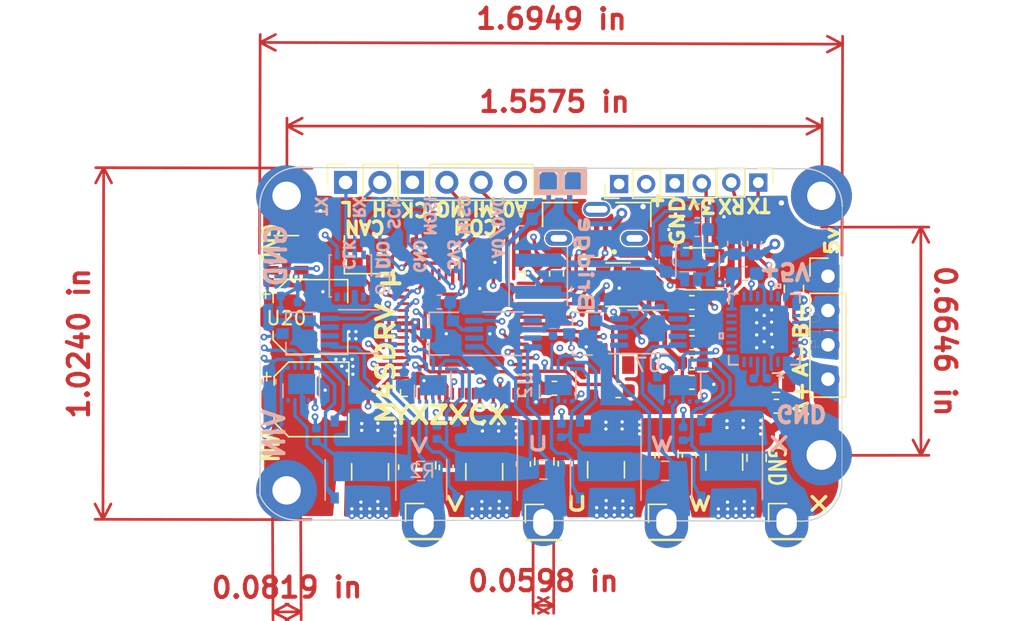
<source format=kicad_pcb>
(kicad_pcb (version 20200819) (host pcbnew "(5.99.0-2965-g3673c23696)")
  (layers (0 "F.Cu" signal) (1 "In1.Cu" signal) (2 "In2.Cu" signal) (31 "B.Cu" signal) (34 "B.Paste" user) (35 "F.Paste" user) (36 "B.SilkS" user) (37 "F.SilkS" user) (38 "B.Mask" user) (39 "F.Mask" user) (44 "Edge.Cuts" user))
  (net 0 "")
  (net 1 "GND")
  (net 2 "U")
  (net 3 "V")
  (net 4 "+3V3")
  (net 5 "LED RGB IN-PI33TBTPRPGPB")
  (net 6 "VBUS")
  (net 7 "Net-(J2-Pad4)")
  (net 8 "Net-(LED1-Pad2)")
  (net 9 "UART_TX")
  (net 10 "UART_RX")
  (net 11 "W")
  (net 12 "Net-(LED1-Pad4)")
  (net 13 "Net-(C11-Pad1)")
  (net 14 "/+5v_filtered")
  (net 15 "SWCLK")
  (net 16 "D-")
  (net 17 "D+")
  (net 18 "Net-(U1-Pad64)")
  (net 19 "Net-(U1-Pad63)")
  (net 20 "Net-(U1-Pad61)")
  (net 21 "Net-(U1-Pad60)")
  (net 22 "Net-(U1-Pad59)")
  (net 23 "SWDIO")
  (net 24 "Net-(L1-Pad2)")
  (net 25 "Net-(U1-Pad51)")
  (net 26 "TCC0_CH3{slash}Switch 4")
  (net 27 "TCC0_CH1{slash}Switch 2")
  (net 28 "TCC0_CH0{slash}Switch 1")
  (net 29 "CAN1_TX")
  (net 30 "CAN1_RX")
  (net 31 "SPI_SCK")
  (net 32 "TCC0_CH5{slash}Switch 6")
  (net 33 "TCC0_CH4{slash}Switch 5")
  (net 34 "SPI_MISO")
  (net 35 "Net-(U1-Pad32)")
  (net 36 "Net-(U1-Pad31)")
  (net 37 "SPI_MOSI")
  (net 38 "Net-(C19-Pad2)")
  (net 39 "X")
  (net 40 "HB4_LO")
  (net 41 "Net-(C19-Pad1)")
  (net 42 "Net-(U1-Pad24)")
  (net 43 "Net-(U1-Pad23)")
  (net 44 "Net-(U1-Pad20)")
  (net 45 "Net-(U1-Pad19)")
  (net 46 "Net-(U1-Pad18)")
  (net 47 "Net-(U1-Pad17)")
  (net 48 "Net-(U1-Pad16)")
  (net 49 "A5")
  (net 50 "A1")
  (net 51 "A4")
  (net 52 "A3")
  (net 53 "A2")
  (net 54 "Net-(U1-Pad10)")
  (net 55 "Net-(U1-Pad9)")
  (net 56 "Net-(U1-Pad6)")
  (net 57 "Net-(U1-Pad5)")
  (net 58 "Net-(U1-Pad4)")
  (net 59 "Net-(C30-Pad2)")
  (net 60 "Net-(C31-Pad2)")
  (net 61 "A6")
  (net 62 "Net-(U14-Pad25)")
  (net 63 "Net-(U14-Pad20)")
  (net 64 "Net-(U14-Pad17)")
  (net 65 "DB2")
  (net 66 "DB1")
  (net 67 "Net-(U14-Pad12)")
  (net 68 "Net-(U14-Pad11)")
  (net 69 "Net-(U14-Pad10)")
  (net 70 "Net-(U14-Pad9)")
  (net 71 "Net-(U14-Pad8)")
  (net 72 "Net-(U14-Pad7)")
  (net 73 "Net-(U14-Pad6)")
  (net 74 "DA1")
  (net 75 "DA2")
  (net 76 "Net-(U14-Pad15)")
  (net 77 "Net-(U14-Pad13)")
  (net 78 "EN")
  (net 79 "Net-(R19-Pad2)")
  (net 80 "Net-(R20-Pad2)")
  (net 81 "DIR")
  (net 82 "STEP")
  (net 83 "RESET")
  (net 84 "3.6v")
  (net 85 "A0{slash}DAC0{slash}CS")
  (net 86 "HB1_HO")
  (net 87 "HB1_LO")
  (net 88 "HB2_HO")
  (net 89 "HB2_LO")
  (net 90 "HB3_HO")
  (net 91 "HB3_LO")
  (net 92 "Net-(U2-Pad10)")
  (net 93 "Net-(U2-Pad7)")
  (net 94 "Net-(U16-Pad10)")
  (net 95 "Net-(U16-Pad7)")
  (net 96 "Net-(U15-Pad10)")
  (net 97 "Net-(U15-Pad7)")
  (net 98 "Net-(C35-Pad1)")
  (net 99 "Net-(C36-Pad1)")
  (net 100 "Net-(C37-Pad1)")
  (net 101 "Net-(U7-Pad7)")
  (net 102 "Net-(U7-Pad2)")
  (net 103 "Net-(U12-Pad7)")
  (net 104 "Net-(U12-Pad2)")
  (net 105 "Net-(U13-Pad7)")
  (net 106 "Net-(U13-Pad2)")
  (net 107 "HB4_HO")
  (net 108 "Net-(U17-Pad10)")
  (net 109 "Net-(U17-Pad7)")
  (net 110 "Net-(C45-Pad1)")
  (net 111 "Net-(U1-Pad25)")
  (net 112 "CAN1_STANDBY")
  (net 113 "TCC0_CH2{slash}CAN0Switch 3")
  (net 114 "Net-(U8-Pad4)")
  (net 115 "Net-(R1-Pad2)")
  (net 116 "Net-(C49-Pad2)")
  (net 117 "VIN")
  (net 118 "Net-(C49-Pad1)")
  (net 119 "VOUT{slash}10v")
  (net 120 "CAN_L")
  (net 121 "CAN_H")
  (net 122 "+5V")
  (module "Capacitor_SMD:C_0805_2012Metric" (layer "F.Cu") (at 100.244 77.8715 90)
    (fp_text reference "C26" hide)
    (fp_text value "4.7uF")
    (pad "1" smd roundrect (at -0.9375 0 90) (size 0.975 1.4) (layers "F.Cu" "F.Paste" "F.Mask") (net 1 "GND"))
    (pad "2" smd roundrect (at 0.9375 0 90) (size 0.975 1.4) (layers "F.Cu" "F.Paste" "F.Mask") (net 117 "VIN"))
  )
  (module "Package_TO_SOT_SMD:SOT-23-5" (layer "F.Cu") (at 65.4908 63.04 180)
    (fp_text reference "U20" (at 0 -4.5) (layer "F.SilkS"))
    (fp_text value "LF15_TO220")
    (pad "1" smd rect (at -1.1 -0.95 180) (size 1.06 0.65) (layers "F.Cu" "F.Paste" "F.Mask") (net 119 "VOUT{slash}10v"))
    (pad "2" smd rect (at -1.1 0 180) (size 1.06 0.65) (layers "F.Cu" "F.Paste" "F.Mask") (net 1 "GND"))
    (pad "3" smd rect (at -1.1 0.95 180) (size 1.06 0.65) (layers "F.Cu" "F.Paste" "F.Mask") (net 122 "+5V"))
    (pad "4" smd rect (at 1.1 0.95 180) (size 1.06 0.65) (layers "F.Cu" "F.Paste" "F.Mask"))
    (pad "5" smd rect (at 1.1 -0.95 180) (size 1.06 0.65) (layers "F.Cu" "F.Paste" "F.Mask"))
  )
  (module "Capacitor_SMD:C_0603_1608Metric" (layer "F.Cu") (at 95.4665 70.834 180)
    (fp_text reference "FB2" hide)
    (fp_text value "120r/0.85A")
    (pad "1" smd roundrect (at -0.7875 0 180) (size 0.875 0.95) (layers "F.Cu" "F.Paste" "F.Mask") (net 6 "VBUS"))
    (pad "2" smd roundrect (at 0.7875 0 180) (size 0.875 0.95) (layers "F.Cu" "F.Paste" "F.Mask") (net 14 "/+5v_filtered"))
  )
  (module "Package_TO_SOT_SMD:SOT-23-5" (layer "F.Cu") (at 90.004 65.059 180)
    (fp_text reference "U8" hide)
    (fp_text value "MIC5219-3.6")
    (pad "1" smd rect (at -1.1 -0.95 180) (size 1.06 0.65) (layers "F.Cu" "F.Paste" "F.Mask") (net 14 "/+5v_filtered"))
    (pad "2" smd rect (at -1.1 0 180) (size 1.06 0.65) (layers "F.Cu" "F.Paste" "F.Mask") (net 1 "GND"))
    (pad "3" smd rect (at -1.1 0.95 180) (size 1.06 0.65) (layers "F.Cu" "F.Paste" "F.Mask") (net 14 "/+5v_filtered"))
    (pad "4" smd rect (at 1.1 0.95 180) (size 1.06 0.65) (layers "F.Cu" "F.Paste" "F.Mask") (net 114 "Net-(U8-Pad4)"))
    (pad "5" smd rect (at 1.1 -0.95 180) (size 1.06 0.65) (layers "F.Cu" "F.Paste" "F.Mask") (net 4 "+3V3"))
  )
  (module "Connector_PinHeader_2.54mm:PinHeader_1x04_P2.54mm_Vertical" (layer "F.Cu") (at 74.804 57.484 90)
    (fp_text reference "J3" hide)
    (fp_text value "Conn_01x05")
    (pad "1" thru_hole rect (at 0 0 90) (size 1.7 1.7) (drill 1) (layers *.Cu *.Mask) (net 31 "SPI_SCK"))
    (pad "2" thru_hole oval (at 0 2.54 90) (size 1.7 1.7) (drill 1) (layers *.Cu *.Mask) (net 37 "SPI_MOSI"))
    (pad "3" thru_hole oval (at 0 5.08 90) (size 1.7 1.7) (drill 1) (layers *.Cu *.Mask) (net 34 "SPI_MISO"))
    (pad "4" thru_hole oval (at 0 7.62 90) (size 1.7 1.7) (drill 1) (layers *.Cu *.Mask) (net 85 "A0{slash}DAC0{slash}CS"))
  )
  (module "Connector_PinHeader_2.54mm:PinHeader_1x01_P2.54mm_Vertical" (layer "F.Cu") (at 102.464 82.584)
    (fp_text reference "J11" hide)
    (fp_text value "Conn_01x01")
    (pad "1" thru_hole oval (at 0 0) (size 3.2 3.8) (drill oval 1.5 2) (layers *.Cu *.Mask) (net 39 "X"))
  )
  (module "MountingHole:MountingHole_2.2mm_M2_ISO14580_Pad_TopBottom" (layer "F.Cu") (at 105.034 58.484)
    (fp_text reference "H1" hide)
    (fp_text value "MountingHole_Pad")
    (pad "1" connect circle (at 0 0) (size 4 4) (layers "B.Cu" "B.Mask") (net 6 "VBUS"))
    (pad "1" connect circle (at 0 0) (size 4.5 4.5) (layers "F.Cu" "F.Mask") (net 6 "VBUS"))
    (pad "1" thru_hole circle (at 0 0) (size 4.5 4.5) (drill 2.1) (property pad_prop_castellated) (layers *.Cu *.Mask) (net 6 "VBUS"))
  )
  (module "MountingHole:MountingHole_2.2mm_M2_ISO14580_Pad_TopBottom" (layer "F.Cu") (at 105.034 77.654)
    (fp_text reference "H4" hide)
    (fp_text value "MountingHole_Pad")
    (pad "1" connect circle (at 0 0) (size 3.2 3.2) (layers "B.Cu" "B.Mask") (net 1 "GND"))
    (pad "1" connect circle (at 0 0) (size 3.2 3.2) (layers "F.Cu" "F.Mask") (net 1 "GND"))
    (pad "1" thru_hole circle (at 0 0) (size 4.5 4.5) (drill 2.2) (layers *.Cu *.Mask) (net 1 "GND"))
  )
  (module "Capacitor_SMD:C_0402_1005Metric" (layer "F.Cu") (at 73.822 62.301 -90)
    (fp_text reference "C30" hide)
    (fp_text value "1uF")
    (pad "1" smd roundrect (at -0.485 0 270) (size 0.59 0.64) (layers "F.Cu" "F.Paste" "F.Mask") (net 1 "GND"))
    (pad "2" smd roundrect (at 0.485 0 270) (size 0.59 0.64) (layers "F.Cu" "F.Paste" "F.Mask") (net 59 "Net-(C30-Pad2)"))
  )
  (module "Capacitor_SMD:C_0402_1005Metric" (layer "F.Cu") (at 76.979 62.754 180)
    (fp_text reference "C16" hide)
    (fp_text value "1uF")
    (pad "1" smd roundrect (at -0.485 0 180) (size 0.59 0.64) (layers "F.Cu" "F.Paste" "F.Mask") (net 4 "+3V3"))
    (pad "2" smd roundrect (at 0.485 0 180) (size 0.59 0.64) (layers "F.Cu" "F.Paste" "F.Mask") (net 1 "GND"))
  )
  (module "Capacitor_SMD:C_1210_3225Metric" (layer "F.Cu") (at 89.114 78.754 90)
    (fp_text reference "C8" hide)
    (fp_text value "10uF")
    (pad "1" smd roundrect (at -1.4 0 90) (size 1.25 2.65) (layers "F.Cu" "F.Paste" "F.Mask") (roundrect_rratio 0.2) (net 1 "GND"))
    (pad "2" smd roundrect (at 1.4 0 90) (size 1.25 2.65) (layers "F.Cu" "F.Paste" "F.Mask") (roundrect_rratio 0.2) (net 117 "VIN"))
  )
  (module "molex_usb_vert:MOLEX_1051330001" (layer "F.Cu") (at 88.424 61.634 180)
    (fp_text reference "J2" hide)
    (fp_text value "USB_B_Micro")
    (pad "1" smd rect (at -1.3 0.25 180) (size 0.4 1.5) (layers "F.Cu" "F.Paste" "F.Mask") (net 6 "VBUS"))
    (pad "2" smd rect (at -0.65 0.25 180) (size 0.4 1.5) (layers "F.Cu" "F.Paste" "F.Mask") (net 16 "D-"))
    (pad "3" smd rect (at 0 0.25 180) (size 0.4 1.5) (layers "F.Cu" "F.Paste" "F.Mask") (net 17 "D+"))
    (pad "4" smd rect (at 0.65 0.25 180) (size 0.4 1.5) (layers "F.Cu" "F.Paste" "F.Mask") (net 7 "Net-(J2-Pad4)"))
    (pad "5" smd rect (at 1.3 0.25 180) (size 0.4 1.5) (layers "F.Cu" "F.Paste" "F.Mask") (net 1 "GND"))
    (pad "S1" thru_hole oval (at -2.8 0 180) (size 2 1.1) (drill oval 1.2 0.5) (layers *.Cu *.Mask))
    (pad "S2" thru_hole oval (at 2.8 0 180) (size 2 1.1) (drill oval 1.2 0.5) (layers *.Cu *.Mask))
    (pad "S3" thru_hole oval (at 0 2.15 180) (size 2 1.1) (drill oval 1.6 0.5) (layers *.Cu *.Mask))
  )
  (module "Package_TO_SOT_SMD:SOT-143" (layer "F.Cu") (at 96.054 63.884 180)
    (fp_text reference "D1" hide)
    (fp_text value "PRTR5V0U2X")
    (pad "1" smd rect (at -1.1 -0.77 90) (size 1.2 1.4) (layers "F.Cu" "F.Paste" "F.Mask") (net 1 "GND"))
    (pad "2" smd rect (at -1.1 0.95 90) (size 1 1.4) (layers "F.Cu" "F.Paste" "F.Mask") (net 16 "D-"))
    (pad "3" smd rect (at 1.1 0.95 90) (size 1 1.4) (layers "F.Cu" "F.Paste" "F.Mask") (net 17 "D+"))
    (pad "4" smd rect (at 1.1 -0.95 90) (size 1 1.4) (layers "F.Cu" "F.Paste" "F.Mask") (net 6 "VBUS"))
  )
  (module "MountingHole:MountingHole_2.2mm_M2_ISO14580_Pad_TopBottom" (layer "F.Cu") (at 65.504 80.274)
    (fp_text reference "H2" hide)
    (fp_text value "MountingHole_Pad")
    (pad "1" thru_hole circle (at 0 0) (size 4.5 4.5) (drill 2.1) (property pad_prop_castellated) (layers *.Cu *.Mask) (net 117 "VIN"))
    (pad "1" connect circle (at 0 0) (size 3.2 3.2) (layers "B.Cu" "B.Mask") (net 117 "VIN"))
    (pad "1" connect circle (at 0 0) (size 3.2 3.2) (layers "F.Cu" "F.Mask") (net 117 "VIN"))
  )
  (module "Capacitor_SMD:C_0402_1005Metric" (layer "F.Cu") (at 80.854 62.284 -90)
    (fp_text reference "C11" hide)
    (fp_text value "10uF")
    (pad "1" smd roundrect (at -0.485 0 270) (size 0.59 0.64) (layers "F.Cu" "F.Paste" "F.Mask") (net 13 "Net-(C11-Pad1)"))
    (pad "2" smd roundrect (at 0.485 0 270) (size 0.59 0.64) (layers "F.Cu" "F.Paste" "F.Mask") (net 1 "GND"))
  )
  (module "Crystal:Crystal_SMD_2520-4Pin_2.5x2.0mm" (layer "F.Cu") (at 71.423 62.848)
    (fp_text reference "Y1" hide)
    (fp_text value "Crystal_GND2_Small")
    (pad "1" smd rect (at -0.875 0.7) (size 1.15 1) (layers "F.Cu" "F.Paste" "F.Mask") (net 60 "Net-(C31-Pad2)"))
    (pad "2" smd rect (at 0.875 0.7) (size 1.15 1) (layers "F.Cu" "F.Paste" "F.Mask") (net 1 "GND"))
    (pad "3" smd rect (at 0.875 -0.7) (size 1.15 1) (layers "F.Cu" "F.Paste" "F.Mask") (net 59 "Net-(C30-Pad2)"))
    (pad "4" smd rect (at -0.875 -0.7) (size 1.15 1) (layers "F.Cu" "F.Paste" "F.Mask"))
  )
  (module "Resistor_SMD:R_0603_1608Metric" (layer "F.Cu") (at 90.0165 72.904)
    (fp_text reference "R4" hide)
    (fp_text value "2k")
    (pad "1" smd roundrect (at -0.7875 0) (size 0.875 0.95) (layers "F.Cu" "F.Paste" "F.Mask") (net 5 "LED RGB IN-PI33TBTPRPGPB"))
    (pad "2" smd roundrect (at 0.7875 0) (size 0.875 0.95) (layers "F.Cu" "F.Paste" "F.Mask") (net 8 "Net-(LED1-Pad2)"))
  )
  (module "Capacitor_SMD:C_0603_1608Metric" (layer "F.Cu") (at 95.264 77.6615 90)
    (fp_text reference "C22" hide)
    (fp_text value "1uF7")
    (pad "1" smd roundrect (at -0.7875 0 90) (size 0.875 0.95) (layers "F.Cu" "F.Paste" "F.Mask") (net 1 "GND"))
    (pad "2" smd roundrect (at 0.7875 0 90) (size 0.875 0.95) (layers "F.Cu" "F.Paste" "F.Mask") (net 117 "VIN"))
  )
  (module "Capacitor_SMD:C_0603_1608Metric" (layer "F.Cu") (at 85.454 64.2465 -90)
    (fp_text reference "C15" hide)
    (fp_text value "10uF")
    (pad "1" smd roundrect (at -0.7875 0 270) (size 0.875 0.95) (layers "F.Cu" "F.Paste" "F.Mask") (net 4 "+3V3"))
    (pad "2" smd roundrect (at 0.7875 0 270) (size 0.875 0.95) (layers "F.Cu" "F.Paste" "F.Mask") (net 1 "GND"))
  )
  (module "Capacitor_SMD:C_0603_1608Metric" (layer "F.Cu") (at 92.224 77.7065 90)
    (fp_text reference "C24" hide)
    (fp_text value "10nF")
    (pad "1" smd roundrect (at -0.7875 0 90) (size 0.875 0.95) (layers "F.Cu" "F.Paste" "F.Mask") (net 1 "GND"))
    (pad "2" smd roundrect (at 0.7875 0 90) (size 0.875 0.95) (layers "F.Cu" "F.Paste" "F.Mask") (net 117 "VIN"))
  )
  (module "Connector_PinHeader_2.54mm:PinHeader_1x01_P2.54mm_Vertical" (layer "F.Cu") (at 93.579 82.637706)
    (fp_text reference "J1" hide)
    (fp_text value "Conn_01x01")
    (pad "1" thru_hole oval (at 0 0) (size 3.2 3.8) (drill oval 1.5 2) (layers *.Cu *.Mask) (net 11 "W"))
  )
  (module "Capacitor_SMD:CP_Elec_5x5.8" (layer "F.Cu") (at 67.264 67.444)
    (fp_text reference "C20" hide)
    (fp_text value "47")
    (pad "1" smd roundrect (at -2.2 0) (size 3 1.6) (layers "F.Cu" "F.Paste" "F.Mask") (roundrect_rratio 0.15625) (net 117 "VIN"))
    (pad "2" smd roundrect (at 2.2 0) (size 3 1.6) (layers "F.Cu" "F.Paste" "F.Mask") (roundrect_rratio 0.15625) (net 1 "GND"))
  )
  (module "LED_SMD:IN-PI33TBTPRPGPB" (layer "F.Cu") (at 90.754 69.414 90)
    (fp_text reference "LED1" hide)
    (fp_text value "IN-PI33TBTPRPGPB_")
    (pad "1" smd rect (at 1.59 0 90) (size 1.3 0.9) (layers "F.Cu" "F.Paste" "F.Mask") (net 1 "GND"))
    (pad "2" smd rect (at 1.59 -2.51 90) (size 1.3 0.9) (layers "F.Cu" "F.Paste" "F.Mask") (net 8 "Net-(LED1-Pad2)"))
    (pad "3" smd rect (at -1.59 -2.51 90) (size 1.3 0.9) (layers "F.Cu" "F.Paste" "F.Mask") (net 84 "3.6v"))
    (pad "4" smd rect (at -1.59 0 90) (size 1.3 0.9) (layers "F.Cu" "F.Paste" "F.Mask") (net 12 "Net-(LED1-Pad4)"))
  )
  (module "Package_DFN_QFN:QFN-64-1EP_9x9mm_P0.5mm_EP4.7x4.7mm" (layer "F.Cu") (at 78.534 68.714)
    (fp_text reference "U1" hide)
    (fp_text value "ATSAMD51J19A-M")
    (pad "1" smd roundrect (at -4.4125 -3.75) (size 0.875 0.2) (layers "F.Cu" "F.Paste" "F.Mask") (net 59 "Net-(C30-Pad2)"))
    (pad "2" smd roundrect (at -4.4125 -3.25) (size 0.875 0.2) (layers "F.Cu" "F.Paste" "F.Mask") (net 60 "Net-(C31-Pad2)"))
    (pad "3" smd roundrect (at -4.4125 -2.75) (size 0.875 0.2) (layers "F.Cu" "F.Paste" "F.Mask") (net 85 "A0{slash}DAC0{slash}CS"))
    (pad "4" smd roundrect (at -4.4125 -2.25) (size 0.875 0.2) (layers "F.Cu" "F.Paste" "F.Mask") (net 58 "Net-(U1-Pad4)"))
    (pad "5" smd roundrect (at -4.4125 -1.75) (size 0.875 0.2) (layers "F.Cu" "F.Paste" "F.Mask") (net 57 "Net-(U1-Pad5)"))
    (pad "6" smd roundrect (at -4.4125 -1.25) (size 0.875 0.2) (layers "F.Cu" "F.Paste" "F.Mask") (net 56 "Net-(U1-Pad6)"))
    (pad "7" smd roundrect (at -4.4125 -0.75) (size 0.875 0.2) (layers "F.Cu" "F.Paste" "F.Mask") (net 1 "GND"))
    (pad "8" smd roundrect (at -4.4125 -0.25) (size 0.875 0.2) (layers "F.Cu" "F.Paste" "F.Mask") (net 4 "+3V3"))
    (pad "9" smd roundrect (at -4.4125 0.25) (size 0.875 0.2) (layers "F.Cu" "F.Paste" "F.Mask") (net 55 "Net-(U1-Pad9)"))
    (pad "10" smd roundrect (at -4.4125 0.75) (size 0.875 0.2) (layers "F.Cu" "F.Paste" "F.Mask") (net 54 "Net-(U1-Pad10)"))
    (pad "11" smd roundrect (at -4.4125 1.25) (size 0.875 0.2) (layers "F.Cu" "F.Paste" "F.Mask") (net 53 "A2"))
    (pad "12" smd roundrect (at -4.4125 1.75) (size 0.875 0.2) (layers "F.Cu" "F.Paste" "F.Mask") (net 52 "A3"))
    (pad "13" smd roundrect (at -4.4125 2.25) (size 0.875 0.2) (layers "F.Cu" "F.Paste" "F.Mask") (net 51 "A4"))
    (pad "14" smd roundrect (at -4.4125 2.75) (size 0.875 0.2) (layers "F.Cu" "F.Paste" "F.Mask") (net 50 "A1"))
    (pad "15" smd roundrect (at -4.4125 3.25) (size 0.875 0.2) (layers "F.Cu" "F.Paste" "F.Mask") (net 49 "A5"))
    (pad "16" smd roundrect (at -4.4125 3.75) (size 0.875 0.2) (layers "F.Cu" "F.Paste" "F.Mask") (net 48 "Net-(U1-Pad16)"))
    (pad "17" smd roundrect (at -3.75 4.4125) (size 0.2 0.875) (layers "F.Cu" "F.Paste" "F.Mask") (net 47 "Net-(U1-Pad17)"))
    (pad "18" smd roundrect (at -3.25 4.4125) (size 0.2 0.875) (layers "F.Cu" "F.Paste" "F.Mask") (net 46 "Net-(U1-Pad18)"))
    (pad "19" smd roundrect (at -2.75 4.4125) (size 0.2 0.875) (layers "F.Cu" "F.Paste" "F.Mask") (net 45 "Net-(U1-Pad19)"))
    (pad "20" smd roundrect (at -2.25 4.4125) (size 0.2 0.875) (layers "F.Cu" "F.Paste" "F.Mask") (net 44 "Net-(U1-Pad20)"))
    (pad "21" smd roundrect (at -1.75 4.4125) (size 0.2 0.875) (layers "F.Cu" "F.Paste" "F.Mask") (net 4 "+3V3"))
    (pad "22" smd roundrect (at -1.25 4.4125) (size 0.2 0.875) (layers "F.Cu" "F.Paste" "F.Mask") (net 1 "GND"))
    (pad "23" smd roundrect (at -0.75 4.4125) (size 0.2 0.875) (layers "F.Cu" "F.Paste" "F.Mask") (net 43 "Net-(U1-Pad23)"))
    (pad "24" smd roundrect (at -0.25 4.4125) (size 0.2 0.875) (layers "F.Cu" "F.Paste" "F.Mask") (net 42 "Net-(U1-Pad24)"))
    (pad "25" smd roundrect (at 0.25 4.4125) (size 0.2 0.875) (layers "F.Cu" "F.Paste" "F.Mask") (net 111 "Net-(U1-Pad25)"))
    (pad "26" smd roundrect (at 0.75 4.4125) (size 0.2 0.875) (layers "F.Cu" "F.Paste" "F.Mask") (net 112 "CAN1_STANDBY"))
    (pad "27" smd roundrect (at 1.25 4.4125) (size 0.2 0.875) (layers "F.Cu" "F.Paste" "F.Mask") (net 29 "CAN1_TX"))
    (pad "28" smd roundrect (at 1.75 4.4125) (size 0.2 0.875) (layers "F.Cu" "F.Paste" "F.Mask") (net 30 "CAN1_RX"))
    (pad "29" smd roundrect (at 2.25 4.4125) (size 0.2 0.875) (layers "F.Cu" "F.Paste" "F.Mask") (net 9 "UART_TX"))
    (pad "30" smd roundrect (at 2.75 4.4125) (size 0.2 0.875) (layers "F.Cu" "F.Paste" "F.Mask") (net 10 "UART_RX"))
    (pad "31" smd roundrect (at 3.25 4.4125) (size 0.2 0.875) (layers "F.Cu" "F.Paste" "F.Mask") (net 36 "Net-(U1-Pad31)"))
    (pad "32" smd roundrect (at 3.75 4.4125) (size 0.2 0.875) (layers "F.Cu" "F.Paste" "F.Mask") (net 35 "Net-(U1-Pad32)"))
    (pad "33" smd roundrect (at 4.4125 3.75) (size 0.875 0.2) (layers "F.Cu" "F.Paste" "F.Mask") (net 1 "GND"))
    (pad "34" smd roundrect (at 4.4125 3.25) (size 0.875 0.2) (layers "F.Cu" "F.Paste" "F.Mask") (net 4 "+3V3"))
    (pad "35" smd roundrect (at 4.4125 2.75) (size 0.875 0.2) (layers "F.Cu" "F.Paste" "F.Mask") (net 5 "LED RGB IN-PI33TBTPRPGPB"))
    (pad "36" smd roundrect (at 4.4125 2.25) (size 0.875 0.2) (layers "F.Cu" "F.Paste" "F.Mask") (net 31 "SPI_SCK"))
    (pad "37" smd roundrect (at 4.4125 1.75) (size 0.875 0.2) (layers "F.Cu" "F.Paste" "F.Mask") (net 81 "DIR"))
    (pad "38" smd roundrect (at 4.4125 1.25) (size 0.875 0.2) (layers "F.Cu" "F.Paste" "F.Mask") (net 82 "STEP"))
    (pad "39" smd roundrect (at 4.4125 0.75) (size 0.875 0.2) (layers "F.Cu" "F.Paste" "F.Mask") (net 32 "TCC0_CH5{slash}Switch 6"))
    (pad "40" smd roundrect (at 4.4125 0.25) (size 0.875 0.2) (layers "F.Cu" "F.Paste" "F.Mask") (net 33 "TCC0_CH4{slash}Switch 5"))
    (pad "41" smd roundrect (at 4.4125 -0.25) (size 0.875 0.2) (layers "F.Cu" "F.Paste" "F.Mask") (net 28 "TCC0_CH0{slash}Switch 1"))
    (pad "42" smd roundrect (at 4.4125 -0.75) (size 0.875 0.2) (layers "F.Cu" "F.Paste" "F.Mask") (net 27 "TCC0_CH1{slash}Switch 2"))
    (pad "43" smd roundrect (at 4.4125 -1.25) (size 0.875 0.2) (layers "F.Cu" "F.Paste" "F.Mask") (net 113 "TCC0_CH2{slash}CAN0Switch 3"))
    (pad "44" smd roundrect (at 4.4125 -1.75) (size 0.875 0.2) (layers "F.Cu" "F.Paste" "F.Mask") (net 26 "TCC0_CH3{slash}Switch 4"))
    (pad "45" smd roundrect (at 4.4125 -2.25) (size 0.875 0.2) (layers "F.Cu" "F.Paste" "F.Mask") (net 16 "D-"))
    (pad "46" smd roundrect (at 4.4125 -2.75) (size 0.875 0.2) (layers "F.Cu" "F.Paste" "F.Mask") (net 17 "D+"))
    (pad "47" smd roundrect (at 4.4125 -3.25) (size 0.875 0.2) (layers "F.Cu" "F.Paste" "F.Mask") (net 1 "GND"))
    (pad "48" smd roundrect (at 4.4125 -3.75) (size 0.875 0.2) (layers "F.Cu" "F.Paste" "F.Mask") (net 4 "+3V3"))
    (pad "49" smd roundrect (at 3.75 -4.4125) (size 0.2 0.875) (layers "F.Cu" "F.Paste" "F.Mask") (net 34 "SPI_MISO"))
    (pad "50" smd roundrect (at 3.25 -4.4125) (size 0.2 0.875) (layers "F.Cu" "F.Paste" "F.Mask") (net 37 "SPI_MOSI"))
    (pad "51" smd roundrect (at 2.75 -4.4125) (size 0.2 0.875) (layers "F.Cu" "F.Paste" "F.Mask") (net 25 "Net-(U1-Pad51)"))
    (pad "52" smd roundrect (at 2.25 -4.4125) (size 0.2 0.875) (layers "F.Cu" "F.Paste" "F.Mask") (net 83 "RESET"))
    (pad "53" smd roundrect (at 1.75 -4.4125) (size 0.2 0.875) (layers "F.Cu" "F.Paste" "F.Mask") (net 13 "Net-(C11-Pad1)"))
    (pad "54" smd roundrect (at 1.25 -4.4125) (size 0.2 0.875) (layers "F.Cu" "F.Paste" "F.Mask") (net 1 "GND"))
    (pad "55" smd roundrect (at 0.75 -4.4125) (size 0.2 0.875) (layers "F.Cu" "F.Paste" "F.Mask") (net 24 "Net-(L1-Pad2)"))
    (pad "56" smd roundrect (at 0.25 -4.4125) (size 0.2 0.875) (layers "F.Cu" "F.Paste" "F.Mask") (net 4 "+3V3"))
    (pad "57" smd roundrect (at -0.25 -4.4125) (size 0.2 0.875) (layers "F.Cu" "F.Paste" "F.Mask") (net 15 "SWCLK"))
    (pad "58" smd roundrect (at -0.75 -4.4125) (size 0.2 0.875) (layers "F.Cu" "F.Paste" "F.Mask") (net 23 "SWDIO"))
    (pad "59" smd roundrect (at -1.25 -4.4125) (size 0.2 0.875) (layers "F.Cu" "F.Paste" "F.Mask") (net 22 "Net-(U1-Pad59)"))
    (pad "60" smd roundrect (at -1.75 -4.4125) (size 0.2 0.875) (layers "F.Cu" "F.Paste" "F.Mask") (net 21 "Net-(U1-Pad60)"))
    (pad "61" smd roundrect (at -2.25 -4.4125) (size 0.2 0.875) (layers "F.Cu" "F.Paste" "F.Mask") (net 20 "Net-(U1-Pad61)"))
    (pad "62" smd roundrect (at -2.75 -4.4125) (size 0.2 0.875) (layers "F.Cu" "F.Paste" "F.Mask") (net 61 "A6"))
    (pad "63" smd roundrect (at -3.25 -4.4125) (size 0.2 0.875) (layers "F.Cu" "F.Paste" "F.Mask") (net 19 "Net-(U1-Pad63)"))
    (pad "64" smd roundrect (at -3.75 -4.4125) (size 0.2 0.875) (layers "F.Cu" "F.Paste" "F.Mask") (net 18 "Net-(U1-Pad64)"))
    (pad "65" smd rect (at 0 0) (size 4.7 4.7) (layers "F.Cu" "F.Mask") (net 1 "GND"))
  )
  (module "Capacitor_SMD:C_0805_2012Metric" (layer "F.Cu") (at 75.814 78.4265 90)
    (fp_text reference "C25" hide)
    (fp_text value "4.7uF")
    (pad "1" smd roundrect (at -0.9375 0 90) (size 0.975 1.4) (layers "F.Cu" "F.Paste" "F.Mask") (net 1 "GND"))
    (pad "2" smd roundrect (at 0.9375 0 90) (size 0.975 1.4) (layers "F.Cu" "F.Paste" "F.Mask") (net 117 "VIN"))
  )
  (module "Connector_PinSocket_2.54mm:PinSocket_1x02_P2.54mm_Vertical" (layer "F.Cu") (at 69.8596 57.494 90)
    (fp_text reference "J4" hide)
    (fp_text value "Conn_01x02")
    (pad "1" thru_hole rect (at 0 0 90) (size 1.7 1.7) (drill 1) (layers *.Cu *.Mask) (net 120 "CAN_L"))
    (pad "2" thru_hole oval (at 0 2.54 90) (size 1.7 1.7) (drill 1) (layers *.Cu *.Mask) (net 121 "CAN_H"))
  )
  (module "Capacitor_SMD:C_0603_1608Metric" (layer "F.Cu") (at 95.454 67.884 180)
    (fp_text reference "C3" hide)
    (fp_text value "1nF")
    (pad "1" smd roundrect (at -0.7875 0 180) (size 0.875 0.95) (layers "F.Cu" "F.Paste" "F.Mask") (net 6 "VBUS"))
    (pad "2" smd roundrect (at 0.7875 0 180) (size 0.875 0.95) (layers "F.Cu" "F.Paste" "F.Mask") (net 1 "GND"))
  )
  (module "Capacitor_SMD:C_0402_1005Metric" (layer "F.Cu") (at 71.854 65.779 90)
    (fp_text reference "C31" hide)
    (fp_text value "1uF")
    (pad "1" smd roundrect (at -0.485 0 90) (size 0.59 0.64) (layers "F.Cu" "F.Paste" "F.Mask") (net 1 "GND"))
    (pad "2" smd roundrect (at 0.485 0 90) (size 0.59 0.64) (layers "F.Cu" "F.Paste" "F.Mask") (net 60 "Net-(C31-Pad2)"))
  )
  (module "Capacitor_SMD:C_0603_1608Metric" (layer "F.Cu") (at 95.4665 69.359 180)
    (fp_text reference "C6" hide)
    (fp_text value "1uF")
    (pad "1" smd roundrect (at -0.7875 0 180) (size 0.875 0.95) (layers "F.Cu" "F.Paste" "F.Mask") (net 6 "VBUS"))
    (pad "2" smd roundrect (at 0.7875 0 180) (size 0.875 0.95) (layers "F.Cu" "F.Paste" "F.Mask") (net 1 "GND"))
  )
  (module "Capacitor_SMD:C_1210_3225Metric" (layer "F.Cu") (at 97.854 78.184 90)
    (fp_text reference "C10" hide)
    (fp_text value "10uF")
    (pad "1" smd roundrect (at -1.4 0 90) (size 1.25 2.65) (layers "F.Cu" "F.Paste" "F.Mask") (roundrect_rratio 0.2) (net 1 "GND"))
    (pad "2" smd roundrect (at 1.4 0 90) (size 1.25 2.65) (layers "F.Cu" "F.Paste" "F.Mask") (roundrect_rratio 0.2) (net 117 "VIN"))
  )
  (module "Capacitor_SMD:C_0603_1608Metric" (layer "F.Cu") (at 95.454 72.284)
    (fp_text reference "C5" hide)
    (fp_text value "100nF")
    (pad "1" smd roundrect (at -0.7875 0) (size 0.875 0.95) (layers "F.Cu" "F.Paste" "F.Mask") (net 14 "/+5v_filtered"))
    (pad "2" smd roundrect (at 0.7875 0) (size 0.875 0.95) (layers "F.Cu" "F.Paste" "F.Mask") (net 1 "GND"))
  )
  (module "Capacitor_SMD:C_0402_1005Metric" (layer "F.Cu") (at 76.969 61.754 180)
    (fp_text reference "C2" hide)
    (fp_text value "1uF")
    (pad "1" smd roundrect (at -0.485 0 180) (size 0.59 0.64) (layers "F.Cu" "F.Paste" "F.Mask") (net 13 "Net-(C11-Pad1)"))
    (pad "2" smd roundrect (at 0.485 0 180) (size 0.59 0.64) (layers "F.Cu" "F.Paste" "F.Mask") (net 1 "GND"))
  )
  (module "Capacitor_SMD:C_0603_1608Metric" (layer "F.Cu") (at 95.454 66.384 180)
    (fp_text reference "C4" hide)
    (fp_text value "1uF")
    (pad "1" smd roundrect (at -0.7875 0 180) (size 0.875 0.95) (layers "F.Cu" "F.Paste" "F.Mask") (net 6 "VBUS"))
    (pad "2" smd roundrect (at 0.7875 0 180) (size 0.875 0.95) (layers "F.Cu" "F.Paste" "F.Mask") (net 1 "GND"))
  )
  (module "Connector_PinHeader_2.54mm:PinHeader_1x01_P2.54mm_Vertical" (layer "F.Cu") (at 84.479 82.647706)
    (fp_text reference "J6" hide)
    (fp_text value "Conn_01x01")
    (pad "1" thru_hole oval (at 0 0) (size 3 3.5) (drill oval 1.5 2) (layers *.Cu *.Mask) (net 2 "U"))
  )
  (module "Capacitor_SMD:C_0603_1608Metric" (layer "F.Cu") (at 74.294 78.5665 90)
    (fp_text reference "C22" hide)
    (fp_text value "1uF7")
    (pad "1" smd roundrect (at -0.7875 0 90) (size 0.875 0.95) (layers "F.Cu" "F.Paste" "F.Mask") (net 1 "GND"))
    (pad "2" smd roundrect (at 0.7875 0 90) (size 0.875 0.95) (layers "F.Cu" "F.Paste" "F.Mask") (net 117 "VIN"))
  )
  (module "Connector_PinHeader_2.00mm:PinHeader_1x02_P2.00mm_Vertical" (layer "F.Cu") (at 94.194 57.564 90)
    (fp_text reference "J8" hide)
    (fp_text value "Conn_01x02")
    (pad "1" thru_hole oval (at 0 2 90) (size 1.35 1.35) (drill 0.8) (layers *.Cu *.Mask) (net 16 "D-"))
    (pad "2" thru_hole rect (at 0 0 90) (size 1.35 1.35) (drill 0.8) (layers *.Cu *.Mask) (net 17 "D+"))
  )
  (module "Capacitor_SMD:C_0603_1608Metric" (layer "F.Cu") (at 86.094 78.3065 90)
    (fp_text reference "C29" hide)
    (fp_text value "100nF")
    (pad "1" smd roundrect (at -0.7875 0 90) (size 0.875 0.95) (layers "F.Cu" "F.Paste" "F.Mask") (net 1 "GND"))
    (pad "2" smd roundrect (at 0.7875 0 90) (size 0.875 0.95) (layers "F.Cu" "F.Paste" "F.Mask") (net 117 "VIN"))
  )
  (module "Resistor_SMD:R_0805_2012Metric" (layer "F.Cu") (at 103.004 65.3715 -90)
    (fp_text reference "R20" hide)
    (fp_text value "0R11")
    (pad "1" smd roundrect (at -0.9375 0 270) (size 0.975 1.4) (layers "F.Cu" "F.Paste" "F.Mask") (net 1 "GND"))
    (pad "2" smd roundrect (at 0.9375 0 270) (size 0.975 1.4) (layers "F.Cu" "F.Paste" "F.Mask") (net 80 "Net-(R20-Pad2)"))
  )
  (module "Capacitor_SMD:C_0805_2012Metric" (layer "F.Cu") (at 93.734 77.5865 90)
    (fp_text reference "C27" hide)
    (fp_text value "4.7uF")
    (pad "1" smd roundrect (at -0.9375 0 90) (size 0.975 1.4) (layers "F.Cu" "F.Paste" "F.Mask") (net 1 "GND"))
    (pad "2" smd roundrect (at 0.9375 0 90) (size 0.975 1.4) (layers "F.Cu" "F.Paste" "F.Mask") (net 117 "VIN"))
  )
  (module "MountingHole:MountingHole_2.2mm_M2_ISO14580_Pad_TopBottom" (layer "F.Cu") (at 65.504 58.384)
    (fp_text reference "H3" hide)
    (fp_text value "MountingHole_Pad")
    (pad "1" thru_hole circle (at 0 0.1) (size 4.5 4.5) (drill 2.1) (property pad_prop_castellated) (layers *.Cu *.Mask) (net 1 "GND"))
    (pad "1" connect circle (at 0 0) (size 3.2 3.2) (layers "B.Cu" "B.Mask") (net 1 "GND"))
    (pad "1" connect circle (at 0 0) (size 3.2 3.2) (layers "F.Cu" "F.Mask") (net 1 "GND"))
  )
  (module "Capacitor_SMD:C_0805_2012Metric" (layer "F.Cu") (at 84.554 78.1265 90)
    (fp_text reference "C25" hide)
    (fp_text value "4.7uF")
    (pad "1" smd roundrect (at -0.9375 0 90) (size 0.975 1.4) (layers "F.Cu" "F.Paste" "F.Mask") (net 1 "GND"))
    (pad "2" smd roundrect (at 0.9375 0 90) (size 0.975 1.4) (layers "F.Cu" "F.Paste" "F.Mask") (net 117 "VIN"))
  )
  (module "Connector_PinHeader_2.54mm:PinHeader_1x04_P2.54mm_Vertical" (layer "F.Cu") (at 105.5192 64.4296)
    (fp_text reference "J7" hide)
    (fp_text value "Conn_01x04")
    (pad "1" thru_hole rect (at 0 0) (size 1.7 1.7) (drill 1) (layers *.Cu *.Mask) (net 75 "DA2"))
    (pad "2" thru_hole oval (at 0 2.54) (size 1.7 1.7) (drill 1) (layers *.Cu *.Mask) (net 74 "DA1"))
    (pad "3" thru_hole oval (at 0 5.08) (size 1.7 1.7) (drill 1) (layers *.Cu *.Mask) (net 66 "DB1"))
    (pad "4" thru_hole oval (at 0 7.62) (size 1.7 1.7) (drill 1) (layers *.Cu *.Mask) (net 65 "DB2"))
  )
  (module "Resistor_SMD:R_0402_1005Metric" (layer "F.Cu") (at 74.979 62.334 90)
    (fp_text reference "R6" hide)
    (fp_text value "10k")
    (pad "1" smd roundrect (at -0.485 0 90) (size 0.59 0.64) (layers "F.Cu" "F.Paste" "F.Mask") (net 15 "SWCLK"))
    (pad "2" smd roundrect (at 0.485 0 90) (size 0.59 0.64) (layers "F.Cu" "F.Paste" "F.Mask") (net 4 "+3V3"))
  )
  (module "Inductor_SMD:L_0402_1005Metric" (layer "F.Cu") (at 79.2365 62.324 -90)
    (fp_text reference "L1" hide)
    (fp_text value "L")
    (pad "1" smd roundrect (at -0.485 0 270) (size 0.59 0.64) (layers "F.Cu" "F.Paste" "F.Mask") (net 13 "Net-(C11-Pad1)"))
    (pad "2" smd roundrect (at 0.485 0 270) (size 0.59 0.64) (layers "F.Cu" "F.Paste" "F.Mask") (net 24 "Net-(L1-Pad2)"))
  )
  (module "Capacitor_SMD:C_0603_1608Metric" (layer "F.Cu") (at 101.704 74.054)
    (fp_text reference "C28" hide)
    (fp_text value "1uF")
    (pad "1" smd roundrect (at -0.7875 0) (size 0.875 0.95) (layers "F.Cu" "F.Paste" "F.Mask") (net 1 "GND"))
    (pad "2" smd roundrect (at 0.7875 0) (size 0.875 0.95) (layers "F.Cu" "F.Paste" "F.Mask") (net 117 "VIN"))
  )
  (module "Capacitor_SMD:C_1210_3225Metric" (layer "F.Cu") (at 71.674 78.904 90)
    (fp_text reference "C7" hide)
    (fp_text value "10uF")
    (pad "1" smd roundrect (at -1.4 0 90) (size 1.25 2.65) (layers "F.Cu" "F.Paste" "F.Mask") (roundrect_rratio 0.2) (net 1 "GND"))
    (pad "2" smd roundrect (at 1.4 0 90) (size 1.25 2.65) (layers "F.Cu" "F.Paste" "F.Mask") (roundrect_rratio 0.2) (net 117 "VIN"))
  )
  (module "Capacitor_SMD:C_0603_1608Metric" (layer "F.Cu") (at 83.014 78.3265 90)
    (fp_text reference "C28" hide)
    (fp_text value "1uF")
    (pad "1" smd roundrect (at -0.7875 0 90) (size 0.875 0.95) (layers "F.Cu" "F.Paste" "F.Mask") (net 1 "GND"))
    (pad "2" smd roundrect (at 0.7875 0 90) (size 0.875 0.95) (layers "F.Cu" "F.Paste" "F.Mask") (net 117 "VIN"))
  )
  (module "Connector_PinHeader_2.54mm:PinHeader_1x01_P2.54mm_Vertical" (layer "F.Cu") (at 75.629 82.577706)
    (fp_text reference "J5" hide)
    (fp_text value "Conn_01x01")
    (pad "1" thru_hole oval (at 0 0) (size 3.2 3.8) (drill oval 1.5 2) (layers *.Cu *.Mask) (net 3 "V"))
  )
  (module "Capacitor_SMD:C_0603_1608Metric" (layer "F.Cu") (at 85.3015 72.724)
    (fp_text reference "C17" hide)
    (fp_text value "1uF")
    (pad "1" smd roundrect (at -0.7875 0) (size 0.875 0.95) (layers "F.Cu" "F.Paste" "F.Mask") (net 4 "+3V3"))
    (pad "2" smd roundrect (at 0.7875 0) (size 0.875 0.95) (layers "F.Cu" "F.Paste" "F.Mask") (net 1 "GND"))
  )
  (module "Capacitor_SMD:C_0603_1608Metric" (layer "F.Cu") (at 77.304 78.5765 90)
    (fp_text reference "C23" hide)
    (fp_text value "10nF")
    (pad "1" smd roundrect (at -0.7875 0 90) (size 0.875 0.95) (layers "F.Cu" "F.Paste" "F.Mask") (net 1 "GND"))
    (pad "2" smd roundrect (at 0.7875 0 90) (size 0.875 0.95) (layers "F.Cu" "F.Paste" "F.Mask") (net 117 "VIN"))
  )
  (module "Capacitor_SMD:CP_Elec_5x5.8" (layer "F.Cu") (at 67.344 73.544)
    (fp_text reference "C21" hide)
    (fp_text value "47uF")
    (pad "1" smd roundrect (at -2.2 0) (size 3 1.6) (layers "F.Cu" "F.Paste" "F.Mask") (roundrect_rratio 0.15625) (net 117 "VIN"))
    (pad "2" smd roundrect (at 2.2 0) (size 3 1.6) (layers "F.Cu" "F.Paste" "F.Mask") (roundrect_rratio 0.15625) (net 1 "GND"))
  )
  (module "Capacitor_SMD:C_1210_3225Metric" (layer "F.Cu") (at 80.114 78.894 90)
    (fp_text reference "C18" hide)
    (fp_text value "10uF")
    (pad "1" smd roundrect (at -1.4 0 90) (size 1.25 2.65) (layers "F.Cu" "F.Paste" "F.Mask") (roundrect_rratio 0.2) (net 1 "GND"))
    (pad "2" smd roundrect (at 1.4 0 90) (size 1.25 2.65) (layers "F.Cu" "F.Paste" "F.Mask") (roundrect_rratio 0.2) (net 117 "VIN"))
  )
  (module "Connector_PinHeader_2.00mm:PinHeader_1x02_P2.00mm_Vertical" (layer "F.Cu") (at 90.079 57.609 90)
    (fp_text reference "J8" hide)
    (fp_text value "Conn_01x02")
    (pad "1" thru_hole oval (at 0 2 90) (size 1.35 1.35) (drill 0.8) (layers *.Cu *.Mask) (net 16 "D-"))
    (pad "2" thru_hole rect (at 0 0 90) (size 1.35 1.35) (drill 0.8) (layers *.Cu *.Mask) (net 17 "D+"))
  )
  (module "Connector_PinHeader_2.00mm:PinHeader_1x02_P2.00mm_Vertical" (layer "F.Cu") (at 100.374 57.504 -90)
    (fp_text reference "J12" hide)
    (fp_text value "Conn_01x02")
    (pad "1" thru_hole rect (at 0 0 270) (size 1.35 1.35) (drill 0.8) (layers *.Cu *.Mask) (net 9 "UART_TX"))
    (pad "2" thru_hole oval (at 0 2 270) (size 1.35 1.35) (drill 0.8) (layers *.Cu *.Mask) (net 10 "UART_RX"))
  )
  (module "Resistor_SMD:R_0805_2012Metric" (layer "F.Cu") (at 101.6765 72.314)
    (fp_text reference "R19" hide)
    (fp_text value "0R11")
    (pad "1" smd roundrect (at -0.9375 0) (size 0.975 1.4) (layers "F.Cu" "F.Paste" "F.Mask") (net 1 "GND"))
    (pad "2" smd roundrect (at 0.9375 0) (size 0.975 1.4) (layers "F.Cu" "F.Paste" "F.Mask") (net 79 "Net-(R19-Pad2)"))
  )
  (module "Capacitor_SMD:C_0402_1005Metric" (layer "B.Cu") (at 92.904 72.404 -90)
    (fp_text reference "C44" hide)
    (fp_text value "1uF")
    (pad "1" smd roundrect (at -0.485 0 270) (size 0.59 0.64) (layers "B.Cu" "B.Paste" "B.Mask") (net 119 "VOUT{slash}10v"))
    (pad "2" smd roundrect (at 0.485 0 270) (size 0.59 0.64) (layers "B.Cu" "B.Paste" "B.Mask") (net 1 "GND"))
  )
  (module "Package_SON:Infineon_PG-TISON-8-2" (layer "B.Cu") (at 81.554 80.334 90)
    (fp_text reference "U6" hide)
    (fp_text value "BSC0925NDATMA1")
    (pad "1" smd rect (at 5.18 -3.51 270) (size 0.83 0.61) (layers "B.Cu" "B.Paste" "B.Mask") (net 90 "HB3_HO"))
    (pad "2" smd custom (at 3.895 -1.605 270) (size 0.6 4) (layers "B.Cu" "B.Mask") (net 117 "VIN") (options (clearance outline) (anchor rect)) (primitives (gr_poly (pts (xy -0.3 1.14) (xy -1.02 1.14) (xy -1.02 0.94) (xy -1.7 0.94) (xy -1.7 0.33) (xy -1.02 0.33) (xy -1.02 -0.33) (xy -1.7 -0.33) (xy -1.7 -0.94) (xy -1.02 -0.94) (xy -1.02 -1.6) (xy -1.7 -1.6) (xy -1.7 -2.21) (xy -0.87 -2.21) (xy -0.87 -2) (xy -0.3 -2)) (width 0))))
    (pad "5" smd rect (at -0.5 0.3 270) (size 0.83 0.61) (layers "B.Cu" "B.Paste" "B.Mask") (net 1 "GND"))
    (pad "6" smd rect (at -0.5 -0.97 270) (size 0.83 0.61) (layers "B.Cu" "B.Paste" "B.Mask") (net 1 "GND"))
    (pad "7" smd rect (at -0.5 -2.24 270) (size 0.83 0.61) (layers "B.Cu" "B.Paste" "B.Mask") (net 1 "GND"))
    (pad "8" smd rect (at -0.5 -3.51 270) (size 0.83 0.61) (layers "B.Cu" "B.Paste" "B.Mask") (net 91 "HB3_LO"))
    (pad "9" smd rect (at 1.81 -1.605 270) (size 2.15 4) (layers "B.Cu" "B.Mask") (net 2 "U"))
  )
  (module "Package_TO_SOT_SMD:SOT-23" (layer "B.Cu") (at 76.804 68.684 180)
    (fp_text reference "U9" hide)
    (fp_text value "DRV5053")
    (pad "1" smd rect (at -1 0.95 180) (size 0.9 0.8) (layers "B.Cu" "B.Paste" "B.Mask") (net 4 "+3V3"))
    (pad "2" smd rect (at -1 -0.95 180) (size 0.9 0.8) (layers "B.Cu" "B.Paste" "B.Mask") (net 1 "GND"))
    (pad "3" smd rect (at 1 0 180) (size 0.9 0.8) (layers "B.Cu" "B.Paste" "B.Mask") (net 50 "A1"))
  )
  (module "Capacitor_SMD:C_0402_1005Metric" (layer "B.Cu") (at 76.614 75.984 -90)
    (fp_text reference "C37" hide)
    (fp_text value "1uF")
    (pad "1" smd roundrect (at -0.485 0 270) (size 0.59 0.64) (layers "B.Cu" "B.Paste" "B.Mask") (net 100 "Net-(C37-Pad1)"))
    (pad "2" smd roundrect (at 0.485 0 270) (size 0.59 0.64) (layers "B.Cu" "B.Paste" "B.Mask") (net 2 "U"))
  )
  (module "Capacitor_SMD:C_0402_1005Metric" (layer "B.Cu") (at 64.554 64.824 180)
    (fp_text reference "C1" hide)
    (fp_text value "1uF")
    (pad "1" smd roundrect (at -0.485 0 180) (size 0.59 0.64) (layers "B.Cu" "B.Paste" "B.Mask") (net 1 "GND"))
    (pad "2" smd roundrect (at 0.485 0 180) (size 0.59 0.64) (layers "B.Cu" "B.Paste" "B.Mask") (net 83 "RESET"))
  )
  (module "Capacitor_SMD:C_0402_1005Metric" (layer "B.Cu") (at 78.648 62.7352 180)
    (fp_text reference "C43" hide)
    (fp_text value "1uF")
    (pad "1" smd roundrect (at -0.485 0 180) (size 0.59 0.64) (layers "B.Cu" "B.Paste" "B.Mask") (net 1 "GND"))
    (pad "2" smd roundrect (at 0.485 0 180) (size 0.59 0.64) (layers "B.Cu" "B.Paste" "B.Mask") (net 4 "+3V3"))
  )
  (module "Resistor_SMD:R_0402_1005Metric" (layer "B.Cu") (at 64.574 65.894)
    (fp_text reference "R5" hide)
    (fp_text value "10k")
    (pad "1" smd roundrect (at -0.485 0) (size 0.59 0.64) (layers "B.Cu" "B.Paste" "B.Mask") (net 83 "RESET"))
    (pad "2" smd roundrect (at 0.485 0) (size 0.59 0.64) (layers "B.Cu" "B.Paste" "B.Mask") (net 4 "+3V3"))
  )
  (module "Capacitor_SMD:C_0402_1005Metric" (layer "B.Cu") (at 94.804 76.084 -90)
    (fp_text reference "C45" hide)
    (fp_text value "1uF")
    (pad "1" smd roundrect (at -0.485 0 270) (size 0.59 0.64) (layers "B.Cu" "B.Paste" "B.Mask") (net 110 "Net-(C45-Pad1)"))
    (pad "2" smd roundrect (at 0.485 0 270) (size 0.59 0.64) (layers "B.Cu" "B.Paste" "B.Mask") (net 39 "X"))
  )
  (module "Capacitor_SMD:C_0402_1005Metric" (layer "B.Cu") (at 85.804 75.844 -90)
    (fp_text reference "C35" hide)
    (fp_text value "1uF")
    (pad "1" smd roundrect (at -0.485 0 270) (size 0.59 0.64) (layers "B.Cu" "B.Paste" "B.Mask") (net 98 "Net-(C35-Pad1)"))
    (pad "2" smd roundrect (at 0.485 0 270) (size 0.59 0.64) (layers "B.Cu" "B.Paste" "B.Mask") (net 11 "W"))
  )
  (module "Resistor_SMD:R_0805_2012Metric" (layer "B.Cu") (at 85.779 57.484)
    (fp_text reference "J10" hide)
    (fp_text value "GS2")
    (pad "1" smd roundrect (at -0.9375 0) (size 1.3 1.5) (layers "B.Cu" "B.Mask") (net 119 "VOUT{slash}10v"))
    (pad "2" smd roundrect (at 0.9375 0) (size 1.3 1.5) (layers "B.Cu" "B.Mask") (net 6 "VBUS"))
  )
  (module "Capacitor_SMD:C_0402_1005Metric" (layer "B.Cu") (at 88.884 66.244)
    (fp_text reference "C12" hide)
    (fp_text value "1uF")
    (pad "1" smd roundrect (at -0.485 0) (size 0.59 0.64) (layers "B.Cu" "B.Paste" "B.Mask") (net 4 "+3V3"))
    (pad "2" smd roundrect (at 0.485 0) (size 0.59 0.64) (layers "B.Cu" "B.Paste" "B.Mask") (net 1 "GND"))
  )
  (module "LED_SMD:MIC4605" (layer "B.Cu") (at 85.579 72.484 -90)
    (fp_text reference "U2" (at 0 2.45 90) (layer "B.SilkS") (effects (justify mirror)))
    (fp_text value "MIC4605-2YMT")
    (pad "1" smd roundrect (at -1.2 1 270) (size 0.32 0.25) (layers "B.Cu" "B.Paste" "B.Mask") (net 4 "+3V3"))
    (pad "2" smd roundrect (at -1.2 0.5 270) (size 0.32 0.25) (layers "B.Cu" "B.Paste" "B.Mask") (net 119 "VOUT{slash}10v"))
    (pad "3" smd roundrect (at -1.2 0 270) (size 0.32 0.25) (layers "B.Cu" "B.Paste" "B.Mask") (net 98 "Net-(C35-Pad1)"))
    (pad "4" smd roundrect (at -1.2 -0.5 270) (size 0.32 0.25) (layers "B.Cu" "B.Paste" "B.Mask") (net 86 "HB1_HO"))
    (pad "5" smd roundrect (at -1.2 -1 270) (size 0.32 0.25) (layers "B.Cu" "B.Paste" "B.Mask") (net 11 "W"))
    (pad "6" smd roundrect (at 1.2 -1 270) (size 0.32 0.25) (layers "B.Cu" "B.Paste" "B.Mask") (net 28 "TCC0_CH0{slash}Switch 1"))
    (pad "7" smd roundrect (at 1.2 -0.5 270) (size 0.32 0.25) (layers "B.Cu" "B.Paste" "B.Mask") (net 93 "Net-(U2-Pad7)"))
    (pad "8" smd roundrect (at 1.2 0 270) (size 0.32 0.25) (layers "B.Cu" "B.Paste" "B.Mask") (net 1 "GND"))
    (pad "9" smd roundrect (at 1.2 0.5 270) (size 0.32 0.25) (layers "B.Cu" "B.Paste" "B.Mask") (net 87 "HB1_LO"))
    (pad "10" smd roundrect (at 1.2 1 270) (size 0.32 0.25) (layers "B.Cu" "B.Paste" "B.Mask") (net 92 "Net-(U2-Pad10)"))
    (pad "11" smd rect (at 0 0 270) (size 1.5 2) (layers "B.Cu" "B.Mask"))
  )
  (module "Package_SON:Infineon_PG-TISON-8-2" (layer "B.Cu") (at 90.69525 80.334 90)
    (fp_text reference "U4" hide)
    (fp_text value "BSC0925NDATMA1")
    (pad "1" smd rect (at 5.18 -3.51 270) (size 0.83 0.61) (layers "B.Cu" "B.Paste" "B.Mask") (net 86 "HB1_HO"))
    (pad "2" smd custom (at 3.895 -1.605 270) (size 0.6 4) (layers "B.Cu" "B.Mask") (net 117 "VIN") (options (clearance outline) (anchor rect)) (primitives (gr_poly (pts (xy -0.3 1.14) (xy -1.02 1.14) (xy -1.02 0.94) (xy -1.7 0.94) (xy -1.7 0.33) (xy -1.02 0.33) (xy -1.02 -0.33) (xy -1.7 -0.33) (xy -1.7 -0.94) (xy -1.02 -0.94) (xy -1.02 -1.6) (xy -1.7 -1.6) (xy -1.7 -2.21) (xy -0.87 -2.21) (xy -0.87 -2) (xy -0.3 -2)) (width 0))))
    (pad "5" smd rect (at -0.5 0.3 270) (size 0.83 0.61) (layers "B.Cu" "B.Paste" "B.Mask") (net 1 "GND"))
    (pad "6" smd rect (at -0.5 -0.97 270) (size 0.83 0.61) (layers "B.Cu" "B.Paste" "B.Mask") (net 1 "GND"))
    (pad "7" smd rect (at -0.5 -2.24 270) (size 0.83 0.61) (layers "B.Cu" "B.Paste" "B.Mask") (net 1 "GND"))
    (pad "8" smd rect (at -0.5 -3.51 270) (size 0.83 0.61) (layers "B.Cu" "B.Paste" "B.Mask") (net 87 "HB1_LO"))
    (pad "9" smd rect (at 1.81 -1.605 270) (size 2.15 4) (layers "B.Cu" "B.Mask") (net 11 "W"))
  )
  (module "LED_SMD:MIC4605" (layer "B.Cu") (at 76.344 72.504 -90)
    (fp_text reference "U16" hide)
    (fp_text value "MIC4605-2YMT")
    (pad "1" smd roundrect (at -1.2 1 270) (size 0.32 0.25) (layers "B.Cu" "B.Paste" "B.Mask") (net 4 "+3V3"))
    (pad "2" smd roundrect (at -1.2 0.5 270) (size 0.32 0.25) (layers "B.Cu" "B.Paste" "B.Mask") (net 119 "VOUT{slash}10v"))
    (pad "3" smd roundrect (at -1.2 0 270) (size 0.32 0.25) (layers "B.Cu" "B.Paste" "B.Mask") (net 100 "Net-(C37-Pad1)"))
    (pad "4" smd roundrect (at -1.2 -0.5 270) (size 0.32 0.25) (layers "B.Cu" "B.Paste" "B.Mask") (net 90 "HB3_HO"))
    (pad "5" smd roundrect (at -1.2 -1 270) (size 0.32 0.25) (layers "B.Cu" "B.Paste" "B.Mask") (net 2 "U"))
    (pad "6" smd roundrect (at 1.2 -1 270) (size 0.32 0.25) (layers "B.Cu" "B.Paste" "B.Mask") (net 32 "TCC0_CH5{slash}Switch 6"))
    (pad "7" smd roundrect (at 1.2 -0.5 270) (size 0.32 0.25) (layers "B.Cu" "B.Paste" "B.Mask") (net 95 "Net-(U16-Pad7)"))
    (pad "8" smd roundrect (at 1.2 0 270) (size 0.32 0.25) (layers "B.Cu" "B.Paste" "B.Mask") (net 1 "GND"))
    (pad "9" smd roundrect (at 1.2 0.5 270) (size 0.32 0.25) (layers "B.Cu" "B.Paste" "B.Mask") (net 91 "HB3_LO"))
    (pad "10" smd roundrect (at 1.2 1 270) (size 0.32 0.25) (layers "B.Cu" "B.Paste" "B.Mask") (net 94 "Net-(U16-Pad10)"))
    (pad "11" smd rect (at 0 0 270) (size 1.5 2) (layers "B.Cu" "B.Mask"))
  )
  (module "Capacitor_SMD:C_0603_1608Metric" (layer "B.Cu") (at 87.074 65.384 90)
    (fp_text reference "C50" hide)
    (fp_text value "200nF")
    (pad "1" smd roundrect (at -0.7875 0 90) (size 0.875 0.95) (layers "B.Cu" "B.Paste" "B.Mask") (net 119 "VOUT{slash}10v"))
    (pad "2" smd roundrect (at 0.7875 0 90) (size 0.875 0.95) (layers "B.Cu" "B.Paste" "B.Mask") (net 1 "GND"))
  )
  (module "Capacitor_SMD:C_0402_1005Metric" (layer "B.Cu") (at 85.194 68.364 90)
    (fp_text reference "C34" hide)
    (fp_text value "1uF")
    (pad "1" smd roundrect (at -0.485 0 90) (size 0.59 0.64) (layers "B.Cu" "B.Paste" "B.Mask") (net 119 "VOUT{slash}10v"))
    (pad "2" smd roundrect (at 0.485 0 90) (size 0.59 0.64) (layers "B.Cu" "B.Paste" "B.Mask") (net 1 "GND"))
  )
  (module "Capacitor_SMD:C_0603_1608Metric" (layer "B.Cu") (at 82.8644 60.1952 180)
    (fp_text reference "C51" hide)
    (fp_text value "200nF")
    (pad "1" smd roundrect (at -0.7875 0 180) (size 0.875 0.95) (layers "B.Cu" "B.Paste" "B.Mask") (net 119 "VOUT{slash}10v"))
    (pad "2" smd roundrect (at 0.7875 0 180) (size 0.875 0.95) (layers "B.Cu" "B.Paste" "B.Mask") (net 1 "GND"))
  )
  (module "footprints:TMC2209-LA" (layer "B.Cu") (at 100.8192 68.3496 90)
    (fp_text reference "U14" (at -0.125 3.635 90) (layer "B.SilkS") (effects (font (thickness 0.015)) (justify mirror)))
    (fp_text value "TMC2209-LA")
    (fp_text user "*" (at -3.4417 1.5 270) (layer "B.SilkS") (effects (justify mirror)))
    (fp_text user "*" (at -3.4417 1.5 90) (layer "B.SilkS") (effects (justify mirror)))
    (pad "1" smd rect (at -2.4257 1.5) (size 0.24 0.762) (layers "B.Cu" "B.Paste" "B.Mask") (net 65 "DB2"))
    (pad "2" smd rect (at -2.4257 1.000001) (size 0.24 0.762) (layers "B.Cu" "B.Paste" "B.Mask") (net 78 "EN"))
    (pad "3" smd rect (at -2.4257 0.499999) (size 0.24 0.762) (layers "B.Cu" "B.Paste" "B.Mask") (net 1 "GND"))
    (pad "4" smd rect (at -2.4257 0) (size 0.24 0.762) (layers "B.Cu" "B.Paste" "B.Mask") (net 41 "Net-(C19-Pad1)"))
    (pad "5" smd rect (at -2.4257 -0.499999) (size 0.24 0.762) (layers "B.Cu" "B.Paste" "B.Mask") (net 38 "Net-(C19-Pad2)"))
    (pad "6" smd rect (at -2.4257 -1.000001) (size 0.24 0.762) (layers "B.Cu" "B.Paste" "B.Mask") (net 73 "Net-(U14-Pad6)"))
    (pad "7" smd rect (at -2.4257 -1.5) (size 0.24 0.762) (layers "B.Cu" "B.Paste" "B.Mask") (net 72 "Net-(U14-Pad7)"))
    (pad "8" smd rect (at -1.5 -2.4257 90) (size 0.24 0.762) (layers "B.Cu" "B.Paste" "B.Mask") (net 71 "Net-(U14-Pad8)"))
    (pad "9" smd rect (at -1.000001 -2.4257 90) (size 0.24 0.762) (layers "B.Cu" "B.Paste" "B.Mask") (net 70 "Net-(U14-Pad9)"))
    (pad "10" smd rect (at -0.499999 -2.4257 90) (size 0.24 0.762) (layers "B.Cu" "B.Paste" "B.Mask") (net 69 "Net-(U14-Pad10)"))
    (pad "11" smd rect (at 0 -2.4257 90) (size 0.24 0.762) (layers "B.Cu" "B.Paste" "B.Mask") (net 68 "Net-(U14-Pad11)"))
    (pad "12" smd rect (at 0.499999 -2.4257 90) (size 0.24 0.762) (layers "B.Cu" "B.Paste" "B.Mask") (net 67 "Net-(U14-Pad12)"))
    (pad "13" smd rect (at 1.000001 -2.4257 90) (size 0.24 0.762) (layers "B.Cu" "B.Paste" "B.Mask") (net 77 "Net-(U14-Pad13)"))
    (pad "14" smd rect (at 1.5 -2.4257 90) (size 0.24 0.762) (layers "B.Cu" "B.Paste" "B.Mask") (net 10 "UART_RX"))
    (pad "15" smd rect (at 2.4257 -1.5) (size 0.24 0.762) (layers "B.Cu" "B.Paste" "B.Mask") (net 76 "Net-(U14-Pad15)"))
    (pad "16" smd rect (at 2.4257 -1.000001) (size 0.24 0.762) (layers "B.Cu" "B.Paste" "B.Mask") (net 82 "STEP"))
    (pad "17" smd rect (at 2.4257 -0.499999) (size 0.24 0.762) (layers "B.Cu" "B.Paste" "B.Mask") (net 64 "Net-(U14-Pad17)"))
    (pad "18" smd rect (at 2.4257 0) (size 0.24 0.762) (layers "B.Cu" "B.Paste" "B.Mask") (net 1 "GND"))
    (pad "19" smd rect (at 2.4257 0.499999) (size 0.24 0.762) (layers "B.Cu" "B.Paste" "B.Mask") (net 81 "DIR"))
    (pad "20" smd rect (at 2.4257 1.000001) (size 0.24 0.762) (layers "B.Cu" "B.Paste" "B.Mask") (net 63 "Net-(U14-Pad20)"))
    (pad "21" smd rect (at 2.4257 1.5) (size 0.24 0.762) (layers "B.Cu" "B.Paste" "B.Mask") (net 75 "DA2"))
    (pad "22" smd rect (at 1.5 2.4257 90) (size 0.24 0.762) (layers "B.Cu" "B.Paste" "B.Mask") (net 117 "VIN"))
    (pad "23" smd rect (at 1.000001 2.4257 90) (size 0.24 0.762) (layers "B.Cu" "B.Paste" "B.Mask") (net 80 "Net-(R20-Pad2)"))
    (pad "24" smd rect (at 0.499999 2.4257 90) (size 0.24 0.762) (layers "B.Cu" "B.Paste" "B.Mask") (net 74 "DA1"))
    (pad "25" smd rect (at 0 2.4257 90) (size 0.24 0.762) (layers "B.Cu" "B.Paste" "B.Mask") (net 62 "Net-(U14-Pad25)"))
    (pad "26" smd rect (at -0.499999 2.4257 90) (size 0.24 0.762) (layers "B.Cu" "B.Paste" "B.Mask") (net 66 "DB1"))
    (pad "27" smd rect (at -1.000001 2.4257 90) (size 0.24 0.762) (layers "B.Cu" "B.Paste" "B.Mask") (net 79 "Net-(R19-Pad2)"))
    (pad "28" smd rect (at -1.5 2.4257 90) (size 0.24 0.762) (layers "B.Cu" "B.Paste" "B.Mask") (net 117 "VIN"))
    (pad "29" smd rect (at 0 0 90) (size 3.5 3.5) (layers "B.Cu" "B.Paste" "B.Mask") (net 1 "GND"))
  )
  (module "Capacitor_SMD:C_0603_1608Metric" (layer "B.Cu") (at 76.804 66.344 180)
    (fp_text reference "C14" hide)
    (fp_text value "1uF")
    (pad "1" smd roundrect (at -0.7875 0 180) (size 0.875 0.95) (layers "B.Cu" "B.Paste" "B.Mask") (net 4 "+3V3"))
    (pad "2" smd roundrect (at 0.7875 0 180) (size 0.875 0.95) (layers "B.Cu" "B.Paste" "B.Mask") (net 1 "GND"))
  )
  (module "Capacitor_SMD:C_0603_1608Metric" (layer "B.Cu") (at 100.095 62.024499 90)
    (fp_text reference "C47" hide)
    (fp_text value "200nF")
    (pad "1" smd roundrect (at -0.7875 0 90) (size 0.875 0.95) (layers "B.Cu" "B.Paste" "B.Mask") (net 117 "VIN"))
    (pad "2" smd roundrect (at 0.7875 0 90) (size 0.875 0.95) (layers "B.Cu" "B.Paste" "B.Mask") (net 1 "GND"))
  )
  (module "eec:MAX40056F" (layer "B.Cu") (at 81.514 68.684)
    (fp_text reference "U13" hide)
    (fp_text value "MAX40056_uMAX8")
    (pad "1" smd roundrect (at -2.15 0.975) (size 1.35 0.4) (layers "B.Cu" "B.Paste" "B.Mask") (net 2 "U"))
    (pad "2" smd roundrect (at -2.15 0.325) (size 1.35 0.4) (layers "B.Cu" "B.Paste" "B.Mask") (net 106 "Net-(U13-Pad2)"))
    (pad "3" smd roundrect (at -2.15 -0.325) (size 1.35 0.4) (layers "B.Cu" "B.Paste" "B.Mask") (net 4 "+3V3"))
    (pad "4" smd roundrect (at -2.15 -0.975) (size 1.35 0.4) (layers "B.Cu" "B.Paste" "B.Mask") (net 52 "A3"))
    (pad "5" smd roundrect (at 2.175 -0.975) (size 1.35 0.4) (layers "B.Cu" "B.Paste" "B.Mask"))
    (pad "6" smd roundrect (at 2.175 -0.325) (size 1.35 0.4) (layers "B.Cu" "B.Paste" "B.Mask") (net 1 "GND"))
    (pad "7" smd roundrect (at 2.175 0.325) (size 1.35 0.4) (layers "B.Cu" "B.Paste" "B.Mask") (net 105 "Net-(U13-Pad7)"))
    (pad "8" smd roundrect (at 2.175 0.975) (size 1.35 0.4) (layers "B.Cu" "B.Paste" "B.Mask") (net 2 "U"))
  )
  (module "Capacitor_SMD:C_0603_1608Metric" (layer "B.Cu") (at 93.554 63.333999 90)
    (fp_text reference "C49" hide)
    (fp_text value "0.1uF")
    (pad "1" smd roundrect (at -0.7875 0 90) (size 0.875 0.95) (layers "B.Cu" "B.Paste" "B.Mask") (net 118 "Net-(C49-Pad1)"))
    (pad "2" smd roundrect (at 0.7875 0 90) (size 0.875 0.95) (layers "B.Cu" "B.Paste" "B.Mask") (net 116 "Net-(C49-Pad2)"))
  )
  (module "Resistor_SMD:R_0805_2012Metric_Pad1.15x1.40mm_HandSolder" (layer "B.Cu") (at 75.4476 78.8388 180)
    (fp_text reference "R2" (at -0.075 0) (layer "B.SilkS") (effects (justify mirror)))
    (fp_text value "0.02ohm")
    (pad "1" smd roundrect (at -1.025 0 180) (size 1.15 1.4) (layers "B.Cu" "B.Paste" "B.Mask") (roundrect_rratio 0.217391) (net 3 "V"))
    (pad "2" smd roundrect (at 1.025 0 180) (size 1.15 1.4) (layers "B.Cu" "B.Paste" "B.Mask") (roundrect_rratio 0.217391) (net 3 "V"))
  )
  (module "Package_TO_SOT_SMD:SOT-23" (layer "B.Cu") (at 87.394 68.684 180)
    (fp_text reference "U10" hide)
    (fp_text value "DRV5053")
    (pad "1" smd rect (at -1 0.95 180) (size 0.9 0.8) (layers "B.Cu" "B.Paste" "B.Mask") (net 4 "+3V3"))
    (pad "2" smd rect (at -1 -0.95 180) (size 0.9 0.8) (layers "B.Cu" "B.Paste" "B.Mask") (net 1 "GND"))
    (pad "3" smd rect (at 1 0 180) (size 0.9 0.8) (layers "B.Cu" "B.Paste" "B.Mask") (net 49 "A5"))
  )
  (module "Resistor_SMD:R_0603_1608Metric" (layer "B.Cu") (at 95.854 59.609)
    (fp_text reference "R1" hide)
    (fp_text value "100k")
    (pad "1" smd roundrect (at -0.7875 0) (size 0.875 0.95) (layers "B.Cu" "B.Paste" "B.Mask") (net 118 "Net-(C49-Pad1)"))
    (pad "2" smd roundrect (at 0.7875 0) (size 0.875 0.95) (layers "B.Cu" "B.Paste" "B.Mask") (net 115 "Net-(R1-Pad2)"))
  )
  (module "Capacitor_SMD:C_0402_1005Metric" (layer "B.Cu") (at 93.079 66.284 -90)
    (fp_text reference "C38" hide)
    (fp_text value "10nF")
    (pad "1" smd roundrect (at -0.485 0 270) (size 0.59 0.64) (layers "B.Cu" "B.Paste" "B.Mask") (net 1 "GND"))
    (pad "2" smd roundrect (at 0.485 0 270) (size 0.59 0.64) (layers "B.Cu" "B.Paste" "B.Mask") (net 4 "+3V3"))
  )
  (module "Package_SON:Infineon_PG-TISON-8-2" (layer "B.Cu") (at 72.57025 80.334 90)
    (fp_text reference "U5" hide)
    (fp_text value "BSC0925NDATMA1")
    (pad "1" smd rect (at 5.18 -3.51 270) (size 0.83 0.61) (layers "B.Cu" "B.Paste" "B.Mask") (net 88 "HB2_HO"))
    (pad "2" smd custom (at 3.895 -1.605 270) (size 0.6 4) (layers "B.Cu" "B.Mask") (net 117 "VIN") (options (clearance outline) (anchor rect)) (primitives (gr_poly (pts (xy -0.3 1.14) (xy -1.02 1.14) (xy -1.02 0.94) (xy -1.7 0.94) (xy -1.7 0.33) (xy -1.02 0.33) (xy -1.02 -0.33) (xy -1.7 -0.33) (xy -1.7 -0.94) (xy -1.02 -0.94) (xy -1.02 -1.6) (xy -1.7 -1.6) (xy -1.7 -2.21) (xy -0.87 -2.21) (xy -0.87 -2) (xy -0.3 -2)) (width 0))))
    (pad "5" smd rect (at -0.5 0.3 270) (size 0.83 0.61) (layers "B.Cu" "B.Paste" "B.Mask") (net 1 "GND"))
    (pad "6" smd rect (at -0.5 -0.97 270) (size 0.83 0.61) (layers "B.Cu" "B.Paste" "B.Mask") (net 1 "GND"))
    (pad "7" smd rect (at -0.5 -2.24 270) (size 0.83 0.61) (layers "B.Cu" "B.Paste" "B.Mask") (net 1 "GND"))
    (pad "8" smd rect (at -0.5 -3.51 270) (size 0.83 0.61) (layers "B.Cu" "B.Paste" "B.Mask") (net 89 "HB2_LO"))
    (pad "9" smd rect (at 1.81 -1.605 270) (size 2.15 4) (layers "B.Cu" "B.Mask") (net 3 "V"))
  )
  (module "eec:MAX40056F" (layer "B.Cu") (at 70.844 68.524)
    (fp_text reference "U12" hide)
    (fp_text value "MAX40056_uMAX8")
    (pad "1" smd roundrect (at -2.15 0.975) (size 1.35 0.4) (layers "B.Cu" "B.Paste" "B.Mask") (net 3 "V"))
    (pad "2" smd roundrect (at -2.15 0.325) (size 1.35 0.4) (layers "B.Cu" "B.Paste" "B.Mask") (net 104 "Net-(U12-Pad2)"))
    (pad "3" smd roundrect (at -2.15 -0.325) (size 1.35 0.4) (layers "B.Cu" "B.Paste" "B.Mask") (net 4 "+3V3"))
    (pad "4" smd roundrect (at -2.15 -0.975) (size 1.35 0.4) (layers "B.Cu" "B.Paste" "B.Mask") (net 61 "A6"))
    (pad "5" smd roundrect (at 2.175 -0.975) (size 1.35 0.4) (layers "B.Cu" "B.Paste" "B.Mask"))
    (pad "6" smd roundrect (at 2.175 -0.325) (size 1.35 0.4) (layers "B.Cu" "B.Paste" "B.Mask") (net 1 "GND"))
    (pad "7" smd roundrect (at 2.175 0.325) (size 1.35 0.4) (layers "B.Cu" "B.Paste" "B.Mask") (net 103 "Net-(U12-Pad7)"))
    (pad "8" smd roundrect (at 2.175 0.975) (size 1.35 0.4) (layers "B.Cu" "B.Paste" "B.Mask") (net 3 "V"))
  )
  (module "Package_SON:Infineon_PG-TISON-8-2" (layer "B.Cu") (at 99.67025 80.280294 90)
    (fp_text reference "U18" hide)
    (fp_text value "BSC0925NDATMA1")
    (pad "1" smd rect (at 5.18 -3.51 270) (size 0.83 0.61) (layers "B.Cu" "B.Paste" "B.Mask") (net 107 "HB4_HO"))
    (pad "2" smd custom (at 3.895 -1.605 270) (size 0.6 4) (layers "B.Cu" "B.Mask") (net 117 "VIN") (options (clearance outline) (anchor rect)) (primitives (gr_poly (pts (xy -0.3 1.14) (xy -1.02 1.14) (xy -1.02 0.94) (xy -1.7 0.94) (xy -1.7 0.33) (xy -1.02 0.33) (xy -1.02 -0.33) (xy -1.7 -0.33) (xy -1.7 -0.94) (xy -1.02 -0.94) (xy -1.02 -1.6) (xy -1.7 -1.6) (xy -1.7 -2.21) (xy -0.87 -2.21) (xy -0.87 -2) (xy -0.3 -2)) (width 0))))
    (pad "5" smd rect (at -0.5 0.3 270) (size 0.83 0.61) (layers "B.Cu" "B.Paste" "B.Mask") (net 1 "GND"))
    (pad "6" smd rect (at -0.5 -0.97 270) (size 0.83 0.61) (layers "B.Cu" "B.Paste" "B.Mask") (net 1 "GND"))
    (pad "7" smd rect (at -0.5 -2.24 270) (size 0.83 0.61) (layers "B.Cu" "B.Paste" "B.Mask") (net 1 "GND"))
    (pad "8" smd rect (at -0.5 -3.51 270) (size 0.83 0.61) (layers "B.Cu" "B.Paste" "B.Mask") (net 40 "HB4_LO"))
    (pad "9" smd rect (at 1.81 -1.605 270) (size 2.15 4) (layers "B.Cu" "B.Mask") (net 39 "X"))
  )
  (module "Capacitor_SMD:C_0402_1005Metric" (layer "B.Cu") (at 64.554 66.964 180)
    (fp_text reference "C13" hide)
    (fp_text value "1uF")
    (pad "1" smd roundrect (at -0.485 0 180) (size 0.59 0.64) (layers "B.Cu" "B.Paste" "B.Mask") (net 4 "+3V3"))
    (pad "2" smd roundrect (at 0.485 0 180) (size 0.59 0.64) (layers "B.Cu" "B.Paste" "B.Mask") (net 1 "GND"))
  )
  (module "LED_SMD:MIC4605" (layer "B.Cu") (at 66.619 72.404 -90)
    (fp_text reference "U15" hide)
    (fp_text value "MIC4605-2YMT")
    (pad "1" smd roundrect (at -1.2 1 270) (size 0.32 0.25) (layers "B.Cu" "B.Paste" "B.Mask") (net 4 "+3V3"))
    (pad "2" smd roundrect (at -1.2 0.5 270) (size 0.32 0.25) (layers "B.Cu" "B.Paste" "B.Mask") (net 119 "VOUT{slash}10v"))
    (pad "3" smd roundrect (at -1.2 0 270) (size 0.32 0.25) (layers "B.Cu" "B.Paste" "B.Mask") (net 99 "Net-(C36-Pad1)"))
    (pad "4" smd roundrect (at -1.2 -0.5 270) (size 0.32 0.25) (layers "B.Cu" "B.Paste" "B.Mask") (net 88 "HB2_HO"))
    (pad "5" smd roundrect (at -1.2 -1 270) (size 0.32 0.25) (layers "B.Cu" "B.Paste" "B.Mask") (net 3 "V"))
    (pad "6" smd roundrect (at 1.2 -1 270) (size 0.32 0.25) (layers "B.Cu" "B.Paste" "B.Mask") (net 26 "TCC0_CH3{slash}Switch 4"))
    (pad "7" smd roundrect (at 1.2 -0.5 270) (size 0.32 0.25) (layers "B.Cu" "B.Paste" "B.Mask") (net 97 "Net-(U15-Pad7)"))
    (pad "8" smd roundrect (at 1.2 0 270) (size 0.32 0.25) (layers "B.Cu" "B.Paste" "B.Mask") (net 1 "GND"))
    (pad "9" smd roundrect (at 1.2 0.5 270) (size 0.32 0.25) (layers "B.Cu" "B.Paste" "B.Mask") (net 89 "HB2_LO"))
    (pad "10" smd roundrect (at 1.2 1 270) (size 0.32 0.25) (layers "B.Cu" "B.Paste" "B.Mask") (net 96 "Net-(U15-Pad10)"))
    (pad "11" smd rect (at 0 0 270) (size 1.5 2) (layers "B.Cu" "B.Mask"))
  )
  (module "Capacitor_SMD:C_0402_1005Metric" (layer "B.Cu") (at 66.8116 66.342 180)
    (fp_text reference "C39" hide)
    (fp_text value "1uF")
    (pad "1" smd roundrect (at -0.485 0 180) (size 0.59 0.64) (layers "B.Cu" "B.Paste" "B.Mask") (net 1 "GND"))
    (pad "2" smd roundrect (at 0.485 0 180) (size 0.59 0.64) (layers "B.Cu" "B.Paste" "B.Mask") (net 4 "+3V3"))
  )
  (module "Resistor_SMD:R_0603_1608Metric_Pad1.05x0.95mm_HandSolder" (layer "B.Cu") (at 99.3825 64.236999)
    (fp_text reference "R21" hide)
    (fp_text value "1k 1%")
    (pad "1" smd roundrect (at -0.875 0) (size 1.05 0.95) (layers "B.Cu" "B.Paste" "B.Mask") (net 10 "UART_RX"))
    (pad "2" smd roundrect (at 0.875 0) (size 1.05 0.95) (layers "B.Cu" "B.Paste" "B.Mask") (net 9 "UART_TX"))
  )
  (module "Package_TO_SOT_SMD:SOT-23-6" (layer "B.Cu") (at 95.879 63.559 -90)
    (fp_text reference "U3" hide)
    (fp_text value "LMR50410")
    (pad "1" smd rect (at -1.1 0.95 270) (size 1.06 0.65) (layers "B.Cu" "B.Paste" "B.Mask") (net 116 "Net-(C49-Pad2)"))
    (pad "2" smd rect (at -1.1 0 270) (size 1.06 0.65) (layers "B.Cu" "B.Paste" "B.Mask") (net 1 "GND"))
    (pad "3" smd rect (at -1.1 -0.95 270) (size 1.06 0.65) (layers "B.Cu" "B.Paste" "B.Mask") (net 115 "Net-(R1-Pad2)"))
    (pad "4" smd rect (at 1.1 -0.95 270) (size 1.06 0.65) (layers "B.Cu" "B.Paste" "B.Mask") (net 117 "VIN"))
    (pad "5" smd rect (at 1.1 0 270) (size 1.06 0.65) (layers "B.Cu" "B.Paste" "B.Mask") (net 117 "VIN"))
    (pad "6" smd rect (at 1.1 0.95 270) (size 1.06 0.65) (layers "B.Cu" "B.Paste" "B.Mask") (net 118 "Net-(C49-Pad1)"))
  )
  (module "Capacitor_SMD:C_0603_1608Metric" (layer "B.Cu") (at 98.62 62.011999 90)
    (fp_text reference "C46" hide)
    (fp_text value "2.2uF")
    (pad "1" smd roundrect (at -0.7875 0 90) (size 0.875 0.95) (layers "B.Cu" "B.Paste" "B.Mask") (net 117 "VIN"))
    (pad "2" smd roundrect (at 0.7875 0 90) (size 0.875 0.95) (layers "B.Cu" "B.Paste" "B.Mask") (net 1 "GND"))
  )
  (module "Inductor_SMD:L_Coilcraft_XxL4020" (layer "B.Cu") (at 84.104 64.434 -90)
    (fp_text reference "L2" hide)
    (fp_text value "33uH")
    (pad "1" smd rect (at -1.185 0 270) (size 0.98 3.4) (layers "B.Cu" "B.Paste" "B.Mask") (net 118 "Net-(C49-Pad1)"))
    (pad "2" smd rect (at 1.185 0 270) (size 0.98 3.4) (layers "B.Cu" "B.Paste" "B.Mask") (net 119 "VOUT{slash}10v"))
  )
  (module "Capacitor_SMD:C_0402_1005Metric" (layer "B.Cu") (at 74.179 72.034 -90)
    (fp_text reference "C33" hide)
    (fp_text value "1uF")
    (pad "1" smd roundrect (at -0.485 0 270) (size 0.59 0.64) (layers "B.Cu" "B.Paste" "B.Mask") (net 119 "VOUT{slash}10v"))
    (pad "2" smd roundrect (at 0.485 0 270) (size 0.59 0.64) (layers "B.Cu" "B.Paste" "B.Mask") (net 1 "GND"))
  )
  (module "Capacitor_SMD:C_0402_1005Metric" (layer "B.Cu") (at 66.8116 65.237 180)
    (fp_text reference "C40" hide)
    (fp_text value "10nF")
    (pad "1" smd roundrect (at -0.485 0 180) (size 0.59 0.64) (layers "B.Cu" "B.Paste" "B.Mask") (net 1 "GND"))
    (pad "2" smd roundrect (at 0.485 0 180) (size 0.59 0.64) (layers "B.Cu" "B.Paste" "B.Mask") (net 4 "+3V3"))
  )
  (module "Resistor_SMD:R_0805_2012Metric_Pad1.15x1.40mm_HandSolder" (layer "B.Cu") (at 93.479 78.834 180)
    (fp_text reference "R8" hide)
    (fp_text value "0.02ohm")
    (pad "1" smd roundrect (at -1.025 0 180) (size 1.15 1.4) (layers "B.Cu" "B.Paste" "B.Mask") (roundrect_rratio 0.217391) (net 11 "W"))
    (pad "2" smd roundrect (at 1.025 0 180) (size 1.15 1.4) (layers "B.Cu" "B.Paste" "B.Mask") (roundrect_rratio 0.217391) (net 11 "W"))
  )
  (module "eec:MAX40056F" (layer "B.Cu") (at 92.234 68.554)
    (fp_text reference "U7" (at 0 2.45 180) (layer "B.SilkS") (effects (justify mirror)))
    (fp_text value "MAX40056_uMAX8")
    (pad "1" smd roundrect (at -2.15 0.975) (size 1.35 0.4) (layers "B.Cu" "B.Paste" "B.Mask") (net 11 "W"))
    (pad "2" smd roundrect (at -2.15 0.325) (size 1.35 0.4) (layers "B.Cu" "B.Paste" "B.Mask") (net 102 "Net-(U7-Pad2)"))
    (pad "3" smd roundrect (at -2.15 -0.325) (size 1.35 0.4) (layers "B.Cu" "B.Paste" "B.Mask") (net 4 "+3V3"))
    (pad "4" smd roundrect (at -2.15 -0.975) (size 1.35 0.4) (layers "B.Cu" "B.Paste" "B.Mask") (net 53 "A2"))
    (pad "5" smd roundrect (at 2.175 -0.975) (size 1.35 0.4) (layers "B.Cu" "B.Paste" "B.Mask"))
    (pad "6" smd roundrect (at 2.175 -0.325) (size 1.35 0.4) (layers "B.Cu" "B.Paste" "B.Mask") (net 1 "GND"))
    (pad "7" smd roundrect (at 2.175 0.325) (size 1.35 0.4) (layers "B.Cu" "B.Paste" "B.Mask") (net 101 "Net-(U7-Pad7)"))
    (pad "8" smd roundrect (at 2.175 0.975) (size 1.35 0.4) (layers "B.Cu" "B.Paste" "B.Mask") (net 11 "W"))
  )
  (module "LED_SMD:POGO" (layer "B.Cu") (at 77.5812 60.5)
    (fp_text reference "J9" hide)
    (fp_text value "Conn_01x04")
    (pad "1" smd circle (at -5.08 0) (size 1.8 1.8) (layers "B.Cu" "B.Mask") (net 15 "SWCLK"))
    (pad "2" smd circle (at -2.54 0) (size 1.8 1.8) (layers "B.Cu" "B.Mask") (net 23 "SWDIO"))
    (pad "3" smd circle (at 0 0) (size 1.8 1.8) (layers "B.Cu" "B.Mask") (net 1 "GND"))
    (pad "4" smd circle (at 2.54 0) (size 1.8 1.8) (layers "B.Cu" "B.Mask") (net 4 "+3V3"))
  )
  (module "Capacitor_SMD:C_0603_1608Metric" (layer "B.Cu") (at 64.204 72.234 -90)
    (fp_text reference "C32" hide)
    (fp_text value "1uF")
    (pad "1" smd roundrect (at -0.7875 0 270) (size 0.875 0.95) (layers "B.Cu" "B.Paste" "B.Mask") (net 119 "VOUT{slash}10v"))
    (pad "2" smd roundrect (at 0.7875 0 270) (size 0.875 0.95) (layers "B.Cu" "B.Paste" "B.Mask") (net 1 "GND"))
  )
  (module "Package_TO_SOT_SMD:SOT-23" (layer "B.Cu") (at 66.214 68.684 180)
    (fp_text reference "U11" hide)
    (fp_text value "DRV5053")
    (pad "1" smd rect (at -1 0.95 180) (size 0.9 0.8) (layers "B.Cu" "B.Paste" "B.Mask") (net 4 "+3V3"))
    (pad "2" smd rect (at -1 -0.95 180) (size 0.9 0.8) (layers "B.Cu" "B.Paste" "B.Mask") (net 1 "GND"))
    (pad "3" smd rect (at 1 0 180) (size 0.9 0.8) (layers "B.Cu" "B.Paste" "B.Mask") (net 51 "A4"))
  )
  (module "LED_SMD:MIC4605" (layer "B.Cu") (at 94.804 72.499 -90)
    (fp_text reference "U17" hide)
    (fp_text value "MIC4605-2YMT")
    (pad "1" smd roundrect (at -1.2 1 270) (size 0.32 0.25) (layers "B.Cu" "B.Paste" "B.Mask") (net 4 "+3V3"))
    (pad "2" smd roundrect (at -1.2 0.5 270) (size 0.32 0.25) (layers "B.Cu" "B.Paste" "B.Mask") (net 119 "VOUT{slash}10v"))
    (pad "3" smd roundrect (at -1.2 0 270) (size 0.32 0.25) (layers "B.Cu" "B.Paste" "B.Mask") (net 110 "Net-(C45-Pad1)"))
    (pad "4" smd roundrect (at -1.2 -0.5 270) (size 0.32 0.25) (layers "B.Cu" "B.Paste" "B.Mask") (net 107 "HB4_HO"))
    (pad "5" smd roundrect (at -1.2 -1 270) (size 0.32 0.25) (layers "B.Cu" "B.Paste" "B.Mask") (net 39 "X"))
    (pad "6" smd roundrect (at 1.2 -1 270) (size 0.32 0.25) (layers "B.Cu" "B.Paste" "B.Mask") (net 27 "TCC0_CH1{slash}Switch 2"))
    (pad "7" smd roundrect (at 1.2 -0.5 270) (size 0.32 0.25) (layers "B.Cu" "B.Paste" "B.Mask") (net 109 "Net-(U17-Pad7)"))
    (pad "8" smd roundrect (at 1.2 0 270) (size 0.32 0.25) (layers "B.Cu" "B.Paste" "B.Mask") (net 1 "GND"))
    (pad "9" smd roundrect (at 1.2 0.5 270) (size 0.32 0.25) (layers "B.Cu" "B.Paste" "B.Mask") (net 40 "HB4_LO"))
    (pad "10" smd roundrect (at 1.2 1 270) (size 0.32 0.25) (layers "B.Cu" "B.Paste" "B.Mask") (net 108 "Net-(U17-Pad10)"))
    (pad "11" smd rect (at 0 0 270) (size 1.5 2) (layers "B.Cu" "B.Mask"))
  )
  (module "Resistor_SMD:R_0805_2012Metric_Pad1.15x1.40mm_HandSolder" (layer "B.Cu") (at 84.49 78.734 180)
    (fp_text reference "R3" hide)
    (fp_text value "0.02ohm")
    (pad "1" smd roundrect (at -1.025 0 180) (size 1.15 1.4) (layers "B.Cu" "B.Paste" "B.Mask") (roundrect_rratio 0.217391) (net 2 "U"))
    (pad "2" smd roundrect (at 1.025 0 180) (size 1.15 1.4) (layers "B.Cu" "B.Paste" "B.Mask") (roundrect_rratio 0.217391) (net 2 "U"))
  )
  (module "Capacitor_SMD:C_0402_1005Metric" (layer "B.Cu") (at 100.5192 71.9996 180)
    (fp_text reference "C19" hide)
    (fp_text value "1uF")
    (pad "1" smd roundrect (at -0.485 0 180) (size 0.59 0.64) (layers "B.Cu" "B.Paste" "B.Mask") (net 41 "Net-(C19-Pad1)"))
    (pad "2" smd roundrect (at 0.485 0 180) (size 0.59 0.64) (layers "B.Cu" "B.Paste" "B.Mask") (net 38 "Net-(C19-Pad2)"))
  )
  (module "Capacitor_SMD:C_0402_1005Metric" (layer "B.Cu") (at 67.704 76.174 -90)
    (fp_text reference "C36" hide)
    (fp_text value "1uF")
    (pad "1" smd roundrect (at -0.485 0 270) (size 0.59 0.64) (layers "B.Cu" "B.Paste" "B.Mask") (net 99 "Net-(C36-Pad1)"))
    (pad "2" smd roundrect (at 0.485 0 270) (size 0.59 0.64) (layers "B.Cu" "B.Paste" "B.Mask") (net 3 "V"))
  )
  (module "Resistor_SMD:R_0603_1608Metric" (layer "B.Cu") (at 95.854 60.983999 180)
    (fp_text reference "R7" hide)
    (fp_text value "11.11k")
    (pad "1" smd roundrect (at -0.7875 0 180) (size 0.875 0.95) (layers "B.Cu" "B.Paste" "B.Mask") (net 115 "Net-(R1-Pad2)"))
    (pad "2" smd roundrect (at 0.7875 0 180) (size 0.875 0.95) (layers "B.Cu" "B.Paste" "B.Mask") (net 1 "GND"))
  )
  (module "Package_DFN_QFN:DFN-8-1EP_3x3mm_P0.65mm_EP1.55x2.4mm" (layer "B.Cu") (at 70.2152 64.4116 90)
    (fp_text reference "U19" (at 0 2.45 90) (layer "B.SilkS") (effects (justify mirror)))
    (fp_text value "MCP2562FD-E_SN")
    (pad "1" smd rect (at -1.55 0.975 90) (size 0.65 0.35) (layers "B.Cu" "B.Paste" "B.Mask") (net 29 "CAN1_TX"))
    (pad "2" smd rect (at -1.55 0.325 90) (size 0.65 0.35) (layers "B.Cu" "B.Paste" "B.Mask") (net 1 "GND"))
    (pad "3" smd rect (at -1.55 -0.325 90) (size 0.65 0.35) (layers "B.Cu" "B.Paste" "B.Mask") (net 122 "+5V"))
    (pad "4" smd rect (at -1.55 -0.975 90) (size 0.65 0.35) (layers "B.Cu" "B.Paste" "B.Mask") (net 30 "CAN1_RX"))
    (pad "5" smd rect (at 1.55 -0.975 90) (size 0.65 0.35) (layers "B.Cu" "B.Paste" "B.Mask") (net 4 "+3V3"))
    (pad "6" smd rect (at 1.55 -0.325 90) (size 0.65 0.35) (layers "B.Cu" "B.Paste" "B.Mask") (net 120 "CAN_L"))
    (pad "7" smd rect (at 1.55 0.325 90) (size 0.65 0.35) (layers "B.Cu" "B.Paste" "B.Mask") (net 121 "CAN_H"))
    (pad "8" smd rect (at 1.55 0.975 90) (size 0.65 0.35) (layers "B.Cu" "B.Paste" "B.Mask") (net 112 "CAN1_STANDBY"))
    (pad "9" smd rect (at 0 0 90) (size 1.55 2.4) (layers "B.Cu" "B.Mask"))
  )
  (module "Capacitor_SMD:C_0402_1005Metric" (layer "B.Cu") (at 92.079 66.304 -90)
    (fp_text reference "C41" hide)
    (fp_text value "1uF")
    (pad "1" smd roundrect (at -0.485 0 270) (size 0.59 0.64) (layers "B.Cu" "B.Paste" "B.Mask") (net 1 "GND"))
    (pad "2" smd roundrect (at 0.485 0 270) (size 0.59 0.64) (layers "B.Cu" "B.Paste" "B.Mask") (net 4 "+3V3"))
  )
  (module "Capacitor_SMD:C_0402_1005Metric" (layer "B.Cu") (at 78.648 63.9036 180)
    (fp_text reference "C42" hide)
    (fp_text value "10nF")
    (pad "1" smd roundrect (at -0.485 0 180) (size 0.59 0.64) (layers "B.Cu" "B.Paste" "B.Mask") (net 1 "GND"))
    (pad "2" smd roundrect (at 0.485 0 180) (size 0.59 0.64) (layers "B.Cu" "B.Paste" "B.Mask") (net 4 "+3V3"))
  )
  (gr_rect (start 83.854 56.409) (end 87.654 58.384) (layer "B.SilkS") (width 0.12))
  (gr_line (start 85.704 56.834) (end 85.704 58.034) (layer "B.SilkS") (width 0.12))
  (gr_line (start 85.854 56.809) (end 85.779 56.809) (layer "B.SilkS") (width 0.12))
  (gr_rect (start 85.579 56.684) (end 85.979 58.034) (layer "B.SilkS") (width 0.12))
  (gr_rect (start 83.929 56.484) (end 87.554 58.309) (layer "B.SilkS") (width 0.12))
  (gr_line (start 85.779 56.809) (end 85.779 57.984) (layer "B.SilkS") (width 0.12))
  (gr_rect (start 84.079 56.609) (end 87.379 58.159) (layer "B.SilkS") (width 0.12))
  (gr_line (start 85.854 58.034) (end 85.854 56.809) (layer "B.SilkS") (width 0.12))
  (gr_line (start 85.829 58.034) (end 85.679 58.034) (layer "B.SilkS") (width 0.12))
  (gr_rect (start 87.304 58.059) (end 84.154 56.684) (layer "B.SilkS") (width 0.12))
  (gr_line (start 85.779 57.984) (end 85.754 57.984) (layer "B.SilkS") (width 0.12))
  (gr_rect (start 87.454 58.209) (end 84.004 56.534) (layer "B.SilkS") (width 0.12))
  (gr_line (start 85.704 58.034) (end 85.854 58.034) (layer "B.SilkS") (width 0.12))
  (gr_line (start 98.18219 66.217721) (end 98.18219 66.471721) (layer "F.SilkS") (width 0.127))
  (gr_arc (start 103.594457 79.590091) (end 106.554 79.451497) (angle 94.43074759) (layer "Edge.Cuts") (width 0.1))
  (gr_arc (start 103.789239 59.263884) (end 106.574001 59.260001) (angle -86.52736829) (layer "Edge.Cuts") (width 0.1))
  (gr_line (start 103.954041 56.484) (end 66.368001 56.394002) (layer "Edge.Cuts") (width 0.1))
  (gr_line (start 106.574001 59.260001) (end 106.554 79.451497) (layer "Edge.Cuts") (width 0.05))
  (gr_line (start 63.554 77.451497) (end 63.524 59.324002) (layer "Edge.Cuts") (width 0.05))
  (gr_arc (start 66.284929 79.484) (end 66.348 82.470499) (angle 68.27028822) (layer "Edge.Cuts") (width 0.1))
  (gr_line (start 63.533999 80.648276) (end 63.554 77.451497) (layer "Edge.Cuts") (width 0.1))
  (gr_arc (start 66.368001 59.239265) (end 66.368001 56.394002) (angle -91.70662266) (layer "Edge.Cuts") (width 0.1))
  (gr_line (start 103.504 82.551496) (end 66.348 82.470499) (layer "Edge.Cuts") (width 0.1))
  (gr_text "+5V\n\n" (at 102.314 63.104 180) (layer "B.SilkS") (effects (font (size 1.2 1.2) (thickness 0.3)) (justify mirror)))
  (gr_text "RX\n" (at 70.829 59.359 270) (layer "B.SilkS") (effects (font (size 0.8 0.8) (thickness 0.2)) (justify mirror)))
  (gr_text "MISO\n" (at 78.579 59.909 270) (layer "B.SilkS") (effects (font (size 0.8 0.8) (thickness 0.2)) (justify mirror)))
  (gr_text "TX" (at 68.029 59.259 270) (layer "B.SilkS") (effects (font (size 0.8 0.8) (thickness 0.2)) (justify mirror)))
  (gr_text "V\n" (at 75.304 76.959) (layer "B.SilkS") (effects (font (size 1 1.5) (thickness 0.25)) (justify mirror)))
  (gr_text "VIN\n" (at 64.594 76.094 90) (layer "B.SilkS") (effects (font (size 1.5 1.5) (thickness 0.3)) (justify mirror)))
  (gr_text "Bridge" (at 87.604 63.534 270) (layer "B.SilkS") (effects (font (size 1 1.5) (thickness 0.25)) (justify mirror)))
  (gr_text "W\n" (at 93.254 76.884) (layer "B.SilkS") (effects (font (size 1 1.5) (thickness 0.25)) (justify mirror)))
  (gr_text "MOSI" (at 76.079 59.984 270) (layer "B.SilkS") (effects (font (size 0.8 0.8) (thickness 0.2)) (justify mirror)))
  (gr_text "U" (at 84.079 76.834) (layer "B.SilkS") (effects (font (size 1 1.5) (thickness 0.25)) (justify mirror)))
  (gr_text "GND\n" (at 75.3102 62.9618 270) (layer "B.SilkS") (effects (font (size 0.8 0.8) (thickness 0.2)) (justify mirror)))
  (gr_text "CLK\n" (at 70.0852 62.8368 270) (layer "B.SilkS") (effects (font (size 0.8 0.8) (thickness 0.2)) (justify mirror)))
  (gr_text "GND" (at 103.544 74.584 180) (layer "B.SilkS") (effects (font (size 1.2 1.2) (thickness 0.3)) (justify mirror)))
  (gr_text "SCK" (at 73.404 59.759 270) (layer "B.SilkS") (effects (font (size 0.8 0.8) (thickness 0.2)) (justify mirror)))
  (gr_text "A0/DAC\n" (at 81.104 60.784 270) (layer "B.SilkS") (effects (font (size 0.8 0.8) (thickness 0.2)) (justify mirror)))
  (gr_text "GND\n" (at 64.7288 62.8876 90) (layer "B.SilkS") (effects (font (size 1.5 1.5) (thickness 0.3)) (justify mirror)))
  (gr_text "X\n" (at 101.904 76.859) (layer "B.SilkS") (effects (font (size 1 1.5) (thickness 0.25)) (justify mirror)))
  (gr_text "DIO\n" (at 72.5852 62.8368 270) (layer "B.SilkS") (effects (font (size 0.8 0.8) (thickness 0.2)) (justify mirror)))
  (gr_text "3V3" (at 77.8352 62.8368 270) (layer "B.SilkS") (effects (font (size 0.8 0.8) (thickness 0.2)) (justify mirror)))
  (gr_text "V\n" (at 77.954 81.284) (layer "F.SilkS") (effects (font (size 1 1.5) (thickness 0.25))))
  (gr_text " YXZXCX " (at 77.579 74.709) (layer "F.SilkS") (effects (font (size 1.3 1.5) (thickness 0.3))))
  (gr_text "X" (at 104.854 81.284) (layer "F.SilkS") (effects (font (size 1 1.5) (thickness 0.25))))
  (gr_text "VIN\n" (at 64.2208 76.9592 270) (layer "F.SilkS") (effects (font (size 1.2 1) (thickness 0.25))))
  (gr_text "U" (at 86.954 81.284) (layer "F.SilkS") (effects (font (size 1 1.5) (thickness 0.25))))
  (gr_text "MO\n" (at 77.632 59.4332 180) (layer "F.SilkS") (effects (font (size 1 1) (thickness 0.25))))
  (gr_text "B-\n\n" (at 104.334 67.714 90) (layer "F.SilkS") (effects (font (size 1 1.2) (thickness 0.25))))
  (gr_text "MI\n" (at 80.0704 59.4332 180) (layer "F.SilkS") (effects (font (size 1 1) (thickness 0.25))))
  (gr_text "W\n" (at 96.054 81.284) (layer "F.SilkS") (effects (font (size 1 1.5) (thickness 0.25))))
  (gr_text "A0\n" (at 82.3564 59.4332 180) (layer "F.SilkS") (effects (font (size 1 1) (thickness 0.25))))
  (gr_text "3v" (at 96.174 59.23 180) (layer "F.SilkS") (effects (font (size 1 1.2) (thickness 0.25))))
  (gr_text "GND\n" (at 64.2716 62.0748 270) (layer "F.SilkS") (effects (font (size 1.2 1) (thickness 0.2))))
  (gr_text "COM\n" (at 79.4608 60.754 180) (layer "F.SilkS") (effects (font (size 1 1) (thickness 0.25))))
  (gr_text "L" (at 69.9612 59.4332 180) (layer "F.SilkS") (effects (font (size 1 1) (thickness 0.25))))
  (gr_text "+\n" (at 92.854 58.834 90) (layer "F.SilkS") (effects (font (size 1 1) (thickness 0.25))))
  (gr_text "5v\n" (at 105.826 61.8208 90) (layer "F.SilkS") (effects (font (size 1 1.2) (thickness 0.25))))
  (gr_text "CK\n" (at 74.9396 59.484 180) (layer "F.SilkS") (effects (font (size 1 1) (thickness 0.25))))
  (gr_text "H\n" (at 72.3488 59.4332 180) (layer "F.SilkS") (effects (font (size 1 1) (thickness 0.25))))
  (gr_text "A+\n" (at 103.554 73.484 90) (layer "F.SilkS") (effects (font (size 1 1.2) (thickness 0.25))))
  (gr_text "CAN\n" (at 71.282 60.8048 180) (layer "F.SilkS") (effects (font (size 1 1) (thickness 0.25))))
  (gr_text "A-\n" (at 103.504 70.614 90) (layer "F.SilkS") (effects (font (size 1 1.2) (thickness 0.25))))
  (gr_text "M4SDRV µ\n" (at 72.829 69.534 90) (layer "F.SilkS") (effects (font (size 1.3 1.5) (thickness 0.3))))
  (gr_text "TX\n" (at 100.3904 59.1792 180) (layer "F.SilkS") (effects (font (size 1 1) (thickness 0.25))))
  (gr_text "GND\n" (at 101.729 78.434 270) (layer "F.SilkS") (effects (font (size 1.2 1) (thickness 0.2))))
  (gr_text "GND\n" (at 94.396 60.3476 90) (layer "F.SilkS") (effects (font (size 1 1.2) (thickness 0.25))))
  (gr_text "RX\n" (at 98.4092 59.23 180) (layer "F.SilkS") (effects (font (size 1 1) (thickness 0.25))))
  (dimension 1.52 (width 0.2) (layer "F.Cu") (gr_text "1,520 mm" (at 84.484 90.784) (layer "F.Cu") (effects (font (size 1.5 1.5) (thickness 0.3)))) (feature1 (pts (xy 85.244 82.504) (xy 85.244 89.370421))) (feature2 (pts (xy 83.724 82.504) (xy 83.724 89.370421))) (crossbar (pts (xy 83.724 88.784) (xy 85.244 88.784))) (arrow1a (pts (xy 85.244 88.784) (xy 84.117496 89.370421))) (arrow1b (pts (xy 85.244 88.784) (xy 84.117496 88.197579))) (arrow2a (pts (xy 83.724 88.784) (xy 84.850504 89.370421))) (arrow2b (pts (xy 83.724 88.784) (xy 84.850504 88.197579))))
  (dimension 16.880003 (width 0.2) (layer "F.Cu") (gr_text "16,880 mm" (at 114.389359 69.238466 -90) (layer "F.Cu") (effects (font (size 1.5 1.5) (thickness 0.3)))) (feature1 (pts (xy 105.044 60.804) (xy 112.970779 60.799304))) (feature2 (pts (xy 105.054 77.684) (xy 112.980779 77.679304))) (crossbar (pts (xy 112.394359 77.679651) (xy 112.384359 60.799651))) (arrow1a (pts (xy 112.384359 60.799651) (xy 112.971447 61.925807))) (arrow1b (pts (xy 112.384359 60.799651) (xy 111.798606 61.926502))) (arrow2a (pts (xy 112.394359 77.679651) (xy 112.980112 76.5528))) (arrow2b (pts (xy 112.394359 77.679651) (xy 111.807271 76.553495))))
  (dimension 2.080024 (width 0.2) (layer "F.Cu") (gr_text "2,080 mm" (at 65.547212 91.267084 0.3) (layer "F.Cu") (effects (font (size 1.5 1.5) (thickness 0.3)))) (feature1 (pts (xy 66.534 80.194) (xy 66.580416 89.848521))) (feature2 (pts (xy 64.454 80.204) (xy 64.500416 89.858521))) (crossbar (pts (xy 64.497597 89.272107) (xy 66.577597 89.262107))) (arrow1a (pts (xy 66.577597 89.262107) (xy 65.453926 89.853937))) (arrow1b (pts (xy 66.577597 89.262107) (xy 65.448287 88.681109))) (arrow2a (pts (xy 64.497597 89.272107) (xy 65.626907 89.853105))) (arrow2b (pts (xy 64.497597 89.272107) (xy 65.621268 88.680277))))
  (dimension 26.00965 (width 0.2) (layer "F.Cu") (gr_text "26,010 mm" (at 49.953953 69.406833 89.9) (layer "F.Cu") (effects (font (size 1.5 1.5) (thickness 0.3)))) (feature1 (pts (xy 67.3704 56.436) (xy 51.39293 56.404794))) (feature2 (pts (xy 67.3196 82.4456) (xy 51.34213 82.414394))) (crossbar (pts (xy 51.928549 82.415539) (xy 51.979349 56.405939))) (arrow1a (pts (xy 51.979349 56.405939) (xy 52.563568 57.533586))) (arrow1b (pts (xy 51.979349 56.405939) (xy 51.390729 57.531295))) (arrow2a (pts (xy 51.928549 82.415539) (xy 52.517169 81.290183))) (arrow2b (pts (xy 51.928549 82.415539) (xy 51.34433 81.287892))))
  (dimension 39.560005 (width 0.2) (layer "F.Cu") (gr_text "39,560 mm" (at 85.308777 51.334594) (layer "F.Cu") (effects (font (size 1.5 1.5) (thickness 0.3)))) (feature1 (pts (xy 105.084 60.794) (xy 105.088063 52.758173))) (feature2 (pts (xy 65.524 60.774) (xy 65.528063 52.738173))) (crossbar (pts (xy 65.527766 53.324594) (xy 105.087766 53.344594))) (arrow1a (pts (xy 105.087766 53.344594) (xy 103.960966 53.930445))) (arrow1b (pts (xy 105.087766 53.344594) (xy 103.961559 52.757604))) (arrow2a (pts (xy 65.527766 53.324594) (xy 66.653973 53.911584))) (arrow2b (pts (xy 65.527766 53.324594) (xy 66.654566 52.738743))))
  (dimension 43.050196 (width 0.2) (layer "F.Cu") (gr_text "43,050 mm" (at 85.082195 45.203108 359.8) (layer "F.Cu") (effects (font (size 1.5 1.5) (thickness 0.3)))) (feature1 (pts (xy 106.554 62.884) (xy 106.602927 46.681681))) (feature2 (pts (xy 63.504 62.754) (xy 63.552927 46.551681))) (crossbar (pts (xy 63.551156 47.138099) (xy 106.601156 47.268099))) (arrow1a (pts (xy 106.601156 47.268099) (xy 105.472887 47.851115))) (arrow1b (pts (xy 106.601156 47.268099) (xy 105.476428 46.678279))) (arrow2a (pts (xy 63.551156 47.138099) (xy 64.675884 47.727919))) (arrow2b (pts (xy 63.551156 47.138099) (xy 64.679425 46.555083))))
  (segment (start 79.784 65.314) (end 79.784 63.989) (width 0.25) (layer "F.Cu") (net 1))
  (segment (start 84.404 65.109) (end 85.154 65.109) (width 0.25) (layer "F.Cu") (net 1))
  (segment (start 79.468998 74.674) (end 79.508998 74.634) (width 0.25) (layer "F.Cu") (net 1))
  (segment (start 77.284 73.904) (end 78.054 74.674) (width 0.25) (layer "F.Cu") (net 1))
  (segment (start 73.774 67.944) (end 74.924 67.954) (width 0.25) (layer "F.Cu") (net 1))
  (segment (start 84.049 65.464) (end 84.404 65.109) (width 0.25) (layer "F.Cu") (net 1))
  (segment (start 79.784 67.294) (end 78.534 68.544) (width 0.35) (layer "F.Cu") (net 1))
  (segment (start 82.604 65.464) (end 84.099 65.464) (width 0.25) (layer "F.Cu") (net 1))
  (segment (start 78.054 74.674) (end 79.468998 74.674) (width 0.25) (layer "F.Cu") (net 1))
  (segment (start 77.284 72.804) (end 77.284 73.904) (width 0.25) (layer "F.Cu") (net 1))
  (segment (start 77.284 73.904) (end 77.279 73.909) (width 0.25) (layer "F.Cu") (net 1))
  (via (at 97.079 72.434) (size 0.5) (drill 0.25) (layers "F.Cu" "B.Cu") (net 1))
  (via (at 100.254201 68.7746) (size 0.5) (drill 0.25) (layers "F.Cu" "B.Cu") (net 1))
  (via (at 90.364 81.584) (size 0.5) (drill 0.25) (layers "F.Cu" "B.Cu") (net 1))
  (via (at 81.144 82.144) (size 0.5) (drill 0.25) (layers "F.Cu" "B.Cu") (net 1))
  (via (at 99.344 81.629) (size 0.5) (drill 0.25) (layers "F.Cu" "B.Cu") (net 1))
  (via (at 70.354 70.584) (size 0.5) (drill 0.25) (layers "F.Cu" "B.Cu") (net 1))
  (via (at 98.109 82.164) (size 0.5) (drill 0.25) (layers "F.Cu" "B.Cu") (net 1))
  (via (at 71.649 81.639) (size 0.5) (drill 0.25) (layers "F.Cu" "B.Cu") (net 1))
  (via (at 98.719 82.139) (size 0.5) (drill 0.25) (layers "F.Cu" "B.Cu") (net 1))
  (via (at 98.094 81.144) (size 0.5) (drill 0.25) (layers "F.Cu" "B.Cu") (net 1))
  (via (at 100.804201 69.2746) (size 0.5) (drill 0.25) (layers "F.Cu" "B.Cu") (net 1))
  (via (at 69.154 70.584) (size 0.5) (drill 0.25) (layers "F.Cu" "B.Cu") (net 1))
  (via (at 89.124 81.034) (size 0.5) (drill 0.25) (layers "F.Cu" "B.Cu") (net 1))
  (via (at 71.644 82.144) (size 0.5) (drill 0.25) (layers "F.Cu" "B.Cu") (net 1))
  (via (at 81.754 82.119) (size 0.5) (drill 0.25) (layers "F.Cu" "B.Cu") (net 1))
  (via (at 99.944 82.114) (size 0.5) (drill 0.25) (layers "F.Cu" "B.Cu") (net 1))
  (via (at 89.119 82.124) (size 0.5) (drill 0.25) (layers "F.Cu" "B.Cu") (net 1))
  (via (at 90.094 65.314) (size 0.5) (drill 0.25) (layers "F.Cu" "B.Cu") (net 1))
  (via (at 81.204 81.614) (size 0.5) (drill 0.25) (layers "F.Cu" "B.Cu") (net 1))
  (via (at 72.244 81.104) (size 0.5) (drill 0.25) (layers "F.Cu" "B.Cu") (net 1))
  (via (at 97.829 60.033999) (size 0.5) (drill 0.25) (layers "F.Cu" "B.Cu") (net 1))
  (via (at 70.404 71.094) (size 0.5) (drill 0.25) (layers "F.Cu" "B.Cu") (net 1))
  (via (at 70.404 71.684) (size 0.5) (drill 0.25) (layers "F.Cu" "B.Cu") (net 1))
  (via (at 99.334 81.104) (size 0.5) (drill 0.25) (layers "F.Cu" "B.Cu") (net 1))
  (via (at 70.329 81.644) (size 0.5) (drill 0.25) (layers "F.Cu" "B.Cu") (net 1))
  (via (at 72.254 81.619) (size 0.5) (drill 0.25) (layers "F.Cu" "B.Cu") (net 1))
  (via (at 80.544 81.609) (size 0.5) (drill 0.25) (layers "F.Cu" "B.Cu") (net 1))
  (via (at 98.719 81.629) (size 0.5) (drill 0.25) (layers "F.Cu" "B.Cu") (net 1))
  (via (at 100.254201 67.8746) (size 0.5) (drill 0.25) (layers "F.Cu" "B.Cu") (net 1))
  (via (at 83.934 73.734) (size 0.5) (drill 0.25) (layers "F.Cu" "B.Cu") (net 1))
  (via (at 99.944 81.604) (size 0.5) (drill 0.25) (layers "F.Cu" "B.Cu") (net 1))
  (via (at 97.419 82.164) (size 0.5) (drill 0.25) (layers "F.Cu" "B.Cu") (net 1))
  (via (at 91.854 59.284) (size 0.8) (drill 0.4) (layers "F.Cu" "B.Cu") (net 1))
  (via (at 101.354201 68.7246) (size 0.5) (drill 0.25) (layers "F.Cu" "B.Cu") (net 1))
  (via (at 79.934 81.104) (size 0.5) (drill 0.25) (layers "F.Cu" "B.Cu") (net 1))
  (via (at 69.754 70.584) (size 0.5) (drill 0.25) (layers "F.Cu" "B.Cu") (net 1))
  (via (at 68.354 72.859) (size 0.5) (drill 0.25) (layers "F.Cu" "B.Cu") (net 1))
  (via (at 81.794 81.584) (size 0.5) (drill 0.25) (layers "F.Cu" "B.Cu") (net 1))
  (via (at 89.729 82.099) (size 0.5) (drill 0.25) (layers "F.Cu" "B.Cu") (net 1))
  (via (at 72.854 81.644) (size 0.5) (drill 0.25) (layers "F.Cu" "B.Cu") (net 1))
  (via (at 89.744 81.594) (size 0.5) (drill 0.25) (layers "F.Cu" "B.Cu") (net 1))
  (via (at 90.974 82.114) (size 0.5) (drill 0.25) (layers "F.Cu" "B.Cu") (net 1))
  (via (at 93.754 60.984) (size 0.5) (drill 0.25) (layers "F.Cu" "B.Cu") (net 1))
  (via (at 63.879 75.534) (size 0.5) (drill 0.25) (layers "F.Cu" "B.Cu") (net 1))
  (via (at 72.854 82.154) (size 0.5) (drill 0.25) (layers "F.Cu" "B.Cu") (net 1))
  (via (at 70.629 68.534) (size 0.5) (drill 0.25) (layers "F.Cu" "B.Cu") (net 1))
  (via (at 88.429 82.124) (size 0.5) (drill 0.25) (layers "F.Cu" "B.Cu") (net 1))
  (via (at 70.329 82.154) (size 0.5) (drill 0.25) (layers "F.Cu" "B.Cu") (net 1))
  (via (at 77.304 68.684) (size 0.5) (drill 0.25) (layers "F.Cu" "B.Cu") (net 1))
  (via (at 90.354 82.099) (size 0.5) (drill 0.25) (layers "F.Cu" "B.Cu") (net 1))
  (via (at 68.1832 65.58) (size 0.5) (drill 0.25) (layers "F.Cu" "B.Cu") (net 1))
  (via (at 102.079 59.009) (size 0.8) (drill 0.4) (layers "F.Cu" "B.Cu") (net 1))
  (via (at 70.994 81.144) (size 0.5) (drill 0.25) (layers "F.Cu" "B.Cu") (net 1))
  (via (at 97.419 81.654) (size 0.5) (drill 0.25) (layers "F.Cu" "B.Cu") (net 1))
  (via (at 101.354201 66.9246) (size 0.5) (drill 0.25) (layers "F.Cu" "B.Cu") (net 1))
  (via (at 101.354201 67.8246) (size 0.5) (drill 0.25) (layers "F.Cu" "B.Cu") (net 1))
  (via (at 79.224 81.654) (size 0.5) (drill 0.25) (layers "F.Cu" "B.Cu") (net 1))
  (via (at 69.579 71.084) (size 0.5) (drill 0.25) (layers "F.Cu" "B.Cu") (net 1))
  (via (at 75.654 72.159) (size 0.5) (drill 0.25) (layers "F.Cu" "B.Cu") (net 1))
  (via (at 100.804201 68.2746) (size 0.5) (drill 0.25) (layers "F.Cu" "B.Cu") (net 1))
  (via (at 69.974 71.414) (size 0.5) (drill 0.25) (layers "F.Cu" "B.Cu") (net 1))
  (via (at 70.114 69.054) (size 0.5) (drill 0.25) (layers "F.Cu" "B.Cu") (net 1))
  (via (at 79.219 82.169) (size 0.5) (drill 0.25) (layers "F.Cu" "B.Cu") (net 1))
  (via (at 100.254201 69.7246) (size 0.5) (drill 0.25) (layers "F.Cu" "B.Cu") (net 1))
  (via (at 80.904 63.409) (size 0.5) (drill 0.25) (layers "F.Cu" "B.Cu") (net 1))
  (via (at 72.254 82.129) (size 0.5) (drill 0.25) (layers "F.Cu" "B.Cu") (net 1))
  (via (at 70.624 69.054) (size 0.5) (drill 0.25) (layers "F.Cu" "B.Cu") (net 1))
  (via (at 90.984 81.594) (size 0.5) (drill 0.25) (layers "F.Cu" "B.Cu") (net 1))
  (via (at 81.224 81.089) (size 0.5) (drill 0.25) (layers "F.Cu" "B.Cu") (net 1))
  (via (at 72.552 64.4116) (size 0.5) (drill 0.25) (layers "F.Cu" "B.Cu") (net 1))
  (via (at 79.909 82.169) (size 0.5) (drill 0.25) (layers "F.Cu" "B.Cu") (net 1))
  (via (at 80.529 68.694) (size 0.5) (drill 0.25) (layers "F.Cu" "B.Cu") (net 1))
  (via (at 79.784 65.344) (size 0.5) (drill 0.25) (layers "F.Cu" "B.Cu") (net 1))
  (via (at 75.804 62.284) (size 0.5) (drill 0.25) (layers "F.Cu" "B.Cu") (net 1))
  (via (at 99.344 82.139) (size 0.5) (drill 0.25) (layers "F.Cu" "B.Cu") (net 1))
  (via (at 68.004 59.584) (size 0.5) (drill 0.25) (layers "F.Cu" "B.Cu") (net 1))
  (via (at 100.254201 66.9246) (size 0.5) (drill 0.25) (layers "F.Cu" "B.Cu") (net 1))
  (via (at 101.404201 69.6746) (size 0.5) (drill 0.25) (layers "F.Cu" "B.Cu") (net 1))
  (via (at 75.014 67.844) (size 0.5) (drill 0.25) (layers "F.Cu" "B.Cu") (net 1))
  (via (at 87.654 69.654) (size 0.5) (drill 0.25) (layers "F.Cu" "B.Cu") (net 1))
  (via (at 81.764 74.084) (size 0.5) (drill 0.25) (layers "F.Cu" "B.Cu") (net 1))
  (via (at 80.519 82.144) (size 0.5) (drill 0.25) (layers "F.Cu" "B.Cu") (net 1))
  (via (at 71.004 81.644) (size 0.5) (drill 0.25) (layers "F.Cu" "B.Cu") (net 1))
  (via (at 71.019 82.154) (size 0.5) (drill 0.25) (layers "F.Cu" "B.Cu") (net 1))
  (via (at 90.354 81.064) (size 0.5) (drill 0.25) (layers "F.Cu" "B.Cu") (net 1))
  (via (at 98.109 81.654) (size 0.5) (drill 0.25) (layers "F.Cu" "B.Cu") (net 1))
  (via (at 89.114 81.559) (size 0.5) (drill 0.25) (layers "F.Cu" "B.Cu") (net 1))
  (via (at 100.804201 67.3346) (size 0.5) (drill 0.25) (layers "F.Cu" "B.Cu") (net 1))
  (via (at 70.104 68.534) (size 0.5) (drill 0.25) (layers "F.Cu" "B.Cu") (net 1))
  (via (at 88.424 81.559) (size 0.5) (drill 0.25) (layers "F.Cu" "B.Cu") (net 1))
  (via (at 79.934 81.634) (size 0.5) (drill 0.25) (layers "F.Cu" "B.Cu") (net 1))
  (segment (start 66.619 73.604) (end 66.619 72.404) (width 0.25) (layer "B.Cu") (net 1))
  (segment (start 77.7704 60.3476) (end 77.634 60.484) (width 0.25) (layer "B.Cu") (net 1))
  (segment (start 85.579 73.709) (end 85.579 72.509) (width 0.25) (layer "B.Cu") (net 1))
  (segment (start 76.334 73.764) (end 76.334 72.564) (width 0.2) (layer "B.Cu") (net 1))
  (segment (start 94.804 73.724) (end 94.804 72.524) (width 0.25) (layer "B.Cu") (net 1))
  (segment (start 76.334 73.714) (end 76.344 73.704) (width 0.2) (layer "B.Cu") (net 1))
  (segment (start 101.2942 69.9746) (end 101.444201 69.824599) (width 0.25) (layer "B.Cu") (net 1))
  (segment (start 84.204 74.929002) (end 84.204 77.359) (width 0.25) (layer "B.Cu") (net 2))
  (segment (start 78.974 78.1615) (end 79.93275 78.1615) (width 0.25) (layer "B.Cu") (net 2))
  (segment (start 79.304 69.684) (end 79.999002 69.684) (width 0.25) (layer "B.Cu") (net 2))
  (segment (start 82.434 74.094) (end 83.529 75.189) (width 0.25) (layer "B.Cu") (net 2))
  (segment (start 77.334 77.014) (end 77.38899 77.06899) (width 0.25) (layer "B.Cu") (net 2))
  (segment (start 84.204 77.359) (end 85.579 78.734) (width 0.25) (layer "B.Cu") (net 2))
  (segment (start 77.38899 77.06899) (end 77.554 77.234) (width 0.25) (layer "B.Cu") (net 2))
  (segment (start 77.554 77.234) (end 79.93275 78.1615) (width 0.25) (layer "B.Cu") (net 2))
  (segment (start 83.714 69.684) (end 83.308999 70.089001) (width 0.25) (layer "B.Cu") (net 2))
  (segment (start 77.38899 77.06899) (end 76.789 76.469) (width 0.25) (layer "B.Cu") (net 2))
  (segment (start 83.308999 70.089001) (end 83.308999 74.034001) (width 0.25) (layer "B.Cu") (net 2))
  (segment (start 78.074 71.304) (end 78.504 71.734) (width 0.25) (layer "B.Cu") (net 2))
  (segment (start 78.504 73.324) (end 77.334 74.494) (width 0.25) (layer "B.Cu") (net 2))
  (segment (start 83.308999 74.034001) (end 84.204 74.929002) (width 0.25) (layer "B.Cu") (net 2))
  (segment (start 82.434 72.118998) (end 82.434 74.094) (width 0.25) (layer "B.Cu") (net 2))
  (segment (start 76.789 76.469) (end 76.614 76.469) (width 0.25) (layer "B.Cu") (net 2))
  (segment (start 78.504 71.734) (end 78.504 73.324) (width 0.25) (layer "B.Cu") (net 2))
  (segment (start 77.334 74.494) (end 77.334 77.014) (width 0.25) (layer "B.Cu") (net 2))
  (segment (start 79.999002 69.684) (end 82.434 72.118998) (width 0.25) (layer "B.Cu") (net 2))
  (segment (start 77.344 71.304) (end 78.074 71.304) (width 0.25) (layer "B.Cu") (net 2))
  (segment (start 83.529 75.189) (end 83.529 78.734) (width 0.25) (layer "B.Cu") (net 2))
  (segment (start 69.389 78.099) (end 70.949 78.099) (width 0.25) (layer "B.Cu") (net 3))
  (segment (start 73.004 69.544) (end 73.204 69.834) (width 0.25) (layer "B.Cu") (net 3))
  (segment (start 71.254 70.259) (end 70.679 69.684) (width 0.25) (layer "B.Cu") (net 3))
  (segment (start 67.929 76.784) (end 69.304 77.854) (width 0.25) (layer "B.Cu") (net 3))
  (segment (start 73.204 69.834) (end 73.204 73.024) (width 0.25) (layer "B.Cu") (net 3))
  (segment (start 70.679 69.684) (end 68.864 69.684) (width 0.25) (layer "B.Cu") (net 3))
  (segment (start 75.304 75.124) (end 75.304 77.709) (width 0.25) (layer "B.Cu") (net 3))
  (segment (start 75.304 77.709) (end 76.079 78.484) (width 0.25) (layer "B.Cu") (net 3))
  (segment (start 74.579 77.934) (end 74.579 75.2165) (width 0.25) (layer "B.Cu") (net 3))
  (segment (start 67.799 71.204) (end 69.054 72.459) (width 0.25) (layer "B.Cu") (net 3))
  (segment (start 69.054 72.459) (end 69.054 73.809) (width 0.25) (layer "B.Cu") (net 3))
  (segment (start 69.054 73.809) (end 68.379 74.484) (width 0.25) (layer "B.Cu") (net 3))
  (segment (start 71.254 71.8915) (end 71.254 70.259) (width 0.25) (layer "B.Cu") (net 3))
  (segment (start 68.379 74.484) (end 68.379 77.134) (width 0.25) (layer "B.Cu") (net 3))
  (segment (start 74.579 75.2165) (end 71.254 71.8915) (width 0.25) (layer "B.Cu") (net 3))
  (segment (start 67.619 71.204) (end 67.799 71.204) (width 0.25) (layer "B.Cu") (net 3))
  (segment (start 73.204 73.024) (end 75.304 75.124) (width 0.25) (layer "B.Cu") (net 3))
  (segment (start 74.029 78.484) (end 74.579 77.934) (width 0.25) (layer "B.Cu") (net 3))
  (segment (start 84.629 64.109) (end 85.304 63.584) (width 0.25) (layer "F.Cu") (net 4))
  (segment (start 75.734 69.304) (end 75.744 68.374) (width 0.25) (layer "F.Cu") (net 4))
  (segment (start 75.694 69.434) (end 74.654 68.464) (width 0.25) (layer "F.Cu") (net 4))
  (segment (start 75.72275 71.11525) (end 75.694 71.0865) (width 0.25) (layer "F.Cu") (net 4))
  (segment (start 76.784 72.488) (end 76.784 71.534) (width 0.25) (layer "F.Cu") (net 4))
  (segment (start 81.704 71.504) (end 82.304 71.944) (width 0.25) (layer "F.Cu") (net 4))
  (segment (start 83.954 62.634) (end 83.744 61.534) (width 0.25) (layer "F.Cu") (net 4))
  (segment (start 75.694 71.0865) (end 75.694 69.434) (width 0.25) (layer "F.Cu") (net 4))
  (segment (start 75.779 71.309) (end 76.124 71.514) (width 0.25) (layer "F.Cu") (net 4))
  (segment (start 78.784 63.444) (end 78.094 62.754) (width 0.25) (layer "F.Cu") (net 4))
  (segment (start 75.744 66.124) (end 76.109 65.759) (width 0.25) (layer "F.Cu") (net 4))
  (segment (start 75.16025 71.11525) (end 74.979 71.159) (width 0.25) (layer "F.Cu") (net 4))
  (segment (start 84.414 72.469) (end 84.689 72.744) (width 0.25) (layer "F.Cu") (net 4))
  (segment (start 76.134 71.504) (end 81.694 71.494) (width 0.25) (layer "F.Cu") (net 4))
  (segment (start 82.674 64.954) (end 83.774 64.964) (width 0.25) (layer "F.Cu") (net 4))
  (segment (start 84.779 63.459) (end 83.954 62.634) (width 0.25) (layer "F.Cu") (net 4))
  (segment (start 88.904 66.009) (end 88.904 65.384) (width 0.25) (layer "F.Cu") (net 4))
  (segment (start 84.124 71.964) (end 84.414 72.469) (width 0.25) (layer "F.Cu") (net 4))
  (segment (start 76.784 73.474) (end 76.784 72.504) (width 0.25) (layer "F.Cu") (net 4))
  (segment (start 75.734 66.724) (end 75.734 66.134) (width 0.25) (layer "F.Cu") (net 4))
  (segment (start 76.124 71.514) (end 76.134 71.504) (width 0.25) (layer "F.Cu") (net 4))
  (segment (start 76.784 71.534) (end 76.804 71.514) (width 0.25) (layer "F.Cu") (net 4))
  (segment (start 78.094 62.754) (end 77.584 62.754) (width 0.25) (layer "F.Cu") (net 4))
  (segment (start 75.72275 71.11525) (end 75.16025 71.11525) (width 0.25) (layer "F.Cu") (net 4))
  (segment (start 78.784 65.034) (end 78.784 63.444) (width 0.25) (layer "F.Cu") (net 4))
  (segment (start 75.779 71.284) (end 75.72275 71.11525) (width 0.25) (layer "F.Cu") (net 4))
  (segment (start 75.744 68.364) (end 75.744 66.704) (width 0.25) (layer "F.Cu") (net 4))
  (segment (start 74.634 68.454) (end 73.794 68.454) (width 0.25) (layer "F.Cu") (net 4))
  (segment (start 78.354 65.784) (end 78.754 65.024) (width 0.25) (layer "F.Cu") (net 4))
  (segment (start 76.529 59.484) (end 75.092 60.921) (width 0.25) (layer "F.Cu") (net 4))
  (segment (start 82.284 71.964) (end 84.124 71.964) (width 0.25) (layer "F.Cu") (net 4))
  (segment (start 76.109 65.759) (end 78.354 65.759) (width 0.25) (layer "F.Cu") (net 4))
  (segment (start 85.454 63.459) (end 84.779 63.459) (width 0.25) (layer "F.Cu") (net 4))
  (segment (start 83.774 64.964) (end 84.629 64.109) (width 0.25) (layer "F.Cu") (net 4))
  (segment (start 75.604 69.434) (end 75.734 69.304) (width 0.25) (layer "F.Cu") (net 4))
  (segment (start 88.904 65.384) (end 89.154 65.134) (width 0.25) (layer "F.Cu") (net 4))
  (segment (start 75.092 60.921) (end 75.092 61.814) (width 0.25) (layer "F.Cu") (net 4))
  (via (at 75.024 70.994) (size 0.5) (drill 0.25) (layers "F.Cu" "B.Cu") (net 4))
  (via (at 93.324 71.124) (size 0.5) (drill 0.25) (layers "F.Cu" "B.Cu") (net 4))
  (via (at 89.154 65.134) (size 0.5) (drill 0.25) (layers "F.Cu" "B.Cu") (net 4))
  (via (at 66.202 64.4624) (size 0.5) (drill 0.25) (layers "F.Cu" "B.Cu") (net 4))
  (via (at 91.754 69.234) (size 0.5) (drill 0.25) (layers "F.Cu" "B.Cu") (net 4))
  (via (at 78.429 65.559) (size 0.5) (drill 0.25) (layers "F.Cu" "B.Cu") (net 4))
  (via (at 83.754 61.534) (size 0.5) (drill 0.25) (layers "F.Cu" "B.Cu") (net 4))
  (via (at 84.579 70.834) (size 0.5) (drill 0.25) (layers "F.Cu" "B.Cu") (net 4))
  (via (at 63.904 76.234) (size 0.5) (drill 0.25) (layers "F.Cu" "B.Cu") (net 4))
  (via (at 68.354 61.384) (size 0.5) (drill 0.25) (layers "F.Cu" "B.Cu") (net 4))
  (via (at 76.554 59.484) (size 0.5) (drill 0.25) (layers "F.Cu" "B.Cu") (net 4))
  (segment (start 65.409 71.204) (end 65.11899 71.49401) (width 0.25) (layer "B.Cu") (net 4))
  (segment (start 79.239 68.384) (end 78.454 68.384) (width 0.25) (layer "B.Cu") (net 4))
  (segment (start 88.394 67.734) (end 89.464 68.234) (width 0.25) (layer "B.Cu") (net 4))
  (segment (start 78.3765 65.559) (end 77.5915 66.344) (width 0.25) (layer "B.Cu") (net 4))
  (segment (start 78.414 65.594) (end 78.394 62.754) (width 0.25) (layer "B.Cu") (net 4))
  (segment (start 78.429 65.559) (end 78.3765 65.559) (width 0.25) (layer "B.Cu") (net 4))
  (segment (start 65.11899 71.49401) (end 65.11899 73.66901) (width 0.25) (layer "B.Cu") (net 4))
  (segment (start 66.3266 64.587) (end 66.202 64.4624) (width 0.25) (layer "B.Cu") (net 4))
  (segment (start 65.074 65.954) (end 65.074 66.774) (width 0.25) (layer "B.Cu") (net 4))
  (segment (start 65.091278 75.41901) (end 64.226288 76.284) (width 0.25) (layer "B.Cu") (net 4))
  (segment (start 88.394 67.734) (end 88.394 65.894) (width 0.25) (layer "B.Cu") (net 4))
  (segment (start 78.163 62.7352) (end 78.163 62.4152) (width 0.25) (layer "B.Cu") (net 4))
  (segment (start 69.2402 62.8616) (end 69.2402 62.2702) (width 0.25) (layer "B.Cu") (net 4))
  (segment (start 68.804 68.244) (end 68.519 68.194) (width 0.25) (layer "B.Cu") (net 4))
  (segment (start 80.0782 60.5) (end 80.1212 60.5) (width 0.25) (layer "B.Cu") (net 4))
  (segment (start 65.174 67.034) (end 67.214 67.734) (width 0.25) (layer "B.Cu") (net 4))
  (segment (start 66.3266 65.237) (end 66.3266 64.587) (width 0.25) (layer "B.Cu") (net 4))
  (segment (start 92.054 67.284) (end 92.054 66.809) (width 0.25) (layer "B.Cu") (net 4))
  (segment (start 78.454 68.384) (end 77.804 67.734) (width 0.25) (layer "B.Cu") (net 4))
  (segment (start 92.074 66.789) (end 92.079 66.789) (width 0.25) (layer "B.Cu") (net 4))
  (segment (start 65.619 71.204) (end 65.409 71.204) (width 0.25) (layer "B.Cu") (net 4))
  (segment (start 69.2402 62.2702) (end 68.354 61.384) (width 0.25) (layer "B.Cu") (net 4))
  (segment (start 78.424 65.604) (end 78.414 65.594) (width 0.25) (layer "B.Cu") (net 4))
  (segment (start 64.226288 76.284) (end 63.920863 76.284) (width 0.25) (layer "B.Cu") (net 4))
  (segment (start 65.11899 73.66901) (end 65.129 75.434) (width 0.25) (layer "B.Cu") (net 4))
  (segment (start 77.554 67.394) (end 77.554 66.404) (width 0.25) (layer "B.Cu") (net 4))
  (segment (start 66.3266 66.342) (end 66.3266 65.237) (width 0.25) (layer "B.Cu") (net 4))
  (segment (start 84.579 71.209) (end 84.629 70.859) (width 0.25) (layer "B.Cu") (net 4))
  (segment (start 77.964 67.804) (end 77.554 67.394) (width 0.25) (layer "B.Cu") (net 4))
  (segment (start 75.344 71.299) (end 75.029 70.984) (width 0.25) (layer "B.Cu") (net 4))
  (segment (start 78.163 62.4152) (end 80.0782 60.5) (width 0.25) (layer "B.Cu") (net 4))
  (segment (start 77.8105 67.8005) (end 77.754 67.744) (width 0.25) (layer "B.Cu") (net 4))
  (segment (start 68.519 68.194) (end 67.864 68.194) (width 0.25) (layer "B.Cu") (net 4))
  (segment (start 88.394 65.894) (end 89.154 65.134) (width 0.25) (layer "B.Cu") (net 4))
  (segment (start 90.714 68.214) (end 91.084 68.204) (width 0.25) (layer "B.Cu") (net 4))
  (segment (start 93.059 66.789) (end 93.079 66.769) (width 0.25) (layer "B.Cu") (net 4))
  (segment (start 91.094 68.184) (end 92.054 67.284) (width 0.25) (layer "B.Cu") (net 4))
  (segment (start 66.3544 65.2752) (end 65.074 65.954) (width 0.25) (layer "B.Cu") (net 4))
  (segment (start 91.754 69.234) (end 91.124 68.194) (width 0.25) (layer "B.Cu") (net 4))
  (segment (start 75.344 71.304) (end 75.344 71.299) (width 0.25) (layer "B.Cu") (net 4))
  (segment (start 67.864 68.194) (end 67.214 67.544) (width 0.25) (layer "B.Cu") (net 4))
  (segment (start 92.079 66.789) (end 93.059 66.789) (width 0.25) (layer "B.Cu") (net 4))
  (segment (start 93.794 71.214) (end 93.344 71.124) (width 0.25) (layer "B.Cu") (net 4))
  (segment (start 77.554 66.404) (end 77.644 66.314) (width 0.25) (layer "B.Cu") (net 4))
  (segment (start 65.074 66.774) (end 65.174 67.034) (width 0.25) (layer "B.Cu") (net 4))
  (segment (start 92.054 66.809) (end 92.074 66.789) (width 0.25) (layer "B.Cu") (net 4))
  (segment (start 87.121374 72.438) (end 89.1705 72.438) (width 0.25) (layer "F.Cu") (net 5))
  (segment (start 82.664 71.464) (end 86.147374 71.464) (width 0.25) (layer "F.Cu") (net 5))
  (segment (start 86.147374 71.464) (end 87.121374 72.438) (width 0.25) (layer "F.Cu") (net 5))
  (segment (start 89.1705 72.438) (end 89.3165 72.584) (width 0.25) (layer "F.Cu") (net 5))
  (segment (start 96.294 67.944) (end 96.254 69.334) (width 0.6) (layer "F.Cu") (net 6))
  (segment (start 95.054 64.934) (end 96.264 66.274) (width 0.6) (layer "F.Cu") (net 6))
  (segment (start 94.954 64.834) (end 93.954 64.834) (width 0.35) (layer "F.Cu") (net 6))
  (segment (start 96.804 66.384) (end 97.154 66.734) (width 0.25) (layer "F.Cu") (net 6))
  (segment (start 96.304 66.384) (end 96.264 67.774) (width 0.6) (layer "F.Cu") (net 6))
  (segment (start 96.2415 66.384) (end 96.804 66.384) (width 0.25) (layer "F.Cu") (net 6))
  (segment (start 89.794 60.844) (end 90.304 59.884) (width 0.4) (layer "F.Cu") (net 6))
  (segment (start 96.344 69.544) (end 96.304 70.934) (width 0.6) (layer "F.Cu") (net 6))
  (segment (start 96.2915 70.7965) (end 96.279 70.784) (width 0.25) (layer "F.Cu") (net 6))
  (segment (start 93.954 64.834) (end 92.004 62.884) (width 0.35) (layer "F.Cu") (net 6))
  (segment (start 94.404 64.834) (end 94.954 64.834) (width 0.25) (layer "F.Cu") (net 6))
  (segment (start 89.724 62.414) (end 89.724 61.124) (width 0.35) (layer "F.Cu") (net 6))
  (segment (start 104.529 60.059) (end 104.654 60.184) (width 0.35) (layer "F.Cu") (net 6))
  (segment (start 90.194 62.884) (end 89.724 62.414) (width 0.35) (layer "F.Cu") (net 6))
  (segment (start 92.004 62.884) (end 90.194 62.884) (width 0.35) (layer "F.Cu") (net 6))
  (via (at 97.154 66.734) (size 0.5) (drill 0.25) (layers "F.Cu" "B.Cu") (net 6))
  (via (at 90.279 59.784) (size 0.8) (drill 0.4) (layers "F.Cu" "B.Cu") (net 6))
  (via (at 93.854 65.103999) (size 0.5) (drill 0.25) (layers "F.Cu" "B.Cu") (net 6))
  (segment (start 90.279 59.809) (end 89.529 60.559) (width 0.4) (layer "B.Cu") (net 6))
  (segment (start 89.529 60.559) (end 87.354 60.559) (width 0.4) (layer "B.Cu") (net 6))
  (segment (start 86.429 59.634) (end 86.429 57.859) (width 0.4) (layer "B.Cu") (net 6))
  (segment (start 87.354 60.559) (end 86.429 59.634) (width 0.4) (layer "B.Cu") (net 6))
  (segment (start 88.304 67.784) (end 89.604 68.334) (width 0.25) (layer "F.Cu") (net 8))
  (segment (start 89.604 71.734) (end 90.454 72.584) (width 0.25) (layer "F.Cu") (net 8))
  (segment (start 89.604 68.334) (end 89.604 71.734) (width 0.25) (layer "F.Cu") (net 8))
  (segment (start 90.454 72.584) (end 90.8915 72.584) (width 0.25) (layer "F.Cu") (net 8))
  (segment (start 101.194 63.854) (end 100.354 63.014) (width 0.25) (layer "F.Cu") (net 9))
  (segment (start 80.784 72.879) (end 80.784 73.924) (width 0.25) (layer "F.Cu") (net 9))
  (segment (start 100.354 63.014) (end 100.354 57.484) (width 0.25) (layer "F.Cu") (net 9))
  (via (at 80.784 73.964) (size 0.5) (drill 0.25) (layers "F.Cu" "B.Cu") (net 9))
  (via (at 101.145 63.611999) (size 0.5) (drill 0.25) (layers "F.Cu" "B.Cu") (net 9))
  (segment (start 98.014 65.934) (end 99.004 64.944) (width 0.25) (layer "F.Cu") (net 10))
  (segment (start 99.004 64.944) (end 99.004 59.834) (width 0.25) (layer "F.Cu") (net 10))
  (segment (start 97.554 65.934) (end 98.014 65.934) (width 0.25) (layer "F.Cu") (net 10))
  (segment (start 99.004 59.834) (end 98.354 57.484) (width 0.25) (layer "F.Cu") (net 10))
  (segment (start 81.284 73.1265) (end 81.284 72.214) (width 0.25) (layer "F.Cu") (net 10))
  (via (at 97.5192 64.8996) (size 0.5) (drill 0.25) (layers "F.Cu" "B.Cu") (net 10))
  (via (at 81.294 72.134) (size 0.5) (drill 0.25) (layers "F.Cu" "B.Cu") (net 10))
  (segment (start 98.3692 66.8253) (end 98.3935 66.8496) (width 0.25) (layer "B.Cu") (net 10))
  (segment (start 98.5108 64.2084) (end 98.3942 66.8246) (width 0.25) (layer "B.Cu") (net 10))
  (segment (start 98.895 64.536999) (end 98.695 64.186999) (width 0.25) (layer "B.Cu") (net 10))
  (segment (start 98.695 64.186999) (end 98.395 65.186999) (width 0.25) (layer "B.Cu") (net 10))
  (segment (start 97.6472 64.9704) (end 98.079 64.808999) (width 0.25) (layer "B.Cu") (net 10))
  (segment (start 98.079 64.808999) (end 98.404 64.808999) (width 0.25) (layer "B.Cu") (net 10))
  (segment (start 89.954 69.684) (end 89.954 72.184) (width 0.25) (layer "B.Cu") (net 11))
  (segment (start 92.554 69.634) (end 94.204 69.634) (width 0.25) (layer "B.Cu") (net 11))
  (segment (start 92.314 74.544) (end 92.314 78.119) (width 0.25) (layer "B.Cu") (net 11))
  (segment (start 86.579 71.284) (end 87.304 71.284) (width 0.25) (layer "B.Cu") (net 11))
  (segment (start 86.604 74.434) (end 86.479 75.884) (width 0.25) (layer "B.Cu") (net 11))
  (segment (start 86.479 76.659) (end 87.969 78.149) (width 0.25) (layer "B.Cu") (net 11))
  (segment (start 86.479 76.087214) (end 86.479 76.659) (width 0.25) (layer "B.Cu") (net 11))
  (segment (start 87.804 71.784) (end 87.804 73.437002) (width 0.25) (layer "B.Cu") (net 11))
  (segment (start 87.304 71.284) (end 87.804 71.784) (width 0.25) (layer "B.Cu") (net 11))
  (segment (start 86.144 76.344) (end 85.854 76.344) (width 0.25) (layer "B.Cu") (net 11))
  (segment (start 87.969 78.149) (end 89.074 78.149) (width 0.25) (layer "B.Cu") (net 11))
  (segment (start 93.154 74.464) (end 91.804 73.114) (width 0.25) (layer "B.Cu") (net 11))
  (segment (start 92.314 78.119) (end 92.704 78.509) (width 0.25) (layer "B.Cu") (net 11))
  (segment (start 91.804 73.114) (end 91.804 70.384) (width 0.25) (layer "B.Cu") (net 11))
  (segment (start 91.804 70.384) (end 92.554 69.634) (width 0.25) (layer "B.Cu") (net 11))
  (segment (start 87.804 73.437002) (end 86.604 74.434) (width 0.25) (layer "B.Cu") (net 11))
  (segment (start 89.954 72.184) (end 92.314 74.544) (width 0.25) (layer "B.Cu") (net 11))
  (segment (start 86.479 75.884) (end 86.479 76.087214) (width 0.25) (layer "B.Cu") (net 11))
  (segment (start 86.504 75.984) (end 86.144 76.344) (width 0.25) (layer "B.Cu") (net 11))
  (segment (start 93.154 77.309) (end 93.154 74.464) (width 0.25) (layer "B.Cu") (net 11))
  (segment (start 94.579 78.734) (end 93.154 77.309) (width 0.25) (layer "B.Cu") (net 11))
  (segment (start 80.284 64.1315) (end 80.284 63.489) (width 0.25) (layer "F.Cu") (net 13))
  (segment (start 80.284 63.489) (end 80.079 63.284) (width 0.25) (layer "F.Cu") (net 13))
  (segment (start 80.079 63.284) (end 80.079 62.1665) (width 0.25) (layer "F.Cu") (net 13))
  (segment (start 80.079 62.1665) (end 80.184 61.794) (width 0.25) (layer "F.Cu") (net 13))
  (segment (start 77.554 61.784) (end 80.779 61.784) (width 0.25) (layer "F.Cu") (net 13))
  (segment (start 80.184 61.794) (end 79.984 61.954) (width 0.25) (layer "F.Cu") (net 13))
  (segment (start 94.679 70.834) (end 94.679 70.809) (width 0.35) (layer "F.Cu") (net 14))
  (segment (start 92.294 64.624) (end 91.779 64.109) (width 0.35) (layer "F.Cu") (net 14))
  (segment (start 94.754 70.734) (end 94.754 72.2215) (width 0.25) (layer "F.Cu") (net 14))
  (segment (start 91.594002 64.109) (end 91.104 64.109) (width 0.25) (layer "F.Cu") (net 14))
  (segment (start 93.454 69.584) (end 93.454 68.184) (width 0.35) (layer "F.Cu") (net 14))
  (segment (start 91.779 64.109) (end 91.594002 64.109) (width 0.35) (layer "F.Cu") (net 14))
  (segment (start 94.679 70.809) (end 93.454 69.584) (width 0.35) (layer "F.Cu") (net 14))
  (segment (start 93.454 68.184) (end 91.229 65.959) (width 0.35) (layer "F.Cu") (net 14))
  (segment (start 92.294 67.034) (end 92.294 64.624) (width 0.35) (layer "F.Cu") (net 14))
  (segment (start 74.854 62.734) (end 74.854 63.024) (width 0.25) (layer "F.Cu") (net 15))
  (segment (start 78.284 64.654) (end 78.284 63.694) (width 0.25) (layer "F.Cu") (net 15))
  (segment (start 78.284 63.694) (end 78.054 63.464) (width 0.25) (layer "F.Cu") (net 15))
  (segment (start 78.054 63.464) (end 75.434 63.464) (width 0.25) (layer "F.Cu") (net 15))
  (segment (start 75.434 63.464) (end 74.804 62.834) (width 0.25) (layer "F.Cu") (net 15))
  (segment (start 74.854 63.024) (end 74.064 63.814) (width 0.25) (layer "F.Cu") (net 15))
  (segment (start 74.064 63.814) (end 74.014 63.814) (width 0.25) (layer "F.Cu") (net 15))
  (via (at 74.014 63.814) (size 0.5) (drill 0.25) (layers "F.Cu" "B.Cu") (net 15))
  (segment (start 73.854 63.834) (end 72.3996 62.3796) (width 0.25) (layer "B.Cu") (net 15))
  (segment (start 74.154 63.834) (end 73.854 63.834) (width 0.25) (layer "B.Cu") (net 15))
  (segment (start 72.3996 62.3796) (end 72.3996 60.754) (width 0.25) (layer "B.Cu") (net 15))
  (segment (start 88.804 63.214) (end 87.884 63.214) (width 0.25) (layer "F.Cu") (net 16))
  (segment (start 87.584 65.624) (end 86.744 66.464) (width 0.25) (layer "F.Cu") (net 16))
  (segment (start 89.044 62.714) (end 88.804 63.214) (width 0.25) (layer "F.Cu") (net 16))
  (segment (start 87.884 63.214) (end 87.584 63.514) (width 0.25) (layer "F.Cu") (net 16))
  (segment (start 87.584 63.514) (end 87.584 65.624) (width 0.25) (layer "F.Cu") (net 16))
  (segment (start 86.744 66.464) (end 82.594 66.464) (width 0.25) (layer "F.Cu") (net 16))
  (segment (start 96.554 62.334) (end 96.504 57.484) (width 0.25) (layer "F.Cu") (net 16))
  (segment (start 89.044 62.714) (end 89.074 61.384) (width 0.25) (layer "F.Cu") (net 16))
  (segment (start 97.154 62.934) (end 96.554 62.334) (width 0.25) (layer "F.Cu") (net 16))
  (segment (start 97.554 62.534) (end 97.154 62.934) (width 0.25) (layer "F.Cu") (net 16))
  (via (at 89.044 62.714) (size 0.5) (drill 0.25) (layers "F.Cu" "B.Cu") (net 16))
  (segment (start 87.124 62.684) (end 87.364 62.624) (width 0.25) (layer "F.Cu") (net 17))
  (segment (start 87.124 62.684) (end 86.904 62.904) (width 0.25) (layer "F.Cu") (net 17))
  (segment (start 94.504 62.484) (end 94.504 59.734) (width 0.25) (layer "F.Cu") (net 17))
  (segment (start 94.754 63.134) (end 94.954 62.934) (width 0.25) (layer "F.Cu") (net 17))
  (segment (start 86.364 65.964) (end 82.604 65.964) (width 0.25) (layer "F.Cu") (net 17))
  (segment (start 94.504 63.084) (end 94.504 62.984) (width 0.25) (layer "F.Cu") (net 17))
  (segment (start 86.904 65.424) (end 86.364 65.964) (width 0.25) (layer "F.Cu") (net 17))
  (segment (start 86.904 62.904) (end 86.904 65.424) (width 0.25) (layer "F.Cu") (net 17))
  (segment (start 88.159002 62.624) (end 88.364 62.419002) (width 0.25) (layer "F.Cu") (net 17))
  (segment (start 88.364 62.419002) (end 88.364 61.284) (width 0.25) (layer "F.Cu") (net 17))
  (segment (start 87.364 62.624) (end 88.159002 62.624) (width 0.25) (layer "F.Cu") (net 17))
  (segment (start 94.954 62.934) (end 94.504 62.484) (width 0.25) (layer "F.Cu") (net 17))
  (via (at 87.124 62.684) (size 0.5) (drill 0.25) (layers "F.Cu" "B.Cu") (net 17))
  (segment (start 77.784 64.054) (end 77.784 65.174) (width 0.25) (layer "F.Cu") (net 23))
  (via (at 77.744 65.204) (size 0.5) (drill 0.25) (layers "F.Cu" "B.Cu") (net 23))
  (segment (start 77.744 65.204) (end 77.7132 65.204) (width 0.25) (layer "B.Cu") (net 23))
  (segment (start 74.4824 61.9732) (end 74.4824 61.0588) (width 0.25) (layer "B.Cu") (net 23))
  (segment (start 74.4824 61.0588) (end 75.0412 60.5) (width 0.25) (layer "B.Cu") (net 23))
  (segment (start 77.7132 65.204) (end 74.4824 61.9732) (width 0.25) (layer "B.Cu") (net 23))
  (segment (start 79.284 63.154) (end 79.254 62.684) (width 0.25) (layer "F.Cu") (net 24))
  (segment (start 79.284 64.644) (end 79.284 63.154) (width 0.25) (layer "F.Cu") (net 24))
  (segment (start 82.434 66.964) (end 81.95 67.104) (width 0.25) (layer "F.Cu") (net 26))
  (segment (start 83.294 66.964) (end 82.434 66.964) (width 0.25) (layer "F.Cu") (net 26))
  (via (at 67.604 74.159) (size 0.5) (drill 0.25) (layers "F.Cu" "B.Cu") (net 26))
  (via (at 81.854 67.184) (size 0.5) (drill 0.25) (layers "F.Cu" "B.Cu") (net 26))
  (segment (start 67.619 73.604) (end 67.619 74.234) (width 0.25) (layer "B.Cu") (net 26))
  (segment (start 82.604 67.964) (end 87.128 67.964) (width 0.25) (layer "F.Cu") (net 27))
  (via (at 87.184 67.914) (size 0.5) (drill 0.25) (layers "F.Cu" "B.Cu") (net 27))
  (via (at 96.384 73.274) (size 0.5) (drill 0.25) (layers "F.Cu" "B.Cu") (net 27))
  (segment (start 95.829 73.699) (end 96.229 73.584) (width 0.25) (layer "B.Cu") (net 27))
  (segment (start 96.229 73.584) (end 96.479 73.334) (width 0.25) (layer "B.Cu") (net 27))
  (segment (start 82.604 68.464) (end 86.808998 68.464) (width 0.25) (layer "F.Cu") (net 28))
  (segment (start 87.5002 68.909) (end 88.879 68.909) (width 0.25) (layer "F.Cu") (net 28))
  (segment (start 86.883999 68.539001) (end 87.130201 68.539001) (width 0.25) (layer "F.Cu") (net 28))
  (segment (start 87.130201 68.539001) (end 87.5002 68.909) (width 0.25) (layer "F.Cu") (net 28))
  (segment (start 86.808998 68.464) (end 86.883999 68.539001) (width 0.25) (layer "F.Cu") (net 28))
  (via (at 87.279 73.134) (size 0.5) (drill 0.25) (layers "F.Cu" "B.Cu") (net 28))
  (via (at 88.929 68.884) (size 0.5) (drill 0.25) (layers "F.Cu" "B.Cu") (net 28))
  (segment (start 86.654 73.684) (end 86.604 73.684) (width 0.25) (layer "B.Cu") (net 28))
  (segment (start 87.079 73.259) (end 86.654 73.684) (width 0.25) (layer "B.Cu") (net 28))
  (segment (start 87.279 73.259) (end 87.079 73.259) (width 0.25) (layer "B.Cu") (net 28))
  (segment (start 79.774 73.944) (end 79.784 73.494) (width 0.25) (layer "F.Cu") (net 29))
  (via (at 79.784 73.984) (size 0.5) (drill 0.25) (layers "F.Cu" "B.Cu") (net 29))
  (segment (start 80.284 73.474) (end 80.274 72.234) (width 0.25) (layer "F.Cu") (net 30))
  (segment (start 80.274 72.234) (end 79.779 72.234) (width 0.25) (layer "F.Cu") (net 30))
  (via (at 79.784 72.174) (size 0.5) (drill 0.25) (layers "F.Cu" "B.Cu") (net 30))
  (segment (start 82.184 70.964) (end 82.064 70.844) (width 0.25) (layer "F.Cu") (net 31))
  (segment (start 83.284 70.964) (end 82.184 70.964) (width 0.25) (layer "F.Cu") (net 31))
  (via (at 82.064 70.844) (size 0.5) (drill 0.25) (layers "F.Cu" "B.Cu") (net 31))
  (segment (start 83.294 69.464) (end 82.154 69.459) (width 0.25) (layer "F.Cu") (net 32))
  (segment (start 82.154 69.459) (end 81.464 68.584) (width 0.25) (layer "F.Cu") (net 32))
  (via (at 77.874 72.234) (size 0.5) (drill 0.25) (layers "F.Cu" "B.Cu") (net 32))
  (via (at 81.454 68.544) (size 0.5) (drill 0.25) (layers "F.Cu" "B.Cu") (net 32))
  (segment (start 77.704 73.344) (end 77.344 73.704) (width 0.2) (layer "B.Cu") (net 32))
  (segment (start 77.704 72.414) (end 77.704 73.344) (width 0.2) (layer "B.Cu") (net 32))
  (segment (start 77.824 72.294) (end 77.704 72.414) (width 0.2) (layer "B.Cu") (net 32))
  (segment (start 82.294 60.524) (end 79.654 57.884) (width 0.25) (layer "F.Cu") (net 34))
  (segment (start 82.294 64.574) (end 82.294 60.524) (width 0.25) (layer "F.Cu") (net 34))
  (segment (start 79.654 57.884) (end 79.654 57.484) (width 0.25) (layer "F.Cu") (net 34))
  (segment (start 78.464 59.034) (end 77.114 57.484) (width 0.25) (layer "F.Cu") (net 37))
  (segment (start 81.784 61.039) (end 79.779 59.034) (width 0.25) (layer "F.Cu") (net 37))
  (segment (start 79.779 59.034) (end 78.464 59.034) (width 0.25) (layer "F.Cu") (net 37))
  (segment (start 81.784 64.624) (end 81.784 61.039) (width 0.25) (layer "F.Cu") (net 37))
  (segment (start 100.319201 70.7753) (end 100.319201 71.714599) (width 0.25) (layer "B.Cu") (net 38))
  (segment (start 100.319201 71.714599) (end 100.0342 71.9996) (width 0.25) (layer "B.Cu") (net 38))
  (segment (start 95.454 74.584) (end 95.804 74.234) (width 0.25) (layer "B.Cu") (net 39))
  (segment (start 97.75399 72.289334) (end 97.75399 73.02151) (width 0.25) (layer "B.Cu") (net 39))
  (segment (start 97.75399 73.02151) (end 97.504 73.309) (width 0.25) (layer "B.Cu") (net 39))
  (segment (start 98.049 78.095294) (end 96.590294 78.095294) (width 0.25) (layer "B.Cu") (net 39))
  (segment (start 95.469 76.249) (end 95.109 76.609) (width 0.25) (layer "B.Cu") (net 39))
  (segment (start 95.454 76.959) (end 95.454 74.584) (width 0.25) (layer "B.Cu") (net 39))
  (segment (start 95.804 71.299) (end 96.763656 71.299) (width 0.25) (layer "B.Cu") (net 39))
  (segment (start 96.763656 71.299) (end 97.75399 72.289334) (width 0.25) (layer "B.Cu") (net 39))
  (segment (start 97.504 73.309) (end 96.329 74.084) (width 0.25) (layer "B.Cu") (net 39))
  (segment (start 96.590294 78.095294) (end 95.454 76.959) (width 0.25) (layer "B.Cu") (net 39))
  (segment (start 95.109 76.609) (end 94.819 76.609) (width 0.25) (layer "B.Cu") (net 39))
  (segment (start 95.804 74.234) (end 96.254 74.134) (width 0.25) (layer "B.Cu") (net 39))
  (segment (start 95.604 79.836044) (end 95.604 78.034) (width 0.25) (layer "B.Cu") (net 40))
  (segment (start 94.354 77.684) (end 94.104 77.284) (width 0.25) (layer "B.Cu") (net 40))
  (segment (start 95.254 77.684) (end 94.354 77.684) (width 0.25) (layer "B.Cu") (net 40))
  (segment (start 94.054 77.202706) (end 94.054 74.01665) (width 0.25) (layer "B.Cu") (net 40))
  (segment (start 94.304 73.76665) (end 94.304 73.674) (width 0.25) (layer "B.Cu") (net 40))
  (segment (start 95.604 78.034) (end 95.254 77.684) (width 0.25) (layer "B.Cu") (net 40))
  (segment (start 94.054 74.01665) (end 94.304 73.76665) (width 0.25) (layer "B.Cu") (net 40))
  (segment (start 96.054 80.705294) (end 95.604 79.836044) (width 0.25) (layer "B.Cu") (net 40))
  (segment (start 100.8192 70.7753) (end 100.8192 71.8146) (width 0.25) (layer "B.Cu") (net 41))
  (segment (start 100.8192 71.8146) (end 101.0042 71.9996) (width 0.25) (layer "B.Cu") (net 41))
  (segment (start 71.529 73.609) (end 73.174 71.964) (width 0.25) (layer "F.Cu") (net 49))
  (segment (start 71.529 74.059) (end 71.529 73.609) (width 0.25) (layer "F.Cu") (net 49))
  (segment (start 73.174 71.964) (end 74.1215 71.964) (width 0.25) (layer "F.Cu") (net 49))
  (via (at 86.554 69.734) (size 0.5) (drill 0.25) (layers "F.Cu" "B.Cu") (net 49))
  (via (at 71.529 74.059) (size 0.5) (drill 0.25) (layers "F.Cu" "B.Cu") (net 49))
  (segment (start 86.554 69.164) (end 86.554 69.734) (width 0.25) (layer "B.Cu") (net 49))
  (segment (start 86.149 68.759) (end 86.554 69.164) (width 0.25) (layer "B.Cu") (net 49))
  (segment (start 72.454 71.454) (end 74.1115 71.454) (width 0.25) (layer "F.Cu") (net 50))
  (segment (start 74.1115 71.454) (end 74.1215 71.464) (width 0.25) (layer "F.Cu") (net 50))
  (via (at 72.554 71.484) (size 0.5) (drill 0.25) (layers "F.Cu" "B.Cu") (net 50))
  (via (at 75.074 67.054) (size 0.5) (drill 0.25) (layers "F.Cu" "B.Cu") (net 50))
  (segment (start 75.664 67.519) (end 75.104 66.959) (width 0.25) (layer "B.Cu") (net 50))
  (segment (start 75.664 68.714) (end 75.664 67.519) (width 0.25) (layer "B.Cu") (net 50))
  (segment (start 74.116499 70.958999) (end 72.028999 70.958999) (width 0.25) (layer "F.Cu") (net 51))
  (segment (start 74.1215 70.964) (end 74.116499 70.958999) (width 0.25) (layer "F.Cu") (net 51))
  (via (at 63.829 68.934) (size 0.5) (drill 0.25) (layers "F.Cu" "B.Cu") (net 51))
  (via (at 71.954 70.934) (size 0.5) (drill 0.25) (layers "F.Cu" "B.Cu") (net 51))
  (segment (start 63.904 68.934) (end 65.314 68.684) (width 0.25) (layer "B.Cu") (net 51))
  (segment (start 65.314 68.684) (end 65.184 68.814) (width 0.25) (layer "B.Cu") (net 51))
  (segment (start 72.684 70.464) (end 71.704 69.484) (width 0.25) (layer "F.Cu") (net 52))
  (segment (start 73.437002 70.464) (end 72.684 70.464) (width 0.25) (layer "F.Cu") (net 52))
  (segment (start 73.624 70.464) (end 73.437002 70.464) (width 0.25) (layer "F.Cu") (net 52))
  (segment (start 73.624 70.464) (end 74.1215 70.464) (width 0.25) (layer "F.Cu") (net 52))
  (segment (start 73.574 70.464) (end 73.624 70.464) (width 0.25) (layer "F.Cu") (net 52))
  (via (at 71.554 69.434) (size 0.5) (drill 0.25) (layers "F.Cu" "B.Cu") (net 52))
  (via (at 81.424 67.774) (size 0.5) (drill 0.25) (layers "F.Cu" "B.Cu") (net 52))
  (segment (start 80.629 67.709) (end 81.384 67.814) (width 0.25) (layer "B.Cu") (net 52))
  (segment (start 79.364 67.709) (end 80.629 67.709) (width 0.25) (layer "B.Cu") (net 52))
  (segment (start 73.434 69.964) (end 73.154 69.684) (width 0.25) (layer "F.Cu") (net 53))
  (segment (start 73.154 69.684) (end 73.014 66.524) (width 0.25) (layer "F.Cu") (net 53))
  (segment (start 74.1215 69.964) (end 73.434 69.964) (width 0.25) (layer "F.Cu") (net 53))
  (via (at 72.984 66.494) (size 0.5) (drill 0.25) (layers "F.Cu" "B.Cu") (net 53))
  (via (at 89.674 67.074) (size 0.5) (drill 0.25) (layers "F.Cu" "B.Cu") (net 53))
  (segment (start 90.004 67.684) (end 89.694 67.074) (width 0.25) (layer "B.Cu") (net 53))
  (segment (start 74.1215 64.964) (end 73.314 64.1565) (width 0.25) (layer "F.Cu") (net 59))
  (segment (start 73.502 62.786) (end 72.864 62.148) (width 0.25) (layer "F.Cu") (net 59))
  (segment (start 72.864 62.148) (end 72.298 62.148) (width 0.25) (layer "F.Cu") (net 59))
  (segment (start 73.822 62.786) (end 73.502 62.786) (width 0.25) (layer "F.Cu") (net 59))
  (segment (start 73.314 62.994) (end 73.568 62.74) (width 0.25) (layer "F.Cu") (net 59))
  (segment (start 73.314 64.1565) (end 73.314 62.994) (width 0.25) (layer "F.Cu") (net 59))
  (segment (start 73.187105 65.068999) (end 72.533999 65.068999) (width 0.25) (layer "F.Cu") (net 60))
  (segment (start 71.854 65.294) (end 71.028 64.359008) (width 0.25) (layer "F.Cu") (net 60))
  (segment (start 70.97 64.359008) (end 70.52 63.909008) (width 0.25) (layer "F.Cu") (net 60))
  (segment (start 74.1215 65.464) (end 73.582106 65.464) (width 0.25) (layer "F.Cu") (net 60))
  (segment (start 73.582106 65.464) (end 73.187105 65.068999) (width 0.25) (layer "F.Cu") (net 60))
  (segment (start 72.533999 65.068999) (end 72.044 65.326) (width 0.25) (layer "F.Cu") (net 60))
  (segment (start 75.784 64.699472) (end 75.774 63.974) (width 0.25) (layer "F.Cu") (net 61))
  (segment (start 75.179 65.534) (end 75.784 64.699472) (width 0.25) (layer "F.Cu") (net 61))
  (via (at 75.179 65.534) (size 0.5) (drill 0.25) (layers "F.Cu" "B.Cu") (net 61))
  (segment (start 74.714 65.534) (end 75.179 65.534) (width 0.25) (layer "B.Cu") (net 61))
  (segment (start 68.494 67.564) (end 71.194 67.564) (width 0.25) (layer "B.Cu") (net 61))
  (segment (start 71.854 67.134) (end 73.334748 67.134) (width 0.25) (layer "B.Cu") (net 61))
  (segment (start 71.194 67.564) (end 71.854 67.144) (width 0.25) (layer "B.Cu") (net 61))
  (segment (start 73.334748 67.134) (end 74.714 65.534) (width 0.25) (layer "B.Cu") (net 61))
  (segment (start 105.0092 68.7296) (end 105.6592 68.7296) (width 0.35) (layer "B.Cu") (net 66))
  (segment (start 104.409199 68.779601) (end 103.8349 68.779601) (width 0.25) (layer "B.Cu") (net 66))
  (segment (start 104.5592 69.1796) (end 104.409199 68.779601) (width 0.25) (layer "B.Cu") (net 66))
  (segment (start 104.609199 67.329601) (end 105.2992 66.7596) (width 0.35) (layer "B.Cu") (net 74))
  (segment (start 104.6792 67.2896) (end 105.109199 67.279601) (width 0.5) (layer "B.Cu") (net 74))
  (segment (start 104.609199 67.279601) (end 104.655199 67.279601) (width 0.35) (layer "B.Cu") (net 74))
  (segment (start 105.109199 67.279601) (end 105.6592 66.7296) (width 0.25) (layer "B.Cu") (net 74))
  (segment (start 105.1592 66.7296) (end 105.6592 66.7296) (width 0.35) (layer "B.Cu") (net 74))
  (segment (start 104.0092 64.3796) (end 104.6842 64.3796) (width 0.6) (layer "B.Cu") (net 75))
  (segment (start 102.754 72.409) (end 102.479 72.684) (width 0.25) (layer "F.Cu") (net 79))
  (segment (start 103.229 70.334) (end 102.754 70.809) (width 0.25) (layer "F.Cu") (net 79))
  (segment (start 102.754 70.809) (end 102.754 72.409) (width 0.25) (layer "F.Cu") (net 79))
  (segment (start 103.829 70.334) (end 103.229 70.334) (width 0.25) (layer "F.Cu") (net 79))
  (via (at 103.7942 69.2996) (size 0.5) (drill 0.25) (layers "F.Cu" "B.Cu") (net 79))
  (segment (start 104.004 67.934) (end 103.979 67.959) (width 0.25) (layer "F.Cu") (net 80))
  (segment (start 103.004 67.509) (end 103.004 66.309) (width 0.25) (layer "F.Cu") (net 80))
  (segment (start 103.454 67.959) (end 103.004 67.509) (width 0.25) (layer "F.Cu") (net 80))
  (segment (start 103.979 67.959) (end 103.454 67.959) (width 0.25) (layer "F.Cu") (net 80))
  (via (at 104.0442 66.9496) (size 0.5) (drill 0.25) (layers "F.Cu" "B.Cu") (net 80))
  (segment (start 104.0442 67.181299) (end 104.0442 66.8746) (width 0.25) (layer "B.Cu") (net 80))
  (segment (start 103.2449 67.349599) (end 103.8759 67.349599) (width 0.25) (layer "B.Cu") (net 80))
  (segment (start 103.8759 67.349599) (end 104.0442 67.181299) (width 0.25) (layer "B.Cu") (net 80))
  (segment (start 83.794 70.474) (end 84.004 70.404) (width 0.25) (layer "F.Cu") (net 81))
  (segment (start 83.784 70.464) (end 83.794 70.474) (width 0.25) (layer "F.Cu") (net 81))
  (segment (start 82.614 70.464) (end 83.784 70.464) (width 0.25) (layer "F.Cu") (net 81))
  (via (at 101.3192 64.9996) (size 0.5) (drill 0.25) (layers "F.Cu" "B.Cu") (net 81))
  (via (at 83.954 70.404) (size 0.5) (drill 0.25) (layers "F.Cu" "B.Cu") (net 81))
  (segment (start 101.319199 65.9246) (end 101.319199 65.080301) (width 0.2) (layer "B.Cu") (net 81))
  (segment (start 81.894 69.964) (end 83.284 69.964) (width 0.25) (layer "F.Cu") (net 82))
  (via (at 99.8692 64.9996) (size 0.5) (drill 0.25) (layers "F.Cu" "B.Cu") (net 82))
  (via (at 81.854 70.044) (size 0.5) (drill 0.25) (layers "F.Cu" "B.Cu") (net 82))
  (segment (start 99.829199 64.782899) (end 99.8442 65.5496) (width 0.2) (layer "B.Cu") (net 82))
  (segment (start 99.829199 65.9639) (end 99.829199 65.3829) (width 0.2) (layer "B.Cu") (net 82))
  (segment (start 80.784 64.739) (end 80.784 65.174) (width 0.25) (layer "F.Cu") (net 83))
  (segment (start 80.794 63.959) (end 80.804 64.734) (width 0.25) (layer "F.Cu") (net 83))
  (via (at 80.774 65.124) (size 0.5) (drill 0.25) (layers "F.Cu" "B.Cu") (net 83))
  (via (at 67.724 63.864) (size 0.5) (drill 0.25) (layers "F.Cu" "B.Cu") (net 83))
  (segment (start 64.069 64.309) (end 64.069 64.824) (width 0.25) (layer "B.Cu") (net 83))
  (segment (start 64.069 65.874) (end 64.089 65.894) (width 0.25) (layer "B.Cu") (net 83))
  (segment (start 65.504 63.854) (end 64.584 63.944) (width 0.25) (layer "B.Cu") (net 83))
  (segment (start 64.434 63.944) (end 64.069 64.309) (width 0.25) (layer "B.Cu") (net 83))
  (segment (start 67.714 63.874) (end 65.504 63.854) (width 0.25) (layer "B.Cu") (net 83))
  (segment (start 64.069 64.824) (end 64.069 65.874) (width 0.25) (layer "B.Cu") (net 83))
  (segment (start 64.584 63.944) (end 64.434 63.944) (width 0.25) (layer "B.Cu") (net 83))
  (segment (start 74.1215 65.964) (end 73.510002 65.964) (width 0.25) (layer "F.Cu") (net 85))
  (segment (start 73.510002 65.964) (end 72.904 65.804) (width 0.25) (layer "F.Cu") (net 85))
  (via (at 72.834 65.694) (size 0.5) (drill 0.25) (layers "F.Cu" "B.Cu") (net 85))
  (segment (start 86.329 70.809) (end 87.704 70.809) (width 0.25) (layer "B.Cu") (net 86))
  (segment (start 87.704 70.809) (end 88.354 71.459) (width 0.25) (layer "B.Cu") (net 86))
  (segment (start 88.354 73.594) (end 87.169 74.779) (width 0.25) (layer "B.Cu") (net 86))
  (segment (start 88.354 71.459) (end 88.354 73.594) (width 0.25) (layer "B.Cu") (net 86))
  (segment (start 86.079 71.059) (end 86.329 70.809) (width 0.25) (layer "B.Cu") (net 86))
  (segment (start 86.079 71.284) (end 86.079 71.059) (width 0.25) (layer "B.Cu") (net 86))
  (segment (start 86.10901 77.53901) (end 85.499726 77.53901) (width 0.25) (layer "B.Cu") (net 87))
  (segment (start 86.629 78.059) (end 86.10901 77.53901) (width 0.25) (layer "B.Cu") (net 87))
  (segment (start 85.079 77.118284) (end 85.079 73.659) (width 0.25) (layer "B.Cu") (net 87))
  (segment (start 86.629 79.88975) (end 86.629 78.059) (width 0.25) (layer "B.Cu") (net 87))
  (segment (start 85.499726 77.53901) (end 85.079 77.118284) (width 0.25) (layer "B.Cu") (net 87))
  (segment (start 87.079 80.759) (end 86.629 79.88975) (width 0.25) (layer "B.Cu") (net 87))
  (segment (start 67.324 70.594) (end 68.054 70.594) (width 0.25) (layer "B.Cu") (net 88))
  (segment (start 69.679 74.259) (end 69.084 74.854) (width 0.25) (layer "B.Cu") (net 88))
  (segment (start 69.679 72.284) (end 69.679 74.259) (width 0.25) (layer "B.Cu") (net 88))
  (segment (start 67.119 71.204) (end 67.119 70.99493) (width 0.25) (layer "B.Cu") (net 88))
  (segment (start 68.054 70.594) (end 69.679 72.284) (width 0.25) (layer "B.Cu") (net 88))
  (segment (start 67.119 70.99493) (end 67.324 70.594) (width 0.25) (layer "B.Cu") (net 88))
  (segment (start 69.054 80.809) (end 68.419 80.049) (width 0.35) (layer "B.Cu") (net 89))
  (segment (start 66.119 73.604) (end 66.109 74.164) (width 0.25) (layer "B.Cu") (net 89))
  (segment (start 68.192584 78.209) (end 68.454 78.209) (width 0.25) (layer "B.Cu") (net 89))
  (segment (start 67.00899 77.025406) (end 68.192584 78.209) (width 0.25) (layer "B.Cu") (net 89))
  (segment (start 66.119 74.114) (end 66.119 74.7565) (width 0.25) (layer "B.Cu") (net 89))
  (segment (start 67.00899 75.64649) (end 67.00899 77.025406) (width 0.25) (layer "B.Cu") (net 89))
  (segment (start 68.419 80.049) (end 68.429 78.234) (width 0.35) (layer "B.Cu") (net 89))
  (segment (start 66.119 74.7565) (end 67.00899 75.64649) (width 0.25) (layer "B.Cu") (net 89))
  (segment (start 79.004 71.509) (end 79.004 74.109) (width 0.25) (layer "B.Cu") (net 90))
  (segment (start 78.179 70.684) (end 79.004 71.509) (width 0.25) (layer "B.Cu") (net 90))
  (segment (start 79.004 74.109) (end 78.054 75.059) (width 0.25) (layer "B.Cu") (net 90))
  (segment (start 76.844 71.304) (end 76.844 71.09493) (width 0.25) (layer "B.Cu") (net 90))
  (segment (start 76.844 71.09493) (end 77.25493 70.684) (width 0.25) (layer "B.Cu") (net 90))
  (segment (start 76.844 71.304) (end 76.844 71.271706) (width 0.2) (layer "B.Cu") (net 90))
  (segment (start 77.25493 70.684) (end 78.179 70.684) (width 0.25) (layer "B.Cu") (net 90))
  (segment (start 77.479 79.92275) (end 77.479 78.084) (width 0.25) (layer "B.Cu") (net 91))
  (segment (start 78.02775 80.4715) (end 77.479 79.92275) (width 0.25) (layer "B.Cu") (net 91))
  (segment (start 77.479 78.084) (end 76.829 77.434) (width 0.25) (layer "B.Cu") (net 91))
  (segment (start 76.304 77.434) (end 75.854 76.984) (width 0.25) (layer "B.Cu") (net 91))
  (segment (start 75.844 76.984) (end 75.844 73.704) (width 0.25) (layer "B.Cu") (net 91))
  (segment (start 76.829 77.434) (end 76.304 77.434) (width 0.25) (layer "B.Cu") (net 91))
  (via (at 85.824 74.454) (size 0.5) (drill 0.25) (layers "F.Cu" "B.Cu") (net 98))
  (via (at 87.174 70.264) (size 0.5) (drill 0.25) (layers "F.Cu" "B.Cu") (net 98))
  (segment (start 85.574 70.627492) (end 85.574 71.274) (width 0.2) (layer "B.Cu") (net 98))
  (segment (start 85.854 75.409) (end 85.854 75.209) (width 0.25) (layer "B.Cu") (net 98))
  (segment (start 87.174 70.314) (end 87.234 70.374) (width 0.25) (layer "B.Cu") (net 98))
  (segment (start 85.72899 70.437502) (end 85.852492 70.314) (width 0.25) (layer "B.Cu") (net 98))
  (segment (start 85.554 71.259) (end 85.579 71.284) (width 0.2) (layer "B.Cu") (net 98))
  (segment (start 85.852492 70.314) (end 87.174 70.314) (width 0.25) (layer "B.Cu") (net 98))
  (segment (start 85.854 75.209) (end 85.824 74.464) (width 0.25) (layer "B.Cu") (net 98))
  (via (at 63.854 69.734) (size 0.5) (drill 0.25) (layers "F.Cu" "B.Cu") (net 99))
  (via (at 67.604 74.834) (size 0.5) (drill 0.25) (layers "F.Cu" "B.Cu") (net 99))
  (segment (start 67.629 74.844002) (end 67.629 75.609) (width 0.25) (layer "B.Cu") (net 99))
  (segment (start 66.619 70.504) (end 66.024 69.909) (width 0.25) (layer "B.Cu") (net 99))
  (segment (start 66.024 69.909) (end 64.114885 69.909) (width 0.25) (layer "B.Cu") (net 99))
  (segment (start 66.619 71.204) (end 66.619 70.504) (width 0.25) (layer "B.Cu") (net 99))
  (segment (start 64.114885 69.909) (end 63.939632 69.733747) (width 0.25) (layer "B.Cu") (net 99))
  (via (at 76.554 74.509) (size 0.5) (drill 0.25) (layers "F.Cu" "B.Cu") (net 100))
  (via (at 75.004 69.834) (size 0.5) (drill 0.25) (layers "F.Cu" "B.Cu") (net 100))
  (segment (start 76.344 71.304) (end 76.344 70.499) (width 0.25) (layer "B.Cu") (net 100))
  (segment (start 75.704 69.859) (end 75.029 69.859) (width 0.25) (layer "B.Cu") (net 100))
  (segment (start 76.344 70.499) (end 75.704 69.859) (width 0.25) (layer "B.Cu") (net 100))
  (segment (start 76.544 74.464) (end 76.554 75.484) (width 0.25) (layer "B.Cu") (net 100))
  (segment (start 96.619067 74.491655) (end 96.226722 74.884) (width 0.25) (layer "B.Cu") (net 107))
  (segment (start 95.304 70.634) (end 96.934 70.634) (width 0.25) (layer "B.Cu") (net 107))
  (segment (start 98.279 73.209) (end 98.084003 73.403997) (width 0.25) (layer "B.Cu") (net 107))
  (segment (start 95.304 71.299) (end 95.304 70.634) (width 0.25) (layer "B.Cu") (net 107))
  (segment (start 97.952191 73.612361) (end 96.619067 74.491655) (width 0.25) (layer "B.Cu") (net 107))
  (segment (start 98.084003 73.403997) (end 97.967434 73.538052) (width 0.25) (layer "B.Cu") (net 107))
  (segment (start 96.934 70.634) (end 98.279 71.979) (width 0.25) (layer "B.Cu") (net 107))
  (segment (start 97.967434 73.538052) (end 97.952191 73.612361) (width 0.25) (layer "B.Cu") (net 107))
  (segment (start 96.226722 74.884) (end 96.129 74.884) (width 0.25) (layer "B.Cu") (net 107))
  (segment (start 98.279 71.979) (end 98.279 73.209) (width 0.25) (layer "B.Cu") (net 107))
  (via (at 97.234 69.964) (size 0.5) (drill 0.25) (layers "F.Cu" "B.Cu") (net 110))
  (via (at 94.829 74.334) (size 0.5) (drill 0.25) (layers "F.Cu" "B.Cu") (net 110))
  (segment (start 94.804 70.354) (end 95.05399 70.10401) (width 0.25) (layer "B.Cu") (net 110))
  (segment (start 94.829 75.584) (end 94.829 74.409) (width 0.25) (layer "B.Cu") (net 110))
  (segment (start 97.08399 70.10401) (end 97.234 69.954) (width 0.25) (layer "B.Cu") (net 110))
  (segment (start 94.804 71.299) (end 94.804 71.052706) (width 0.25) (layer "B.Cu") (net 110))
  (segment (start 95.05399 70.10401) (end 97.08399 70.10401) (width 0.25) (layer "B.Cu") (net 110))
  (segment (start 94.804 71.052706) (end 94.804 70.654) (width 0.25) (layer "B.Cu") (net 110))
  (segment (start 94.804 70.624) (end 94.804 70.354) (width 0.25) (layer "B.Cu") (net 110))
  (segment (start 82.712 67.464) (end 86.584 67.464) (width 0.25) (layer "F.Cu") (net 113))
  (via (at 86.664 67.284) (size 0.5) (drill 0.25) (layers "F.Cu" "B.Cu") (net 113))
  (segment (start 96.445 62.086999) (end 96.445 60.924499) (width 0.25) (layer "B.Cu") (net 115))
  (segment (start 96.445 62.616998) (end 96.445 62.086999) (width 0.25) (layer "B.Cu") (net 115))
  (segment (start 96.445 60.924499) (end 96.7075 60.661999) (width 0.25) (layer "B.Cu") (net 115))
  (segment (start 96.6415 60.983999) (end 96.679 59.734) (width 0.25) (layer "B.Cu") (net 115))
  (segment (start 93.345 62.424499) (end 94.904 62.433999) (width 0.25) (layer "B.Cu") (net 116))
  (segment (start 81.554 76.584) (end 90.554 76.509) (width 3) (layer "F.Cu") (net 117))
  (segment (start 90.629 76.184) (end 100.354 76.164) (width 2.5) (layer "F.Cu") (net 117))
  (segment (start 69.2435 77.111625) (end 71.354 77.084) (width 4) (layer "F.Cu") (net 117))
  (segment (start 102.259 74.044) (end 103.924 74.044) (width 0.7) (layer "F.Cu") (net 117))
  (segment (start 100.554 75.719) (end 101.394 75.714) (width 0.7) (layer "F.Cu") (net 117))
  (segment (start 103.829 74.109) (end 103.784 71.294) (width 0.7) (layer "F.Cu") (net 117))
  (segment (start 72.6935 76.811625) (end 80.834 76.904) (width 3.5) (layer "F.Cu") (net 117))
  (segment (start 101.394 75.714) (end 103.829 74.109) (width 0.7) (layer "F.Cu") (net 117))
  (via (at 100.544 76.104) (size 0.5) (drill 0.25) (layers "F.Cu" "B.Cu") (net 117))
  (via (at 98.054 75.134) (size 0.5) (drill 0.25) (layers "F.Cu" "B.Cu") (net 117))
  (via (at 90.304 75.734) (size 0.5) (drill 0.25) (layers "F.Cu" "B.Cu") (net 117))
  (via (at 98.054 75.634) (size 0.5) (drill 0.25) (layers "F.Cu" "B.Cu") (net 117))
  (via (at 72.254 75.834) (size 0.5) (drill 0.25) (layers "F.Cu" "B.Cu") (net 117))
  (via (at 71.054 75.834) (size 0.5) (drill 0.25) (layers "F.Cu" "B.Cu") (net 117))
  (via (at 73.554 75.309) (size 0.5) (drill 0.25) (layers "F.Cu" "B.Cu") (net 117))
  (via (at 91.604 75.209) (size 0.5) (drill 0.25) (layers "F.Cu" "B.Cu") (net 117))
  (via (at 100.554 75.109) (size 0.5) (drill 0.25) (layers "F.Cu" "B.Cu") (net 117))
  (via (at 89.104 75.234) (size 0.5) (drill 0.25) (layers "F.Cu" "B.Cu") (net 117))
  (via (at 82.479 75.884) (size 0.5) (drill 0.25) (layers "F.Cu" "B.Cu") (net 117))
  (via (at 103.7692 66.1996) (size 0.5) (drill 0.25) (layers "F.Cu" "B.Cu") (net 117))
  (via (at 73.514 76.234) (size 0.5) (drill 0.25) (layers "F.Cu" "B.Cu") (net 117))
  (via (at 99.254 75.634) (size 0.5) (drill 0.25) (layers "F.Cu" "B.Cu") (net 117))
  (via (at 81.179 75.359) (size 0.5) (drill 0.25) (layers "F.Cu" "B.Cu") (net 117))
  (via (at 89.104 75.734) (size 0.5) (drill 0.25) (layers "F.Cu" "B.Cu") (net 117))
  (via (at 79.979 75.884) (size 0.5) (drill 0.25) (layers "F.Cu" "B.Cu") (net 117))
  (via (at 73.534 75.774) (size 0.5) (drill 0.25) (layers "F.Cu" "B.Cu") (net 117))
  (via (at 71.054 75.334) (size 0.5) (drill 0.25) (layers "F.Cu" "B.Cu") (net 117))
  (via (at 99.254 75.109) (size 0.5) (drill 0.25) (layers "F.Cu" "B.Cu") (net 117))
  (via (at 82.479 76.384) (size 0.5) (drill 0.25) (layers "F.Cu" "B.Cu") (net 117))
  (via (at 91.604 76.094) (size 0.5) (drill 0.25) (layers "F.Cu" "B.Cu") (net 117))
  (via (at 90.304 75.209) (size 0.5) (drill 0.25) (layers "F.Cu" "B.Cu") (net 117))
  (via (at 82.479 75.359) (size 0.5) (drill 0.25) (layers "F.Cu" "B.Cu") (net 117))
  (via (at 81.179 75.884) (size 0.5) (drill 0.25) (layers "F.Cu" "B.Cu") (net 117))
  (via (at 103.7442 70.0496) (size 0.5) (drill 0.25) (layers "F.Cu" "B.Cu") (net 117))
  (via (at 100.554 75.634) (size 0.5) (drill 0.25) (layers "F.Cu" "B.Cu") (net 117))
  (via (at 72.254 75.309) (size 0.5) (drill 0.25) (layers "F.Cu" "B.Cu") (net 117))
  (via (at 91.604 75.654) (size 0.5) (drill 0.25) (layers "F.Cu" "B.Cu") (net 117))
  (via (at 101.594 62.053999) (size 0.8) (drill 0.4) (layers "F.Cu" "B.Cu") (net 117))
  (via (at 79.979 75.384) (size 0.5) (drill 0.25) (layers "F.Cu" "B.Cu") (net 117))
  (segment (start 103.2292 66.2096) (end 103.6692 66.1996) (width 0.7) (layer "B.Cu") (net 117))
  (segment (start 103.6442 70.1496) (end 103.4942 69.9996) (width 0.5) (layer "B.Cu") (net 117))
  (segment (start 100.404 62.783999) (end 101.574 62.123999) (width 0.35) (layer "B.Cu") (net 117))
  (segment (start 98.47 62.786999) (end 97.995 62.736999) (width 0.35) (layer "B.Cu") (net 117))
  (segment (start 98.62 62.799499) (end 100.0825 62.799499) (width 0.35) (layer "B.Cu") (net 117))
  (segment (start 100.0825 62.799499) (end 100.095 62.811999) (width 0.25) (layer "B.Cu") (net 117))
  (segment (start 97.995 62.736999) (end 96.77 64.211999) (width 0.35) (layer "B.Cu") (net 117))
  (segment (start 100.095 62.811999) (end 100.404 62.783999) (width 0.35) (layer "B.Cu") (net 117))
  (segment (start 96.695 64.286999) (end 95.745 64.286999) (width 0.25) (layer "B.Cu") (net 117))
  (segment (start 101.1102 62.577599) (end 100.2852 63.152599) (width 0.25) (layer "B.Cu") (net 117))
  (segment (start 103.2942 69.9996) (end 103.6317 69.98675) (width 0.6) (layer "B.Cu") (net 117))
  (segment (start 103.1692 66.7003) (end 103.1692 66.2996) (width 0.6) (layer "B.Cu") (net 117))
  (segment (start 93.345 63.999499) (end 93.2575 63.999499) (width 0.25) (layer "B.Cu") (net 118))
  (segment (start 93.504 59.609) (end 92.704 60.409) (width 0.25) (layer "B.Cu") (net 118))
  (segment (start 92.929 63.484) (end 89.479 63.484) (width 0.5) (layer "B.Cu") (net 118))
  (segment (start 89.479 63.484) (end 89.429 63.534) (width 0.5) (layer "B.Cu") (net 118))
  (segment (start 92.60399 62.48401) (end 92.60399 63.271489) (width 0.25) (layer "B.Cu") (net 118))
  (segment (start 93.37 64.211999) (end 94.2825 64.211999) (width 0.5) (layer "B.Cu") (net 118))
  (segment (start 85.719 63.149) (end 84.969 63.149) (width 0.4) (layer "B.Cu") (net 118))
  (segment (start 86.079 63.509) (end 85.719 63.149) (width 0.5) (layer "B.Cu") (net 118))
  (segment (start 92.60399 60.50901) (end 92.60399 62.48401) (width 0.25) (layer "B.Cu") (net 118))
  (segment (start 92.60399 63.271489) (end 93.454 64.121499) (width 0.25) (layer "B.Cu") (net 118))
  (segment (start 95.0665 59.609) (end 93.504 59.609) (width 0.25) (layer "B.Cu") (net 118))
  (segment (start 93.554 64.109) (end 92.929 63.484) (width 0.5) (layer "B.Cu") (net 118))
  (segment (start 94.17 64.186999) (end 94.954 64.634) (width 0.5) (layer "B.Cu") (net 118))
  (segment (start 92.704 60.409) (end 92.60399 60.50901) (width 0.25) (layer "B.Cu") (net 118))
  (segment (start 84.969 63.149) (end 84.104 63.149) (width 0.25) (layer "B.Cu") (net 118))
  (segment (start 89.3915 63.509) (end 86.079 63.509) (width 0.5) (layer "B.Cu") (net 118))
  (via (at 83.354169 64.209) (size 0.5) (drill 0.25) (layers "F.Cu" "B.Cu") (net 119))
  (via (at 85.704 69.744) (size 0.5) (drill 0.25) (layers "F.Cu" "B.Cu") (net 119))
  (via (at 63.844 70.494) (size 0.5) (drill 0.25) (layers "F.Cu" "B.Cu") (net 119))
  (via (at 92.954 70.309) (size 0.5) (drill 0.25) (layers "F.Cu" "B.Cu") (net 119))
  (via (at 75.064 66.304) (size 0.5) (drill 0.25) (layers "F.Cu" "B.Cu") (net 119))
  (segment (start 84.269 65.784) (end 86.6865 65.784) (width 0.4) (layer "B.Cu") (net 119))
  (segment (start 84.104 65.519) (end 82.389 65.519) (width 0.25) (layer "B.Cu") (net 119))
  (segment (start 75.305001 70.408999) (end 74.578999 70.408999) (width 0.25) (layer "B.Cu") (net 119))
  (segment (start 66.119 70.849) (end 65.854 70.584) (width 0.25) (layer "B.Cu") (net 119))
  (segment (start 75.844 71.304) (end 75.844 70.947998) (width 0.25) (layer "B.Cu") (net 119))
  (segment (start 92.574 70.689) (end 92.954 70.309) (width 0.25) (layer "B.Cu") (net 119))
  (segment (start 84.104 65.519) (end 84.104 64.958831) (width 0.35) (layer "B.Cu") (net 119))
  (segment (start 84.879 59.0442) (end 84.879 57.659) (width 0.35) (layer "B.Cu") (net 119))
  (segment (start 81.844 64.974) (end 81.844 62.0792) (width 0.35) (layer "B.Cu") (net 119))
  (segment (start 84.104 64.958831) (end 83.354169 64.209) (width 0.35) (layer "B.Cu") (net 119))
  (segment (start 92.574 71.444) (end 92.574 70.689) (width 0.25) (layer "B.Cu") (net 119))
  (segment (start 65.854 70.584) (end 64.759 70.584) (width 0.25) (layer "B.Cu") (net 119))
  (segment (start 93.734 70.264) (end 94.304 70.834) (width 0.25) (layer "B.Cu") (net 119))
  (segment (start 92.999 70.264) (end 93.734 70.264) (width 0.25) (layer "B.Cu") (net 119))
  (segment (start 74.354 70.184) (end 74.354 66.834) (width 0.25) (layer "B.Cu") (net 119))
  (segment (start 63.934 70.714) (end 63.842393 70.622393) (width 0.25) (layer "B.Cu") (net 119))
  (segment (start 64.759 70.584) (end 64.629 70.714) (width 0.25) (layer "B.Cu") (net 119))
  (segment (start 74.578999 70.408999) (end 74.578999 70.584001) (width 0.25) (layer "B.Cu") (net 119))
  (segment (start 74.804 66.384) (end 75.004 66.384) (width 0.25) (layer "B.Cu") (net 119))
  (segment (start 74.354 66.834) (end 74.804 66.384) (width 0.25) (layer "B.Cu") (net 119))
  (segment (start 74.578999 70.584001) (end 74.179 70.984) (width 0.25) (layer "B.Cu") (net 119))
  (segment (start 94.304 71.299) (end 94.304 70.834) (width 0.25) (layer "B.Cu") (net 119))
  (segment (start 84.104 65.619) (end 84.269 65.784) (width 0.4) (layer "B.Cu") (net 119))
  (segment (start 66.119 71.204) (end 66.119 70.849) (width 0.25) (layer "B.Cu") (net 119))
  (segment (start 86.6865 65.784) (end 87.074 66.1715) (width 0.4) (layer "B.Cu") (net 119))
  (segment (start 63.842393 70.622393) (end 63.842315 70.583924) (width 0.25) (layer "B.Cu") (net 119))
  (segment (start 75.844 70.947998) (end 75.305001 70.408999) (width 0.25) (layer "B.Cu") (net 119))
  (segment (start 92.904 71.919) (end 92.904 71.774) (width 0.25) (layer "B.Cu") (net 119))
  (segment (start 85.104 71.314) (end 85.104 69.454) (width 0.2) (layer "B.Cu") (net 119))
  (segment (start 92.904 71.774) (end 92.574 71.444) (width 0.25) (layer "B.Cu") (net 119))
  (segment (start 64.629 70.714) (end 64.134 71.464) (width 0.25) (layer "B.Cu") (net 119))
  (segment (start 92.954 70.309) (end 92.999 70.264) (width 0.25) (layer "B.Cu") (net 119))
  (segment (start 74.578999 70.408999) (end 74.354 70.184) (width 0.25) (layer "B.Cu") (net 119))
  (segment (start 82.389 65.519) (end 81.844 65.024) (width 0.35) (layer "B.Cu") (net 119))
  (segment (start 64.629 70.714) (end 63.934 70.714) (width 0.25) (layer "B.Cu") (net 119))
  (segment (start 81.844 62.0792) (end 84.879 59.0442) (width 0.35) (layer "B.Cu") (net 119))
  (segment (start 74.179 70.984) (end 74.179 71.549) (width 0.25) (layer "B.Cu") (net 119))
  (segment (start 69.8902 62.8616) (end 69.8902 57.5246) (width 0.25) (layer "B.Cu") (net 120))
  (segment (start 69.8902 57.5246) (end 69.8596 57.494) (width 0.25) (layer "B.Cu") (net 120))
  (segment (start 70.5402 62.8616) (end 70.5402 59.3534) (width 0.25) (layer "B.Cu") (net 121))
  (segment (start 70.5402 59.3534) (end 72.3996 57.494) (width 0.25) (layer "B.Cu") (net 121))
  (zone (net 1) (net_name "GND") (layer "F.Cu") (connect_pads yes (clearance 0.25)) (min_thickness 0.254) (fill yes (thermal_gap 0.508) (thermal_bridge_width 0.508))
    (polygon (pts (xy 104.554 58.484) (xy 106.494 64.519) (xy 106.354 80.684) (xy 104.554 82.284) (xy 80.789 82.484) (xy 69.7415 82.3465) (xy 69.804 79.534) (xy 70.94275 77.99075) (xy 69.679 74.784) (xy 68.104 73.734) (xy 68.004 68.009) (xy 67.979 66.609) (xy 66.429 65.284) (xy 63.704 65.209) (xy 63.654 59.984) (xy 66.154 58.434) (xy 82.854 58.784) (xy 98.154 58.559)))
  )
  (zone (net 117) (net_name "VIN") (layer "F.Cu") (connect_pads yes (clearance 0.25)) (min_thickness 0.254) (fill yes (thermal_gap 0.508) (thermal_bridge_width 0.508))
    (polygon (pts (xy 67.404 66.809) (xy 67.504 67.834) (xy 67.556774 72.080602) (xy 67.604 73.434) (xy 67.644 74.3565) (xy 69.044 75.3315) (xy 69.214 78.924) (xy 68.924 82.234) (xy 65.704 82.334) (xy 63.704 80.684) (xy 63.604 77.284) (xy 63.604 65.734) (xy 64.754 65.734) (xy 66.229 65.784)))
  )
  (zone (net 39) (net_name "X") (layer "B.Cu") (connect_pads yes (clearance 0.3)) (min_thickness 0.254) (fill yes (thermal_gap 0.508) (thermal_bridge_width 0.508))
    (polygon (pts (xy 96.054 79.559) (xy 96.004 77.309) (xy 100.029 77.384) (xy 101.554 77.384) (xy 103.654 79.834) (xy 104.68232 82.267415) (xy 100.70568 82.400585) (xy 100.479 79.534)))
  )
  (zone (net 11) (net_name "W") (layer "B.Cu") (connect_pads yes (clearance 0.3)) (min_thickness 0.254) (fill yes (thermal_gap 0.508) (thermal_bridge_width 0.508))
    (polygon (pts (xy 95.344 82.189) (xy 91.944 82.239) (xy 92.086717 80.234) (xy 93.736717 79.484) (xy 93.736717 78.084) (xy 95.086717 78.034)))
  )
  (zone (net 1) (net_name "GND") (layer "B.Cu") (connect_pads yes (clearance 0.25)) (min_thickness 0.254) (fill yes (thermal_gap 0.508) (thermal_bridge_width 0.508))
    (polygon (pts (xy 82.1165 82.459) (xy 78.5915 82.509) (xy 78.704 80.309) (xy 79.604 80.2465) (xy 82.154 80.3215)))
  )
  (zone (net 2) (net_name "U") (layer "B.Cu") (connect_pads yes (clearance 0.3)) (min_thickness 0.254) (fill yes (thermal_gap 0.508) (thermal_bridge_width 0.508))
    (polygon (pts (xy 78.010875 77.44275) (xy 82.097125 77.52525) (xy 84.154 78.084) (xy 84.154 79.384) (xy 82.054 79.584) (xy 77.929 79.484)))
  )
  (zone (net 117) (net_name "VIN") (layer "B.Cu") (connect_pads yes (clearance 0.3)) (min_thickness 0.254) (fill yes (thermal_gap 0.508) (thermal_bridge_width 0.508))
    (polygon (pts (xy 88.729 74.309) (xy 91.87275 74.34025) (xy 91.8665 76.9965) (xy 91.0265 76.9715) (xy 87.0815 76.9965) (xy 87.069 76.079) (xy 87.959 76.024) (xy 87.999 75.094) (xy 87.979 74.609)))
  )
  (zone (net 3) (net_name "V") (layer "B.Cu") (connect_pads yes (clearance 0.3)) (min_thickness 0.254) (fill yes (thermal_gap 0.508) (thermal_bridge_width 0.508))
    (polygon (pts (xy 77.234 82.419) (xy 73.834 82.469) (xy 73.904 80.234) (xy 75.554 79.484) (xy 75.554 78.084) (xy 76.904 78.034)))
  )
  (zone (net 117) (net_name "VIN") (layer "B.Cu") (connect_pads yes (clearance 0.3)) (min_thickness 0.254) (fill yes (thermal_gap 0.508) (thermal_bridge_width 0.508))
    (polygon (pts (xy 80.729 74.684) (xy 83.004 75.014) (xy 83.0665 76.984) (xy 82.0265 76.9715) (xy 78.0815 76.9965) (xy 78.019 76.054) (xy 78.909 75.999) (xy 78.949 75.069) (xy 78.995963 74.759)))
  )
  (zone (net 117) (net_name "VIN") (layer "B.Cu") (connect_pads yes (clearance 0.3)) (min_thickness 0.254) (fill yes (thermal_gap 0.508) (thermal_bridge_width 0.508))
    (polygon (pts (xy 73.054 74.234) (xy 74.054 74.984) (xy 74.054 76.984) (xy 73.0265 76.9715) (xy 69.0815 76.9965) (xy 69.019 76.054) (xy 69.909 75.999) (xy 69.949 75.069) (xy 69.937926 74.234)))
  )
  (zone (net 66) (net_name "DB1") (layer "B.Cu") (connect_pads yes (clearance 0.15)) (min_thickness 0.254) (fill yes (thermal_gap 0.508) (thermal_bridge_width 0.508))
    (polygon (pts (xy 106.0192 70.5996) (xy 104.3692 70.4496) (xy 103.7692 69.0496) (xy 103.078011 69.002537) (xy 103.078011 68.652537) (xy 103.7442 68.5746) (xy 103.9192 68.4496) (xy 106.543011 68.51254) (xy 106.5192 70.6996)))
  )
  (zone (net 75) (net_name "DA2") (layer "B.Cu") (connect_pads yes (clearance 0.25)) (min_thickness 0.254) (fill yes (thermal_gap 0.508) (thermal_bridge_width 0.508))
    (polygon (pts (xy 103.5692 65.3496) (xy 102.6192 66.2996) (xy 102.1692 66.2496) (xy 102.2192 64.6496) (xy 104.5692 63.2996) (xy 106.5692 62.2496) (xy 106.5192 65.5996) (xy 104.4692 65.5996)))
  )
  (zone (net 11) (net_name "W") (layer "B.Cu") (connect_pads yes (clearance 0.1)) (min_thickness 0.254) (fill yes (thermal_gap 0.508) (thermal_bridge_width 0.508))
    (polygon (pts (xy 87.054 79.484) (xy 86.954 77.384) (xy 90.7665 77.538375) (xy 91.554 77.484) (xy 93.154 78.084) (xy 93.054 79.384) (xy 91.754 79.484) (xy 91.154 79.584)))
  )
  (zone (net 65) (net_name "DB2") (layer "B.Cu") (connect_pads yes (clearance 0.25)) (min_thickness 0.254) (fill yes (thermal_gap 0.508) (thermal_bridge_width 0.508))
    (polygon (pts (xy 106.4692 73.8496) (xy 102.9192 72.3496) (xy 102.1692 71.2996) (xy 102.169203 70.3496) (xy 103.5192 70.3996) (xy 105.0192 70.8996) (xy 106.1817 71.0721) (xy 106.524203 71.3496)))
  )
  (zone (net 1) (net_name "GND") (layer "B.Cu") (name "GND") (connect_pads yes (clearance 0.15)) (min_thickness 0.254) (fill yes (thermal_gap 0.508) (thermal_bridge_width 0.508))
    (polygon (pts (xy 82.054 58.684) (xy 88.629 58.584) (xy 106.629 58.434) (xy 106.3238 61.5852) (xy 101.8738 63.8852) (xy 101.7496 72.6104) (xy 106.5496 75.1104) (xy 106.604 79.334) (xy 103.904 79.384) (xy 100.954 74.084) (xy 89.154 73.984) (xy 69.754 73.884) (xy 68.579 75.034) (xy 68.528327 80.850703) (xy 63.779673 80.917298) (xy 63.567655 67.387406) (xy 63.579 66.8465) (xy 63.614 61.404) (xy 65.56854 58.62275) (xy 75.93946 58.54525)))
  )
  (zone (net 2) (net_name "U") (layer "B.Cu") (connect_pads yes (clearance 0.3)) (min_thickness 0.254) (fill yes (thermal_gap 0.508) (thermal_bridge_width 0.508))
    (polygon (pts (xy 86.234 82.369) (xy 82.834 82.419) (xy 82.954 80.234) (xy 84.604 79.484) (xy 84.604 78.084) (xy 85.954 78.034)))
  )
  (zone (net 117) (net_name "VIN") (layer "B.Cu") (connect_pads yes (clearance 0.3)) (min_thickness 0.254) (fill yes (thermal_gap 0.508) (thermal_bridge_width 0.508))
    (polygon (pts (xy 98.779 74.309) (xy 100.729 74.3915) (xy 101.0665 76.944) (xy 99.9765 76.9315) (xy 96.0315 76.9565) (xy 96.019 76.039) (xy 96.909 75.984) (xy 96.949 75.054) (xy 96.979 74.684)))
  )
  (zone (net 1) (net_name "GND") (layer "B.Cu") (connect_pads yes (clearance 0.1)) (min_thickness 0.254) (fill yes (thermal_gap 0.508) (thermal_bridge_width 0.508))
    (polygon (pts (xy 100.244 82.464) (xy 97.554 82.484) (xy 96.754 82.484) (xy 96.886188 80.135853) (xy 100.221813 80.084)))
  )
  (zone (net 1) (net_name "GND") (layer "B.Cu") (connect_pads yes (clearance 0.1)) (min_thickness 0.254) (fill yes (thermal_gap 0.508) (thermal_bridge_width 0.508))
    (polygon (pts (xy 91.3165 82.4465) (xy 88.5915 82.5215) (xy 87.754 82.484) (xy 87.873688 80.084) (xy 91.234313 80.084)))
  )
  (zone (net 3) (net_name "V") (layer "B.Cu") (connect_pads yes (clearance 0.1)) (min_thickness 0.254) (fill yes (thermal_gap 0.508) (thermal_bridge_width 0.508))
    (polygon (pts (xy 69.0165 77.384) (xy 72.7415 77.434) (xy 74.704 77.684) (xy 74.704 79.384) (xy 73.854 79.534) (xy 73.179 79.634) (xy 69.054 79.534)))
  )
  (zone (net 74) (net_name "DA1") (layer "B.Cu") (connect_pads yes (clearance 0.15)) (min_thickness 0.254) (fill yes (thermal_gap 0.508) (thermal_bridge_width 0.508))
    (polygon (pts (xy 106.4192 68.2996) (xy 103.9192 68.2746) (xy 103.7192 68.0996) (xy 103.0192 68.0496) (xy 103.0192 67.6996) (xy 103.6692 67.6496) (xy 103.9192 67.5496) (xy 104.57545 65.87085) (xy 106.0192 65.8496) (xy 106.5192 65.8496)))
  )
  (zone (net 1) (net_name "GND") (layer "B.Cu") (connect_pads yes (clearance 0.25)) (min_thickness 0.254) (fill yes (thermal_gap 0.508) (thermal_bridge_width 0.508))
    (polygon (pts (xy 73.1715 79.984) (xy 73.257047 82.267594) (xy 69.850953 82.300406) (xy 69.827594 80.871188) (xy 69.829 79.909) (xy 71.654 79.909)))
  )
)
</source>
